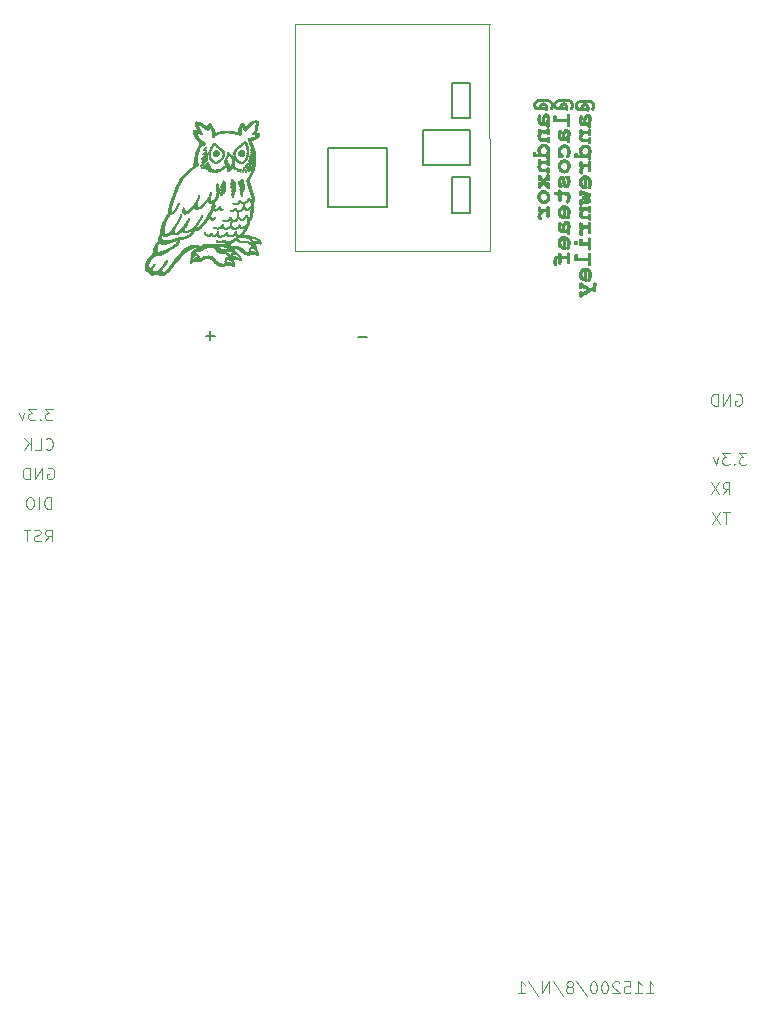
<source format=gbo>
G04 #@! TF.FileFunction,Legend,Bot*
%FSLAX46Y46*%
G04 Gerber Fmt 4.6, Leading zero omitted, Abs format (unit mm)*
G04 Created by KiCad (PCBNEW 4.0.2+e4-6225~38~ubuntu16.04.1-stable) date Wed 15 Jun 2016 08:19:12 PM PDT*
%MOMM*%
G01*
G04 APERTURE LIST*
%ADD10C,0.100000*%
%ADD11C,0.150000*%
%ADD12C,0.002500*%
%ADD13C,0.010000*%
G04 APERTURE END LIST*
D10*
X116442857Y-141952381D02*
X117014286Y-141952381D01*
X116728572Y-141952381D02*
X116728572Y-140952381D01*
X116823810Y-141095238D01*
X116919048Y-141190476D01*
X117014286Y-141238095D01*
X115490476Y-141952381D02*
X116061905Y-141952381D01*
X115776191Y-141952381D02*
X115776191Y-140952381D01*
X115871429Y-141095238D01*
X115966667Y-141190476D01*
X116061905Y-141238095D01*
X114585714Y-140952381D02*
X115061905Y-140952381D01*
X115109524Y-141428571D01*
X115061905Y-141380952D01*
X114966667Y-141333333D01*
X114728571Y-141333333D01*
X114633333Y-141380952D01*
X114585714Y-141428571D01*
X114538095Y-141523810D01*
X114538095Y-141761905D01*
X114585714Y-141857143D01*
X114633333Y-141904762D01*
X114728571Y-141952381D01*
X114966667Y-141952381D01*
X115061905Y-141904762D01*
X115109524Y-141857143D01*
X114157143Y-141047619D02*
X114109524Y-141000000D01*
X114014286Y-140952381D01*
X113776190Y-140952381D01*
X113680952Y-141000000D01*
X113633333Y-141047619D01*
X113585714Y-141142857D01*
X113585714Y-141238095D01*
X113633333Y-141380952D01*
X114204762Y-141952381D01*
X113585714Y-141952381D01*
X112966667Y-140952381D02*
X112871428Y-140952381D01*
X112776190Y-141000000D01*
X112728571Y-141047619D01*
X112680952Y-141142857D01*
X112633333Y-141333333D01*
X112633333Y-141571429D01*
X112680952Y-141761905D01*
X112728571Y-141857143D01*
X112776190Y-141904762D01*
X112871428Y-141952381D01*
X112966667Y-141952381D01*
X113061905Y-141904762D01*
X113109524Y-141857143D01*
X113157143Y-141761905D01*
X113204762Y-141571429D01*
X113204762Y-141333333D01*
X113157143Y-141142857D01*
X113109524Y-141047619D01*
X113061905Y-141000000D01*
X112966667Y-140952381D01*
X112014286Y-140952381D02*
X111919047Y-140952381D01*
X111823809Y-141000000D01*
X111776190Y-141047619D01*
X111728571Y-141142857D01*
X111680952Y-141333333D01*
X111680952Y-141571429D01*
X111728571Y-141761905D01*
X111776190Y-141857143D01*
X111823809Y-141904762D01*
X111919047Y-141952381D01*
X112014286Y-141952381D01*
X112109524Y-141904762D01*
X112157143Y-141857143D01*
X112204762Y-141761905D01*
X112252381Y-141571429D01*
X112252381Y-141333333D01*
X112204762Y-141142857D01*
X112157143Y-141047619D01*
X112109524Y-141000000D01*
X112014286Y-140952381D01*
X110538095Y-140904762D02*
X111395238Y-142190476D01*
X110061905Y-141380952D02*
X110157143Y-141333333D01*
X110204762Y-141285714D01*
X110252381Y-141190476D01*
X110252381Y-141142857D01*
X110204762Y-141047619D01*
X110157143Y-141000000D01*
X110061905Y-140952381D01*
X109871428Y-140952381D01*
X109776190Y-141000000D01*
X109728571Y-141047619D01*
X109680952Y-141142857D01*
X109680952Y-141190476D01*
X109728571Y-141285714D01*
X109776190Y-141333333D01*
X109871428Y-141380952D01*
X110061905Y-141380952D01*
X110157143Y-141428571D01*
X110204762Y-141476190D01*
X110252381Y-141571429D01*
X110252381Y-141761905D01*
X110204762Y-141857143D01*
X110157143Y-141904762D01*
X110061905Y-141952381D01*
X109871428Y-141952381D01*
X109776190Y-141904762D01*
X109728571Y-141857143D01*
X109680952Y-141761905D01*
X109680952Y-141571429D01*
X109728571Y-141476190D01*
X109776190Y-141428571D01*
X109871428Y-141380952D01*
X108538095Y-140904762D02*
X109395238Y-142190476D01*
X108204762Y-141952381D02*
X108204762Y-140952381D01*
X107633333Y-141952381D01*
X107633333Y-140952381D01*
X106442857Y-140904762D02*
X107300000Y-142190476D01*
X105585714Y-141952381D02*
X106157143Y-141952381D01*
X105871429Y-141952381D02*
X105871429Y-140952381D01*
X105966667Y-141095238D01*
X106061905Y-141190476D01*
X106157143Y-141238095D01*
X123511905Y-101202381D02*
X122940476Y-101202381D01*
X123226191Y-102202381D02*
X123226191Y-101202381D01*
X122702381Y-101202381D02*
X122035714Y-102202381D01*
X122035714Y-101202381D02*
X122702381Y-102202381D01*
X122916666Y-99702381D02*
X123250000Y-99226190D01*
X123488095Y-99702381D02*
X123488095Y-98702381D01*
X123107142Y-98702381D01*
X123011904Y-98750000D01*
X122964285Y-98797619D01*
X122916666Y-98892857D01*
X122916666Y-99035714D01*
X122964285Y-99130952D01*
X123011904Y-99178571D01*
X123107142Y-99226190D01*
X123488095Y-99226190D01*
X122583333Y-98702381D02*
X121916666Y-99702381D01*
X121916666Y-98702381D02*
X122583333Y-99702381D01*
X124928571Y-96202381D02*
X124309523Y-96202381D01*
X124642857Y-96583333D01*
X124499999Y-96583333D01*
X124404761Y-96630952D01*
X124357142Y-96678571D01*
X124309523Y-96773810D01*
X124309523Y-97011905D01*
X124357142Y-97107143D01*
X124404761Y-97154762D01*
X124499999Y-97202381D01*
X124785714Y-97202381D01*
X124880952Y-97154762D01*
X124928571Y-97107143D01*
X123880952Y-97107143D02*
X123833333Y-97154762D01*
X123880952Y-97202381D01*
X123928571Y-97154762D01*
X123880952Y-97107143D01*
X123880952Y-97202381D01*
X123500000Y-96202381D02*
X122880952Y-96202381D01*
X123214286Y-96583333D01*
X123071428Y-96583333D01*
X122976190Y-96630952D01*
X122928571Y-96678571D01*
X122880952Y-96773810D01*
X122880952Y-97011905D01*
X122928571Y-97107143D01*
X122976190Y-97154762D01*
X123071428Y-97202381D01*
X123357143Y-97202381D01*
X123452381Y-97154762D01*
X123500000Y-97107143D01*
X122547619Y-96535714D02*
X122309524Y-97202381D01*
X122071428Y-96535714D01*
X124011904Y-91250000D02*
X124107142Y-91202381D01*
X124249999Y-91202381D01*
X124392857Y-91250000D01*
X124488095Y-91345238D01*
X124535714Y-91440476D01*
X124583333Y-91630952D01*
X124583333Y-91773810D01*
X124535714Y-91964286D01*
X124488095Y-92059524D01*
X124392857Y-92154762D01*
X124249999Y-92202381D01*
X124154761Y-92202381D01*
X124011904Y-92154762D01*
X123964285Y-92107143D01*
X123964285Y-91773810D01*
X124154761Y-91773810D01*
X123535714Y-92202381D02*
X123535714Y-91202381D01*
X122964285Y-92202381D01*
X122964285Y-91202381D01*
X122488095Y-92202381D02*
X122488095Y-91202381D01*
X122250000Y-91202381D01*
X122107142Y-91250000D01*
X122011904Y-91345238D01*
X121964285Y-91440476D01*
X121916666Y-91630952D01*
X121916666Y-91773810D01*
X121964285Y-91964286D01*
X122011904Y-92059524D01*
X122107142Y-92154762D01*
X122250000Y-92202381D01*
X122488095Y-92202381D01*
X65547619Y-103702381D02*
X65880953Y-103226190D01*
X66119048Y-103702381D02*
X66119048Y-102702381D01*
X65738095Y-102702381D01*
X65642857Y-102750000D01*
X65595238Y-102797619D01*
X65547619Y-102892857D01*
X65547619Y-103035714D01*
X65595238Y-103130952D01*
X65642857Y-103178571D01*
X65738095Y-103226190D01*
X66119048Y-103226190D01*
X65166667Y-103654762D02*
X65023810Y-103702381D01*
X64785714Y-103702381D01*
X64690476Y-103654762D01*
X64642857Y-103607143D01*
X64595238Y-103511905D01*
X64595238Y-103416667D01*
X64642857Y-103321429D01*
X64690476Y-103273810D01*
X64785714Y-103226190D01*
X64976191Y-103178571D01*
X65071429Y-103130952D01*
X65119048Y-103083333D01*
X65166667Y-102988095D01*
X65166667Y-102892857D01*
X65119048Y-102797619D01*
X65071429Y-102750000D01*
X64976191Y-102702381D01*
X64738095Y-102702381D01*
X64595238Y-102750000D01*
X64309524Y-102702381D02*
X63738095Y-102702381D01*
X64023810Y-103702381D02*
X64023810Y-102702381D01*
X66023809Y-100952381D02*
X66023809Y-99952381D01*
X65785714Y-99952381D01*
X65642856Y-100000000D01*
X65547618Y-100095238D01*
X65499999Y-100190476D01*
X65452380Y-100380952D01*
X65452380Y-100523810D01*
X65499999Y-100714286D01*
X65547618Y-100809524D01*
X65642856Y-100904762D01*
X65785714Y-100952381D01*
X66023809Y-100952381D01*
X65023809Y-100952381D02*
X65023809Y-99952381D01*
X64357143Y-99952381D02*
X64166666Y-99952381D01*
X64071428Y-100000000D01*
X63976190Y-100095238D01*
X63928571Y-100285714D01*
X63928571Y-100619048D01*
X63976190Y-100809524D01*
X64071428Y-100904762D01*
X64166666Y-100952381D01*
X64357143Y-100952381D01*
X64452381Y-100904762D01*
X64547619Y-100809524D01*
X64595238Y-100619048D01*
X64595238Y-100285714D01*
X64547619Y-100095238D01*
X64452381Y-100000000D01*
X64357143Y-99952381D01*
X65761904Y-97500000D02*
X65857142Y-97452381D01*
X65999999Y-97452381D01*
X66142857Y-97500000D01*
X66238095Y-97595238D01*
X66285714Y-97690476D01*
X66333333Y-97880952D01*
X66333333Y-98023810D01*
X66285714Y-98214286D01*
X66238095Y-98309524D01*
X66142857Y-98404762D01*
X65999999Y-98452381D01*
X65904761Y-98452381D01*
X65761904Y-98404762D01*
X65714285Y-98357143D01*
X65714285Y-98023810D01*
X65904761Y-98023810D01*
X65285714Y-98452381D02*
X65285714Y-97452381D01*
X64714285Y-98452381D01*
X64714285Y-97452381D01*
X64238095Y-98452381D02*
X64238095Y-97452381D01*
X64000000Y-97452381D01*
X63857142Y-97500000D01*
X63761904Y-97595238D01*
X63714285Y-97690476D01*
X63666666Y-97880952D01*
X63666666Y-98023810D01*
X63714285Y-98214286D01*
X63761904Y-98309524D01*
X63857142Y-98404762D01*
X64000000Y-98452381D01*
X64238095Y-98452381D01*
X65595238Y-95857143D02*
X65642857Y-95904762D01*
X65785714Y-95952381D01*
X65880952Y-95952381D01*
X66023810Y-95904762D01*
X66119048Y-95809524D01*
X66166667Y-95714286D01*
X66214286Y-95523810D01*
X66214286Y-95380952D01*
X66166667Y-95190476D01*
X66119048Y-95095238D01*
X66023810Y-95000000D01*
X65880952Y-94952381D01*
X65785714Y-94952381D01*
X65642857Y-95000000D01*
X65595238Y-95047619D01*
X64690476Y-95952381D02*
X65166667Y-95952381D01*
X65166667Y-94952381D01*
X64357143Y-95952381D02*
X64357143Y-94952381D01*
X63785714Y-95952381D02*
X64214286Y-95380952D01*
X63785714Y-94952381D02*
X64357143Y-95523810D01*
X66178571Y-92452381D02*
X65559523Y-92452381D01*
X65892857Y-92833333D01*
X65749999Y-92833333D01*
X65654761Y-92880952D01*
X65607142Y-92928571D01*
X65559523Y-93023810D01*
X65559523Y-93261905D01*
X65607142Y-93357143D01*
X65654761Y-93404762D01*
X65749999Y-93452381D01*
X66035714Y-93452381D01*
X66130952Y-93404762D01*
X66178571Y-93357143D01*
X65130952Y-93357143D02*
X65083333Y-93404762D01*
X65130952Y-93452381D01*
X65178571Y-93404762D01*
X65130952Y-93357143D01*
X65130952Y-93452381D01*
X64750000Y-92452381D02*
X64130952Y-92452381D01*
X64464286Y-92833333D01*
X64321428Y-92833333D01*
X64226190Y-92880952D01*
X64178571Y-92928571D01*
X64130952Y-93023810D01*
X64130952Y-93261905D01*
X64178571Y-93357143D01*
X64226190Y-93404762D01*
X64321428Y-93452381D01*
X64607143Y-93452381D01*
X64702381Y-93404762D01*
X64750000Y-93357143D01*
X63797619Y-92785714D02*
X63559524Y-93452381D01*
X63321428Y-92785714D01*
D11*
X101500000Y-64850000D02*
X101500000Y-67850000D01*
X100000000Y-64850000D02*
X101500000Y-64850000D01*
X100000000Y-67850000D02*
X100000000Y-64850000D01*
X101500000Y-67850000D02*
X100000000Y-67850000D01*
X101500000Y-68850000D02*
X101500000Y-71850000D01*
X97500000Y-68850000D02*
X101500000Y-68850000D01*
X97500000Y-71850000D02*
X97500000Y-68850000D01*
X101500000Y-71850000D02*
X97500000Y-71850000D01*
X101500000Y-75850000D02*
X100000000Y-75850000D01*
X101500000Y-72850000D02*
X101500000Y-75850000D01*
X100000000Y-72850000D02*
X101500000Y-72850000D01*
X100000000Y-75850000D02*
X100000000Y-72850000D01*
X94500000Y-75350000D02*
X89500000Y-75350000D01*
X94500000Y-70350000D02*
X94500000Y-75350000D01*
X89500000Y-70350000D02*
X94500000Y-70350000D01*
X89500000Y-75350000D02*
X89500000Y-70350000D01*
D12*
X103182100Y-79087980D02*
X103169400Y-59880500D01*
X103052560Y-79087980D02*
X103182100Y-79087980D01*
X86684800Y-59875420D02*
X103187180Y-59877960D01*
X103060180Y-79087980D02*
X86710200Y-79082900D01*
X86692420Y-79077820D02*
X86684800Y-59875420D01*
D13*
G36*
X83321396Y-68052226D02*
X83320764Y-68054830D01*
X83312403Y-68062820D01*
X83294103Y-68065896D01*
X83270064Y-68070038D01*
X83237978Y-68080518D01*
X83218970Y-68088556D01*
X83179818Y-68105370D01*
X83135991Y-68122194D01*
X83117176Y-68128728D01*
X83084147Y-68140598D01*
X83056277Y-68152278D01*
X83044466Y-68158379D01*
X83018746Y-68171199D01*
X83002307Y-68177237D01*
X82977386Y-68189633D01*
X82961104Y-68202483D01*
X82942094Y-68216432D01*
X82928130Y-68220916D01*
X82915229Y-68226150D01*
X82913588Y-68230610D01*
X82906067Y-68239838D01*
X82902750Y-68240305D01*
X82887378Y-68247185D01*
X82859053Y-68267544D01*
X82818342Y-68300966D01*
X82804523Y-68312848D01*
X82787235Y-68324526D01*
X82777863Y-68327557D01*
X82769262Y-68335409D01*
X82768168Y-68342099D01*
X82760743Y-68354959D01*
X82754280Y-68356641D01*
X82740150Y-68364666D01*
X82734730Y-68374478D01*
X82722295Y-68392236D01*
X82704992Y-68405200D01*
X82687398Y-68418067D01*
X82680916Y-68428899D01*
X82673325Y-68440649D01*
X82654755Y-68455112D01*
X82651832Y-68456893D01*
X82632363Y-68470408D01*
X82622917Y-68480921D01*
X82622748Y-68481858D01*
X82616265Y-68492666D01*
X82599927Y-68510784D01*
X82591241Y-68519248D01*
X82562347Y-68546395D01*
X82532397Y-68574530D01*
X82528272Y-68578405D01*
X82496812Y-68607957D01*
X82472528Y-68581768D01*
X82456278Y-68559712D01*
X82448387Y-68540104D01*
X82448245Y-68538052D01*
X82441516Y-68519548D01*
X82425286Y-68499250D01*
X82424838Y-68498831D01*
X82407157Y-68474372D01*
X82395210Y-68443599D01*
X82394530Y-68440352D01*
X82386883Y-68415335D01*
X82376671Y-68399856D01*
X82374311Y-68398455D01*
X82363093Y-68385659D01*
X82360993Y-68374993D01*
X82354438Y-68354163D01*
X82343438Y-68339086D01*
X82323724Y-68316841D01*
X82310447Y-68299493D01*
X82299816Y-68287131D01*
X82286594Y-68281602D01*
X82264724Y-68281605D01*
X82239962Y-68284331D01*
X82200883Y-68291998D01*
X82171516Y-68306002D01*
X82149347Y-68323879D01*
X82127456Y-68342759D01*
X82111180Y-68354581D01*
X82106508Y-68356594D01*
X82100047Y-68364526D01*
X82099237Y-68371183D01*
X82091477Y-68384036D01*
X82084695Y-68385725D01*
X82071829Y-68392875D01*
X82070153Y-68399080D01*
X82063314Y-68416070D01*
X82055611Y-68424503D01*
X82043159Y-68443814D01*
X82041069Y-68455079D01*
X82034374Y-68473209D01*
X82026527Y-68479165D01*
X82014158Y-68492412D01*
X82011985Y-68502612D01*
X82006777Y-68520500D01*
X81993454Y-68546712D01*
X81982901Y-68563572D01*
X81966458Y-68590299D01*
X81955914Y-68611978D01*
X81953817Y-68620069D01*
X81948613Y-68638249D01*
X81940611Y-68652594D01*
X81931187Y-68673713D01*
X81922983Y-68704410D01*
X81920661Y-68717541D01*
X81915142Y-68745486D01*
X81908790Y-68764380D01*
X81905902Y-68768318D01*
X81899761Y-68780130D01*
X81893557Y-68804209D01*
X81891327Y-68817018D01*
X81885630Y-68843031D01*
X81878733Y-68858698D01*
X81875666Y-68860763D01*
X81869894Y-68869347D01*
X81866755Y-68890716D01*
X81866565Y-68898354D01*
X81862820Y-68927294D01*
X81853301Y-68946828D01*
X81852023Y-68948015D01*
X81841792Y-68966986D01*
X81837519Y-68998865D01*
X81837481Y-69002522D01*
X81836540Y-69028892D01*
X81831383Y-69041205D01*
X81818514Y-69044783D01*
X81809581Y-69044961D01*
X81780876Y-69041084D01*
X81749986Y-69031713D01*
X81748990Y-69031302D01*
X81725540Y-69021970D01*
X81710319Y-69016755D01*
X81709129Y-69016495D01*
X81694547Y-69012326D01*
X81686898Y-69009567D01*
X81670796Y-69007456D01*
X81666132Y-69009491D01*
X81654146Y-69010155D01*
X81642574Y-69005640D01*
X81626696Y-68999287D01*
X81600134Y-68992050D01*
X81560141Y-68983274D01*
X81503968Y-68972304D01*
X81498168Y-68971214D01*
X81478636Y-68968514D01*
X81445021Y-68964812D01*
X81402567Y-68960658D01*
X81369345Y-68957685D01*
X81325881Y-68953551D01*
X81289553Y-68949346D01*
X81264737Y-68945621D01*
X81256163Y-68943391D01*
X81241583Y-68938845D01*
X81216489Y-68934368D01*
X81210483Y-68933586D01*
X81176056Y-68929074D01*
X81137687Y-68923583D01*
X81129771Y-68922383D01*
X81103221Y-68918985D01*
X81074167Y-68916906D01*
X81039398Y-68916152D01*
X80995703Y-68916728D01*
X80939872Y-68918641D01*
X80868693Y-68921896D01*
X80848626Y-68922895D01*
X80791173Y-68925774D01*
X80733879Y-68928619D01*
X80682788Y-68931133D01*
X80643944Y-68933017D01*
X80638780Y-68933264D01*
X80601332Y-68936329D01*
X80569542Y-68941213D01*
X80550246Y-68946863D01*
X80550159Y-68946909D01*
X80526732Y-68955524D01*
X80498249Y-68961507D01*
X80451552Y-68969865D01*
X80394720Y-68983436D01*
X80333642Y-69000476D01*
X80274202Y-69019240D01*
X80222289Y-69037983D01*
X80184916Y-69054379D01*
X80158675Y-69066459D01*
X80138471Y-69073395D01*
X80134019Y-69074045D01*
X80122479Y-69078905D01*
X80121527Y-69081905D01*
X80113008Y-69088556D01*
X80090815Y-69098048D01*
X80063869Y-69107037D01*
X80033216Y-69117319D01*
X80011201Y-69126777D01*
X80003277Y-69132556D01*
X79992636Y-69140095D01*
X79970151Y-69148394D01*
X79942999Y-69155599D01*
X79918356Y-69159859D01*
X79903398Y-69159321D01*
X79902327Y-69158612D01*
X79901928Y-69146822D01*
X79906633Y-69139003D01*
X79912199Y-69123883D01*
X79906075Y-69114532D01*
X79899645Y-69105060D01*
X79906306Y-69103129D01*
X79915380Y-69095645D01*
X79917607Y-69079849D01*
X79912552Y-69065732D01*
X79908068Y-69062676D01*
X79901473Y-69051981D01*
X79895204Y-69028093D01*
X79892176Y-69008548D01*
X79887458Y-68980163D01*
X79881789Y-68961710D01*
X79878250Y-68957709D01*
X79871451Y-68949244D01*
X79864922Y-68928408D01*
X79863979Y-68923778D01*
X79857661Y-68901410D01*
X79850328Y-68890162D01*
X79849112Y-68889847D01*
X79842397Y-68881291D01*
X79836032Y-68859944D01*
X79834506Y-68851667D01*
X79827517Y-68826136D01*
X79817725Y-68810075D01*
X79815002Y-68808345D01*
X79803979Y-68795582D01*
X79801603Y-68783510D01*
X79797675Y-68767591D01*
X79792094Y-68763816D01*
X79782904Y-68755590D01*
X79776501Y-68739580D01*
X79768817Y-68721425D01*
X79761202Y-68715343D01*
X79756394Y-68709341D01*
X79757978Y-68705648D01*
X79758540Y-68696658D01*
X79756001Y-68695954D01*
X79745586Y-68687607D01*
X79732119Y-68665937D01*
X79718731Y-68635997D01*
X79718491Y-68635362D01*
X79709161Y-68621093D01*
X79703526Y-68618396D01*
X79695704Y-68610638D01*
X79694962Y-68605338D01*
X79689026Y-68589111D01*
X79675573Y-68569923D01*
X79661527Y-68548458D01*
X79656184Y-68530698D01*
X79648886Y-68513287D01*
X79641642Y-68508249D01*
X79629447Y-68495045D01*
X79627100Y-68484013D01*
X79620455Y-68465817D01*
X79612558Y-68459776D01*
X79599657Y-68446561D01*
X79598016Y-68438887D01*
X79591348Y-68422260D01*
X79575120Y-68402397D01*
X79573379Y-68400745D01*
X79558172Y-68383440D01*
X79559111Y-68374013D01*
X79561261Y-68372889D01*
X79565528Y-68368538D01*
X79556813Y-68367101D01*
X79542438Y-68359609D01*
X79539848Y-68351793D01*
X79534070Y-68338901D01*
X79529125Y-68337251D01*
X79516048Y-68330296D01*
X79499964Y-68313811D01*
X79478834Y-68296125D01*
X79450570Y-68292828D01*
X79450095Y-68292865D01*
X79414126Y-68297739D01*
X79385112Y-68305359D01*
X79367955Y-68314218D01*
X79365344Y-68318913D01*
X79357854Y-68327220D01*
X79354998Y-68327557D01*
X79341094Y-68334707D01*
X79321461Y-68352438D01*
X79301086Y-68375167D01*
X79284953Y-68397313D01*
X79278046Y-68413295D01*
X79278032Y-68413741D01*
X79273676Y-68433044D01*
X79263303Y-68457480D01*
X79254529Y-68482069D01*
X79253857Y-68502062D01*
X79253915Y-68502250D01*
X79258202Y-68524407D01*
X79260309Y-68552231D01*
X79260034Y-68577925D01*
X79257173Y-68593695D01*
X79256332Y-68594915D01*
X79244846Y-68594431D01*
X79222489Y-68586438D01*
X79194828Y-68573707D01*
X79167433Y-68559008D01*
X79145874Y-68545110D01*
X79135780Y-68534956D01*
X79123319Y-68522735D01*
X79117093Y-68521450D01*
X79104872Y-68515868D01*
X79103588Y-68511755D01*
X79095736Y-68503154D01*
X79089046Y-68502061D01*
X79076145Y-68496826D01*
X79074504Y-68492366D01*
X79067073Y-68483017D01*
X79064404Y-68482671D01*
X79050577Y-68476608D01*
X79033492Y-68463282D01*
X79014293Y-68449151D01*
X78999966Y-68443893D01*
X78988273Y-68438922D01*
X78987252Y-68435725D01*
X78979406Y-68426686D01*
X78959742Y-68413832D01*
X78950897Y-68409094D01*
X78920000Y-68390005D01*
X78891926Y-68367423D01*
X78888810Y-68364359D01*
X78864699Y-68344891D01*
X78840168Y-68332410D01*
X78837913Y-68331771D01*
X78819333Y-68324278D01*
X78812748Y-68316811D01*
X78805288Y-68308469D01*
X78802648Y-68308167D01*
X78788821Y-68302104D01*
X78771736Y-68288778D01*
X78752538Y-68274647D01*
X78738211Y-68269389D01*
X78726529Y-68263510D01*
X78725497Y-68259694D01*
X78717638Y-68251109D01*
X78710860Y-68250000D01*
X78693865Y-68243158D01*
X78679621Y-68230610D01*
X78662723Y-68215923D01*
X78650632Y-68211221D01*
X78639167Y-68206148D01*
X78638245Y-68203069D01*
X78629614Y-68197177D01*
X78607300Y-68189168D01*
X78576671Y-68180531D01*
X78543094Y-68172754D01*
X78511938Y-68167327D01*
X78507367Y-68166757D01*
X78487565Y-68163702D01*
X78456487Y-68158127D01*
X78430064Y-68153045D01*
X78391739Y-68147646D01*
X78354966Y-68145999D01*
X78336127Y-68147334D01*
X78310790Y-68148772D01*
X78295289Y-68144690D01*
X78294081Y-68143353D01*
X78281715Y-68139390D01*
X78261185Y-68148235D01*
X78236934Y-68167963D01*
X78236669Y-68168227D01*
X78229251Y-68179176D01*
X78225515Y-68196136D01*
X78225070Y-68223453D01*
X78227521Y-68265469D01*
X78227685Y-68267661D01*
X78231474Y-68306185D01*
X78236173Y-68336875D01*
X78240975Y-68354926D01*
X78242742Y-68357529D01*
X78249549Y-68369771D01*
X78249275Y-68372071D01*
X78248197Y-68392125D01*
X78250869Y-68421749D01*
X78256185Y-68454933D01*
X78263037Y-68485669D01*
X78270316Y-68507949D01*
X78275757Y-68515669D01*
X78286184Y-68528293D01*
X78289237Y-68544274D01*
X78293771Y-68569959D01*
X78303719Y-68595475D01*
X78314094Y-68619469D01*
X78318570Y-68637786D01*
X78324423Y-68656651D01*
X78333171Y-68671146D01*
X78344385Y-68691024D01*
X78347405Y-68703059D01*
X78353565Y-68719176D01*
X78367032Y-68737221D01*
X78379571Y-68756359D01*
X78381602Y-68771467D01*
X78383644Y-68788153D01*
X78391582Y-68799684D01*
X78402213Y-68821399D01*
X78403673Y-68844091D01*
X78400436Y-68860826D01*
X78391789Y-68871565D01*
X78373049Y-68879701D01*
X78343603Y-68887624D01*
X78310857Y-68894738D01*
X78284346Y-68896825D01*
X78255748Y-68893747D01*
X78217412Y-68885523D01*
X78157346Y-68875287D01*
X78109928Y-68876669D01*
X78071936Y-68890144D01*
X78045188Y-68910919D01*
X78034045Y-68930961D01*
X78027925Y-68959449D01*
X78027007Y-68989710D01*
X78031471Y-69015070D01*
X78041493Y-69028857D01*
X78042023Y-69029078D01*
X78052975Y-69041958D01*
X78056565Y-69059892D01*
X78061971Y-69084892D01*
X78071107Y-69099667D01*
X78081872Y-69119786D01*
X78085649Y-69142600D01*
X78088466Y-69162721D01*
X78095159Y-69170992D01*
X78104348Y-69179218D01*
X78110752Y-69195229D01*
X78118237Y-69213377D01*
X78125479Y-69219465D01*
X78133496Y-69227154D01*
X78134123Y-69231727D01*
X78138441Y-69247477D01*
X78149224Y-69271860D01*
X78153512Y-69280165D01*
X78165857Y-69307673D01*
X78172521Y-69331234D01*
X78172901Y-69335766D01*
X78176878Y-69351540D01*
X78182411Y-69355190D01*
X78191600Y-69363416D01*
X78198004Y-69379427D01*
X78205489Y-69397576D01*
X78212731Y-69403664D01*
X78220626Y-69411421D01*
X78221374Y-69416722D01*
X78227311Y-69432949D01*
X78240764Y-69452137D01*
X78254694Y-69472197D01*
X78260153Y-69487552D01*
X78265898Y-69499471D01*
X78269848Y-69500610D01*
X78278433Y-69508469D01*
X78279542Y-69515247D01*
X78286384Y-69532242D01*
X78298932Y-69546486D01*
X78313758Y-69565339D01*
X78318321Y-69580322D01*
X78324641Y-69600469D01*
X78335287Y-69615682D01*
X78369407Y-69652788D01*
X78391360Y-69678384D01*
X78402824Y-69694538D01*
X78405573Y-69702290D01*
X78413309Y-69713672D01*
X78420115Y-69717399D01*
X78432958Y-69727542D01*
X78434657Y-69732773D01*
X78441396Y-69744030D01*
X78459416Y-69764765D01*
X78485424Y-69791672D01*
X78516125Y-69821443D01*
X78548225Y-69850771D01*
X78574438Y-69873116D01*
X78601527Y-69904643D01*
X78609692Y-69939978D01*
X78599083Y-69979892D01*
X78596110Y-69985886D01*
X78589273Y-70007024D01*
X78582635Y-70041079D01*
X78577389Y-70081605D01*
X78576390Y-70092527D01*
X78572279Y-70130109D01*
X78567196Y-70159430D01*
X78562028Y-70175796D01*
X78560298Y-70177620D01*
X78553058Y-70188629D01*
X78550993Y-70203588D01*
X78544976Y-70227995D01*
X78536451Y-70240866D01*
X78524523Y-70257389D01*
X78521909Y-70266100D01*
X78514146Y-70278529D01*
X78507367Y-70282372D01*
X78494479Y-70294748D01*
X78492825Y-70301761D01*
X78484999Y-70317002D01*
X78478283Y-70321150D01*
X78465396Y-70333527D01*
X78463741Y-70340539D01*
X78455915Y-70355780D01*
X78449199Y-70359929D01*
X78436784Y-70373186D01*
X78434657Y-70383169D01*
X78428109Y-70404449D01*
X78420115Y-70415370D01*
X78408074Y-70433826D01*
X78405573Y-70444454D01*
X78399411Y-70463845D01*
X78393455Y-70472249D01*
X78374497Y-70498894D01*
X78358194Y-70531613D01*
X78348529Y-70561783D01*
X78347405Y-70571963D01*
X78341334Y-70596442D01*
X78332733Y-70609393D01*
X78320208Y-70629416D01*
X78312092Y-70653913D01*
X78305430Y-70676443D01*
X78297741Y-70688941D01*
X78297680Y-70688980D01*
X78290451Y-70701998D01*
X78289237Y-70711827D01*
X78282219Y-70732676D01*
X78274567Y-70741632D01*
X78263249Y-70756664D01*
X78261941Y-70764633D01*
X78262483Y-70782480D01*
X78260524Y-70810655D01*
X78256815Y-70843580D01*
X78252109Y-70875678D01*
X78247157Y-70901372D01*
X78242712Y-70915084D01*
X78241527Y-70916030D01*
X78236139Y-70924745D01*
X78230676Y-70947105D01*
X78227828Y-70966197D01*
X78222943Y-70995663D01*
X78216915Y-71016380D01*
X78213379Y-71021941D01*
X78208155Y-71033773D01*
X78202732Y-71059336D01*
X78198408Y-71092006D01*
X78193695Y-71130092D01*
X78187940Y-71164266D01*
X78183228Y-71184105D01*
X78179541Y-71203977D01*
X78175676Y-71238623D01*
X78172057Y-71283435D01*
X78169105Y-71333807D01*
X78168722Y-71342107D01*
X78166024Y-71390421D01*
X78162688Y-71431457D01*
X78159094Y-71461483D01*
X78155624Y-71476767D01*
X78154844Y-71477832D01*
X78149503Y-71489628D01*
X78143899Y-71514786D01*
X78140112Y-71540965D01*
X78135348Y-71572569D01*
X78129760Y-71595631D01*
X78125555Y-71603980D01*
X78119619Y-71615990D01*
X78113880Y-71640197D01*
X78111964Y-71652616D01*
X78106461Y-71679430D01*
X78099161Y-71696665D01*
X78095969Y-71699473D01*
X78089419Y-71710411D01*
X78085862Y-71733385D01*
X78085649Y-71741188D01*
X78082153Y-71770308D01*
X78072437Y-71784519D01*
X78071978Y-71784709D01*
X78062464Y-71797681D01*
X78054687Y-71826663D01*
X78051636Y-71847420D01*
X78046769Y-71877851D01*
X78040883Y-71898684D01*
X78036224Y-71904885D01*
X78027982Y-71911396D01*
X78031175Y-71927200D01*
X78043343Y-71945122D01*
X78053879Y-71958727D01*
X78050608Y-71965554D01*
X78043343Y-71968735D01*
X78029655Y-71980690D01*
X78027481Y-71988327D01*
X78019699Y-72000274D01*
X78012939Y-72001832D01*
X78000038Y-72007073D01*
X77998397Y-72011538D01*
X77990240Y-72020039D01*
X77968692Y-72033576D01*
X77938138Y-72049446D01*
X77932958Y-72051903D01*
X77901983Y-72066751D01*
X77878201Y-72079712D01*
X77857166Y-72094083D01*
X77834434Y-72113162D01*
X77805558Y-72140247D01*
X77778720Y-72166311D01*
X77752745Y-72190312D01*
X77731269Y-72207731D01*
X77718640Y-72215067D01*
X77718129Y-72215114D01*
X77708099Y-72222628D01*
X77707558Y-72226088D01*
X77700811Y-72238790D01*
X77684205Y-72258079D01*
X77663187Y-72278643D01*
X77643206Y-72295170D01*
X77629713Y-72302348D01*
X77629310Y-72302366D01*
X77620760Y-72310057D01*
X77620036Y-72314484D01*
X77613422Y-72328426D01*
X77597244Y-72348419D01*
X77590952Y-72354879D01*
X77572965Y-72374309D01*
X77562907Y-72388628D01*
X77562138Y-72391234D01*
X77554656Y-72399026D01*
X77551980Y-72399313D01*
X77538643Y-72405685D01*
X77520695Y-72421033D01*
X77520473Y-72421261D01*
X77495344Y-72442389D01*
X77472462Y-72456830D01*
X77453655Y-72469993D01*
X77445802Y-72482555D01*
X77445802Y-72482585D01*
X77437418Y-72492928D01*
X77417204Y-72500998D01*
X77416718Y-72501106D01*
X77396365Y-72508141D01*
X77387639Y-72516244D01*
X77387634Y-72516419D01*
X77380075Y-72524892D01*
X77376627Y-72525343D01*
X77363053Y-72531892D01*
X77344806Y-72547833D01*
X77343159Y-72549580D01*
X77326597Y-72565939D01*
X77315970Y-72573714D01*
X77315387Y-72573816D01*
X77304542Y-72580355D01*
X77288948Y-72595175D01*
X77275536Y-72611079D01*
X77271029Y-72619866D01*
X77264527Y-72630616D01*
X77248594Y-72648699D01*
X77241945Y-72655413D01*
X77223811Y-72676176D01*
X77213812Y-72693392D01*
X77213130Y-72696920D01*
X77205315Y-72711638D01*
X77198588Y-72715730D01*
X77185747Y-72725783D01*
X77184046Y-72730940D01*
X77177693Y-72742373D01*
X77161124Y-72762659D01*
X77140420Y-72784821D01*
X77117859Y-72808880D01*
X77102098Y-72827932D01*
X77096794Y-72837169D01*
X77089389Y-72845057D01*
X77087230Y-72845267D01*
X77075146Y-72852096D01*
X77056369Y-72869000D01*
X77035921Y-72890604D01*
X77018824Y-72911533D01*
X77010101Y-72926413D01*
X77009805Y-72928126D01*
X77002773Y-72940387D01*
X76985704Y-72957905D01*
X76980869Y-72962057D01*
X76962045Y-72981439D01*
X76952186Y-72998921D01*
X76951785Y-73001618D01*
X76944465Y-73020858D01*
X76936832Y-73029465D01*
X76924406Y-73048223D01*
X76922290Y-73059044D01*
X76915734Y-73080828D01*
X76909384Y-73089460D01*
X76897321Y-73108421D01*
X76889810Y-73128931D01*
X76882022Y-73148154D01*
X76873632Y-73155496D01*
X76866516Y-73163803D01*
X76864123Y-73180037D01*
X76858988Y-73200683D01*
X76849581Y-73210158D01*
X76836690Y-73222754D01*
X76835039Y-73229940D01*
X76832473Y-73241295D01*
X76823899Y-73260328D01*
X76807998Y-73289547D01*
X76783456Y-73331460D01*
X76769900Y-73354039D01*
X76757124Y-73378191D01*
X76747139Y-73400286D01*
X76736971Y-73419250D01*
X76728219Y-73426946D01*
X76720806Y-73435295D01*
X76713987Y-73455439D01*
X76713855Y-73456030D01*
X76706821Y-73476383D01*
X76698718Y-73485109D01*
X76698543Y-73485114D01*
X76691327Y-73493254D01*
X76689619Y-73504808D01*
X76683301Y-73523449D01*
X76675077Y-73530081D01*
X76662662Y-73543339D01*
X76660535Y-73553321D01*
X76653987Y-73574601D01*
X76645993Y-73585523D01*
X76633813Y-73606533D01*
X76631451Y-73619454D01*
X76624829Y-73642317D01*
X76616909Y-73653386D01*
X76604701Y-73674937D01*
X76602367Y-73688314D01*
X76596251Y-73707250D01*
X76587825Y-73714280D01*
X76574935Y-73726806D01*
X76573283Y-73733937D01*
X76578260Y-73743147D01*
X76582978Y-73742022D01*
X76591911Y-73742791D01*
X76592672Y-73746298D01*
X76585635Y-73756170D01*
X76582978Y-73756564D01*
X76575723Y-73764870D01*
X76573283Y-73781105D01*
X76568148Y-73801752D01*
X76558741Y-73811227D01*
X76547877Y-73824428D01*
X76544199Y-73845158D01*
X76539566Y-73868116D01*
X76529657Y-73879089D01*
X76518793Y-73892291D01*
X76515115Y-73913020D01*
X76510482Y-73935978D01*
X76500573Y-73946952D01*
X76489754Y-73959972D01*
X76486031Y-73979886D01*
X76481318Y-74005119D01*
X76472190Y-74021082D01*
X76461130Y-74039671D01*
X76452424Y-74066781D01*
X76451721Y-74070248D01*
X76445654Y-74093148D01*
X76439033Y-74105083D01*
X76437718Y-74105572D01*
X76431740Y-74114130D01*
X76425746Y-74135521D01*
X76424140Y-74144351D01*
X76418392Y-74168588D01*
X76411549Y-74182113D01*
X76409460Y-74183129D01*
X76403118Y-74191758D01*
X76396808Y-74213600D01*
X76394438Y-74226755D01*
X76388743Y-74252728D01*
X76381844Y-74268345D01*
X76378796Y-74270381D01*
X76372243Y-74278764D01*
X76369695Y-74297612D01*
X76364618Y-74325131D01*
X76355461Y-74343662D01*
X76344754Y-74367346D01*
X76340860Y-74391564D01*
X76336025Y-74422372D01*
X76327506Y-74445531D01*
X76315016Y-74474470D01*
X76307992Y-74496428D01*
X76300208Y-74515404D01*
X76291953Y-74522442D01*
X76285589Y-74530946D01*
X76282499Y-74551775D01*
X76282443Y-74555336D01*
X76278619Y-74580520D01*
X76268815Y-74593460D01*
X76257285Y-74605867D01*
X76248668Y-74628372D01*
X76248656Y-74628428D01*
X76241613Y-74649059D01*
X76233539Y-74658147D01*
X76233200Y-74658167D01*
X76227569Y-74666760D01*
X76224478Y-74688180D01*
X76224275Y-74696254D01*
X76220721Y-74724689D01*
X76211949Y-74746222D01*
X76209733Y-74748882D01*
X76198282Y-74769722D01*
X76195191Y-74787781D01*
X76191937Y-74808423D01*
X76186092Y-74817761D01*
X76180210Y-74830683D01*
X76180689Y-74842570D01*
X76180103Y-74858029D01*
X76175685Y-74861755D01*
X76168361Y-74870227D01*
X76161566Y-74891074D01*
X76160620Y-74895687D01*
X76154273Y-74918056D01*
X76146870Y-74929303D01*
X76145639Y-74929618D01*
X76139042Y-74937884D01*
X76137023Y-74952667D01*
X76131233Y-74975850D01*
X76122481Y-74987786D01*
X76111615Y-75005977D01*
X76107939Y-75027059D01*
X76102869Y-75052634D01*
X76093224Y-75068979D01*
X76082240Y-75084030D01*
X76080645Y-75091484D01*
X76080665Y-75107656D01*
X76076494Y-75131080D01*
X76070046Y-75154232D01*
X76063232Y-75169583D01*
X76060192Y-75171984D01*
X76055313Y-75180794D01*
X76050725Y-75203720D01*
X76047839Y-75230923D01*
X76044047Y-75263159D01*
X76038525Y-75287112D01*
X76033571Y-75296362D01*
X76028191Y-75308502D01*
X76022897Y-75334866D01*
X76018659Y-75370305D01*
X76017917Y-75379453D01*
X76014058Y-75416246D01*
X76008889Y-75445141D01*
X76003388Y-75461011D01*
X76002139Y-75462305D01*
X75997790Y-75474410D01*
X75994201Y-75503148D01*
X75991619Y-75545769D01*
X75990352Y-75594148D01*
X75990132Y-75649979D01*
X75991414Y-75690166D01*
X75994541Y-75718424D01*
X75999855Y-75738464D01*
X76004631Y-75748816D01*
X76017525Y-75781235D01*
X76019425Y-75808359D01*
X76010241Y-75825511D01*
X76006145Y-75827715D01*
X75993652Y-75840990D01*
X75991603Y-75850610D01*
X75984481Y-75868219D01*
X75977061Y-75873505D01*
X75964924Y-75886696D01*
X75962519Y-75898009D01*
X75954863Y-75914507D01*
X75933436Y-75923320D01*
X75913083Y-75930330D01*
X75904357Y-75938374D01*
X75904352Y-75938548D01*
X75897910Y-75950236D01*
X75881817Y-75968696D01*
X75875268Y-75975182D01*
X75853895Y-76001777D01*
X75846397Y-76030952D01*
X75846184Y-76038586D01*
X75842523Y-76065800D01*
X75832693Y-76079370D01*
X75832517Y-76079440D01*
X75819789Y-76092129D01*
X75812943Y-76108220D01*
X75805152Y-76126045D01*
X75797526Y-76131755D01*
X75790848Y-76140180D01*
X75788016Y-76160480D01*
X75788016Y-76160839D01*
X75782395Y-76188611D01*
X75771050Y-76208618D01*
X75745313Y-76238169D01*
X75732243Y-76256362D01*
X75729848Y-76263182D01*
X75725814Y-76276291D01*
X75716145Y-76298711D01*
X75704489Y-76322732D01*
X75694497Y-76340645D01*
X75691109Y-76345038D01*
X75683362Y-76355545D01*
X75669640Y-76377401D01*
X75658687Y-76395935D01*
X75642417Y-76421398D01*
X75628742Y-76438122D01*
X75622798Y-76441984D01*
X75613838Y-76449426D01*
X75613512Y-76452071D01*
X75608305Y-76465361D01*
X75595737Y-76486861D01*
X75580387Y-76509504D01*
X75566833Y-76526223D01*
X75563505Y-76529258D01*
X75557730Y-76541144D01*
X75551524Y-76564376D01*
X75550307Y-76570461D01*
X75544446Y-76593738D01*
X75538408Y-76606157D01*
X75537097Y-76606793D01*
X75529222Y-76614561D01*
X75516045Y-76634443D01*
X75506871Y-76650419D01*
X75492238Y-76675187D01*
X75480779Y-76690995D01*
X75476842Y-76694045D01*
X75471871Y-76702637D01*
X75466798Y-76724194D01*
X75465256Y-76734221D01*
X75459854Y-76760630D01*
X75452889Y-76777884D01*
X75450656Y-76780271D01*
X75442411Y-76793054D01*
X75434965Y-76816053D01*
X75434608Y-76817652D01*
X75427593Y-76839018D01*
X75419612Y-76849052D01*
X75418848Y-76849160D01*
X75412169Y-76857470D01*
X75409924Y-76873708D01*
X75406039Y-76898836D01*
X75396473Y-76929068D01*
X75394309Y-76934299D01*
X75382268Y-76969604D01*
X75374127Y-77006642D01*
X75373792Y-77009122D01*
X75369074Y-77034765D01*
X75363354Y-77050905D01*
X75361777Y-77052748D01*
X75356297Y-77064530D01*
X75350868Y-77088496D01*
X75349097Y-77100194D01*
X75343773Y-77127389D01*
X75336941Y-77145561D01*
X75334275Y-77148668D01*
X75327839Y-77160908D01*
X75321366Y-77185923D01*
X75318088Y-77205438D01*
X75312901Y-77233821D01*
X75306985Y-77252297D01*
X75303424Y-77256335D01*
X75295761Y-77264592D01*
X75289023Y-77282899D01*
X75280342Y-77304905D01*
X75271007Y-77316534D01*
X75264681Y-77326607D01*
X75271577Y-77342842D01*
X75277882Y-77361076D01*
X75274000Y-77367947D01*
X75268727Y-77380647D01*
X75265417Y-77407669D01*
X75263970Y-77444052D01*
X75264282Y-77484840D01*
X75266251Y-77525075D01*
X75269773Y-77559797D01*
X75274748Y-77584048D01*
X75278634Y-77591774D01*
X75287638Y-77612488D01*
X75277925Y-77637970D01*
X75257956Y-77660624D01*
X75241945Y-77681502D01*
X75235420Y-77701134D01*
X75228808Y-77723786D01*
X75220878Y-77734836D01*
X75208808Y-77753805D01*
X75206336Y-77764917D01*
X75198482Y-77781717D01*
X75191794Y-77786036D01*
X75180943Y-77799183D01*
X75177252Y-77819663D01*
X75174294Y-77839630D01*
X75167373Y-77847709D01*
X75161880Y-77855679D01*
X75163577Y-77871946D01*
X75164913Y-77890510D01*
X75159567Y-77896183D01*
X75149211Y-77904275D01*
X75142668Y-77917996D01*
X75132970Y-77938091D01*
X75125049Y-77946729D01*
X75119218Y-77960049D01*
X75115598Y-77987991D01*
X75114064Y-78025929D01*
X75114491Y-78069239D01*
X75116753Y-78113294D01*
X75120724Y-78153470D01*
X75126280Y-78185139D01*
X75131956Y-78201564D01*
X75146414Y-78242857D01*
X75143432Y-78280766D01*
X75126355Y-78309095D01*
X75109168Y-78325015D01*
X75097236Y-78332239D01*
X75096831Y-78332275D01*
X75085367Y-78338630D01*
X75067676Y-78353913D01*
X75065635Y-78355927D01*
X75043458Y-78374214D01*
X75022722Y-78385576D01*
X75022449Y-78385664D01*
X75006618Y-78394365D01*
X75002748Y-78400958D01*
X74994886Y-78408983D01*
X74988207Y-78410000D01*
X74975325Y-78416380D01*
X74973665Y-78421872D01*
X74966855Y-78434363D01*
X74950084Y-78453359D01*
X74928838Y-78473643D01*
X74908603Y-78490002D01*
X74894867Y-78497223D01*
X74894346Y-78497251D01*
X74887206Y-78505080D01*
X74886413Y-78511101D01*
X74880186Y-78529774D01*
X74874294Y-78537761D01*
X74863194Y-78553581D01*
X74848285Y-78579767D01*
X74839683Y-78596622D01*
X74825494Y-78622467D01*
X74813320Y-78639175D01*
X74808175Y-78642671D01*
X74801870Y-78651105D01*
X74799163Y-78671455D01*
X74799161Y-78672060D01*
X74794613Y-78695836D01*
X74784619Y-78707028D01*
X74771726Y-78719753D01*
X74770077Y-78727041D01*
X74764931Y-78746378D01*
X74751935Y-78774124D01*
X74734750Y-78803087D01*
X74723381Y-78818771D01*
X74716373Y-78837494D01*
X74710542Y-78873789D01*
X74706149Y-78925862D01*
X74705125Y-78944802D01*
X74702165Y-78989918D01*
X74698164Y-79028417D01*
X74693678Y-79055839D01*
X74689844Y-79067181D01*
X74685135Y-79081764D01*
X74680575Y-79110881D01*
X74676818Y-79149681D01*
X74675189Y-79176228D01*
X74672468Y-79222019D01*
X74668879Y-79252999D01*
X74663381Y-79273747D01*
X74654934Y-79288842D01*
X74647598Y-79297542D01*
X74632134Y-79316502D01*
X74624759Y-79330015D01*
X74624657Y-79330943D01*
X74617113Y-79341195D01*
X74598643Y-79354909D01*
X74595573Y-79356771D01*
X74575991Y-79371604D01*
X74566625Y-79385119D01*
X74566489Y-79386403D01*
X74560700Y-79397904D01*
X74557117Y-79398855D01*
X74545310Y-79405317D01*
X74526293Y-79421230D01*
X74505412Y-79441385D01*
X74488011Y-79460573D01*
X74479434Y-79473585D01*
X74479237Y-79474766D01*
X74472449Y-79485165D01*
X74455628Y-79501633D01*
X74450564Y-79505951D01*
X74431835Y-79524401D01*
X74421925Y-79539828D01*
X74421480Y-79542155D01*
X74413274Y-79556180D01*
X74406527Y-79560158D01*
X74393677Y-79570592D01*
X74391985Y-79576057D01*
X74385450Y-79587735D01*
X74368448Y-79607763D01*
X74348359Y-79628178D01*
X74325344Y-79652504D01*
X74309536Y-79673561D01*
X74304733Y-79684988D01*
X74296887Y-79701311D01*
X74290191Y-79705578D01*
X74277930Y-79718798D01*
X74275649Y-79729510D01*
X74271385Y-79744691D01*
X74265955Y-79747862D01*
X74250782Y-79755114D01*
X74232456Y-79772411D01*
X74217623Y-79793070D01*
X74214621Y-79799500D01*
X74204489Y-79813358D01*
X74198396Y-79815725D01*
X74190176Y-79823810D01*
X74188397Y-79834422D01*
X74181790Y-79857184D01*
X74175134Y-79866381D01*
X74161686Y-79886104D01*
X74154466Y-79902977D01*
X74144412Y-79926147D01*
X74136221Y-79938543D01*
X74115624Y-79963310D01*
X74104191Y-79982813D01*
X74097256Y-80005378D01*
X74096241Y-80009879D01*
X74087484Y-80036311D01*
X74076165Y-80055359D01*
X74075727Y-80055811D01*
X74065104Y-80075740D01*
X74062367Y-80092715D01*
X74058960Y-80110600D01*
X74052672Y-80116259D01*
X74044701Y-80124348D01*
X74042978Y-80134956D01*
X74036385Y-80157183D01*
X74028436Y-80168195D01*
X74015090Y-80188177D01*
X74019215Y-80202781D01*
X74026012Y-80206785D01*
X74033156Y-80211165D01*
X74026012Y-80212440D01*
X74016790Y-80221334D01*
X74013894Y-80236750D01*
X74007831Y-80261634D01*
X73998776Y-80275411D01*
X73993038Y-80284195D01*
X73988930Y-80299166D01*
X73986218Y-80323156D01*
X73984665Y-80358996D01*
X73984034Y-80409517D01*
X73984008Y-80452319D01*
X73984621Y-80506387D01*
X73986095Y-80553459D01*
X73988251Y-80590214D01*
X73990910Y-80613325D01*
X73993060Y-80619669D01*
X74000812Y-80632134D01*
X74008245Y-80655250D01*
X74008988Y-80658511D01*
X74022936Y-80689613D01*
X74050330Y-80724127D01*
X74058680Y-80732482D01*
X74081232Y-80755640D01*
X74096631Y-80774419D01*
X74101145Y-80783256D01*
X74109923Y-80789216D01*
X74132598Y-80794963D01*
X74163684Y-80799804D01*
X74197695Y-80803048D01*
X74229146Y-80804003D01*
X74251415Y-80802206D01*
X74268736Y-80801410D01*
X74275000Y-80811790D01*
X74275649Y-80825313D01*
X74278257Y-80845150D01*
X74284265Y-80853053D01*
X74291534Y-80861524D01*
X74298301Y-80882370D01*
X74299246Y-80886984D01*
X74305709Y-80909357D01*
X74313393Y-80920602D01*
X74314682Y-80920916D01*
X74323540Y-80929137D01*
X74329836Y-80945152D01*
X74337456Y-80963305D01*
X74344951Y-80969389D01*
X74356143Y-80975903D01*
X74375376Y-80992673D01*
X74390872Y-81008167D01*
X74412522Y-81029578D01*
X74429221Y-81043662D01*
X74435422Y-81046946D01*
X74446599Y-81053404D01*
X74463637Y-81069154D01*
X74465544Y-81071183D01*
X74483573Y-81087685D01*
X74497338Y-81095351D01*
X74498163Y-81095419D01*
X74507955Y-81101974D01*
X74508321Y-81104344D01*
X74517136Y-81113985D01*
X74540931Y-81119182D01*
X74575735Y-81119574D01*
X74617573Y-81114803D01*
X74619810Y-81114417D01*
X74656733Y-81108107D01*
X74690359Y-81102644D01*
X74707061Y-81100124D01*
X74781517Y-81088692D01*
X74847148Y-81076697D01*
X74901623Y-81064679D01*
X74942612Y-81053182D01*
X74967784Y-81042747D01*
X74973665Y-81038153D01*
X74984613Y-81030302D01*
X75006185Y-81017793D01*
X75014985Y-81013078D01*
X75051458Y-80993937D01*
X75099813Y-81045169D01*
X75123452Y-81071255D01*
X75140679Y-81092250D01*
X75148097Y-81103984D01*
X75148168Y-81104501D01*
X75156071Y-81113129D01*
X75175071Y-81124884D01*
X75198107Y-81136095D01*
X75218117Y-81143093D01*
X75223959Y-81143893D01*
X75235959Y-81151443D01*
X75237244Y-81154213D01*
X75249723Y-81162825D01*
X75277834Y-81167268D01*
X75318250Y-81167415D01*
X75367639Y-81163143D01*
X75390535Y-81159958D01*
X75428964Y-81152881D01*
X75462126Y-81144744D01*
X75483334Y-81137208D01*
X75484420Y-81136621D01*
X75509837Y-81126932D01*
X75526745Y-81124503D01*
X75568831Y-81117365D01*
X75616132Y-81098075D01*
X75662001Y-81069817D01*
X75689656Y-81046446D01*
X75715793Y-81022381D01*
X75738801Y-81003853D01*
X75752015Y-80995718D01*
X75768670Y-80983045D01*
X75785210Y-80961438D01*
X75785856Y-80960328D01*
X75802962Y-80938960D01*
X75821716Y-80926707D01*
X75822532Y-80926482D01*
X75841166Y-80916923D01*
X75865621Y-80898391D01*
X75877885Y-80887239D01*
X75900021Y-80867555D01*
X75917511Y-80855199D01*
X75923260Y-80853053D01*
X75933060Y-80845963D01*
X75933436Y-80843358D01*
X75940874Y-80834019D01*
X75943593Y-80833664D01*
X75956504Y-80826885D01*
X75974521Y-80810845D01*
X75991384Y-80791991D01*
X76000829Y-80776767D01*
X76001298Y-80774265D01*
X76009508Y-80766145D01*
X76025535Y-80760087D01*
X76043711Y-80751605D01*
X76049771Y-80742482D01*
X76056658Y-80729301D01*
X76073690Y-80711282D01*
X76078445Y-80707178D01*
X76097310Y-80687376D01*
X76107147Y-80668970D01*
X76107529Y-80666127D01*
X76115052Y-80648505D01*
X76122481Y-80643276D01*
X76135369Y-80630900D01*
X76137023Y-80623887D01*
X76144809Y-80608442D01*
X76150690Y-80604833D01*
X76163418Y-80592144D01*
X76170264Y-80576054D01*
X76178055Y-80558229D01*
X76185681Y-80552519D01*
X76194159Y-80544681D01*
X76195191Y-80538226D01*
X76203055Y-80524410D01*
X76222195Y-80510005D01*
X76224275Y-80508893D01*
X76244120Y-80494681D01*
X76253286Y-80480328D01*
X76253359Y-80479255D01*
X76261198Y-80463304D01*
X76267901Y-80459078D01*
X76280788Y-80446702D01*
X76282443Y-80439689D01*
X76290269Y-80424448D01*
X76296985Y-80420299D01*
X76309859Y-80408672D01*
X76311527Y-80402251D01*
X76319327Y-80388221D01*
X76326069Y-80384204D01*
X76338966Y-80371247D01*
X76340611Y-80363777D01*
X76348236Y-80350730D01*
X76355153Y-80348931D01*
X76366998Y-80340857D01*
X76369695Y-80329626D01*
X76376379Y-80310961D01*
X76393002Y-80288432D01*
X76398779Y-80282527D01*
X76417084Y-80262226D01*
X76427176Y-80245578D01*
X76427863Y-80242219D01*
X76434626Y-80228252D01*
X76451257Y-80208006D01*
X76472269Y-80186998D01*
X76492174Y-80170745D01*
X76504940Y-80164732D01*
X76514311Y-80157045D01*
X76515115Y-80152159D01*
X76522026Y-80138263D01*
X76539113Y-80119851D01*
X76543788Y-80115804D01*
X76562448Y-80098025D01*
X76572393Y-80084077D01*
X76572872Y-80082059D01*
X76580483Y-80068150D01*
X76597166Y-80051948D01*
X76614991Y-80040473D01*
X76621867Y-80038702D01*
X76630697Y-80031003D01*
X76631451Y-80026129D01*
X76638362Y-80012232D01*
X76655448Y-79993820D01*
X76660124Y-79989774D01*
X76678784Y-79971995D01*
X76688729Y-79958047D01*
X76689208Y-79956028D01*
X76696116Y-79942314D01*
X76706584Y-79930996D01*
X76726040Y-79911948D01*
X76746954Y-79888918D01*
X76764942Y-79867076D01*
X76775619Y-79851592D01*
X76776871Y-79848130D01*
X76782773Y-79836592D01*
X76791321Y-79826233D01*
X76825975Y-79788636D01*
X76852554Y-79758229D01*
X76869101Y-79737323D01*
X76873817Y-79728755D01*
X76881403Y-79719837D01*
X76898054Y-79709084D01*
X76915722Y-79696159D01*
X76922290Y-79685178D01*
X76929163Y-79672395D01*
X76946165Y-79654595D01*
X76950964Y-79650461D01*
X76969628Y-79632631D01*
X76979571Y-79618573D01*
X76980048Y-79616529D01*
X76987180Y-79604263D01*
X77004309Y-79586738D01*
X77009132Y-79582598D01*
X77027997Y-79563548D01*
X77038031Y-79546823D01*
X77038485Y-79544274D01*
X77045427Y-79528702D01*
X77061894Y-79507740D01*
X77067980Y-79501456D01*
X77085967Y-79482026D01*
X77096026Y-79467707D01*
X77096794Y-79465101D01*
X77104670Y-79457927D01*
X77111336Y-79457022D01*
X77124213Y-79450374D01*
X77125878Y-79444635D01*
X77132429Y-79430896D01*
X77147214Y-79413852D01*
X77162934Y-79401180D01*
X77169410Y-79398855D01*
X77178284Y-79392311D01*
X77196375Y-79375283D01*
X77219905Y-79351675D01*
X77245095Y-79325394D01*
X77268167Y-79300343D01*
X77285342Y-79280428D01*
X77290404Y-79273809D01*
X77304997Y-79258319D01*
X77315318Y-79253435D01*
X77328506Y-79247432D01*
X77349227Y-79232310D01*
X77358550Y-79224351D01*
X77381041Y-79206647D01*
X77399286Y-79196338D01*
X77403922Y-79195267D01*
X77415660Y-79189421D01*
X77416718Y-79185572D01*
X77424470Y-79176751D01*
X77429938Y-79175877D01*
X77445535Y-79169554D01*
X77465249Y-79154232D01*
X77466293Y-79153222D01*
X77484615Y-79137805D01*
X77514147Y-79115643D01*
X77549799Y-79090494D01*
X77566985Y-79078870D01*
X77600870Y-79056043D01*
X77628335Y-79037089D01*
X77645582Y-79024652D01*
X77649390Y-79021489D01*
X77668078Y-79004904D01*
X77696787Y-78984633D01*
X77728107Y-78965477D01*
X77754627Y-78952239D01*
X77758481Y-78950799D01*
X77781129Y-78941977D01*
X77794304Y-78934851D01*
X77794810Y-78934347D01*
X77807556Y-78925795D01*
X77832246Y-78913061D01*
X77862725Y-78898914D01*
X77892836Y-78886126D01*
X77916425Y-78877466D01*
X77925902Y-78875343D01*
X77938634Y-78868287D01*
X77940229Y-78862344D01*
X77949341Y-78852566D01*
X77974503Y-78842502D01*
X77995974Y-78836940D01*
X78027179Y-78828495D01*
X78050271Y-78819474D01*
X78058630Y-78813584D01*
X78072102Y-78807736D01*
X78101746Y-78804220D01*
X78141034Y-78803381D01*
X78173039Y-78803708D01*
X78220434Y-78804203D01*
X78279221Y-78804825D01*
X78345404Y-78805532D01*
X78414985Y-78806280D01*
X78444352Y-78806598D01*
X78525117Y-78807154D01*
X78589452Y-78806790D01*
X78640302Y-78805379D01*
X78680610Y-78802794D01*
X78713319Y-78798910D01*
X78740039Y-78793900D01*
X78776685Y-78786318D01*
X78807934Y-78780931D01*
X78827112Y-78778887D01*
X78827290Y-78778887D01*
X78839456Y-78780047D01*
X78837729Y-78785820D01*
X78823793Y-78798108D01*
X78802186Y-78811878D01*
X78784529Y-78817175D01*
X78764888Y-78822004D01*
X78758943Y-78825990D01*
X78737058Y-78838185D01*
X78699785Y-78849619D01*
X78651127Y-78859477D01*
X78595086Y-78866947D01*
X78536451Y-78871185D01*
X78461666Y-78875031D01*
X78395210Y-78879980D01*
X78339418Y-78885758D01*
X78296628Y-78892090D01*
X78269178Y-78898703D01*
X78260153Y-78903568D01*
X78249175Y-78911145D01*
X78227228Y-78923301D01*
X78216527Y-78928756D01*
X78184523Y-78947379D01*
X78150307Y-78971177D01*
X78139230Y-78979919D01*
X78112425Y-78999662D01*
X78087843Y-79013819D01*
X78078638Y-79017325D01*
X78061499Y-79025731D01*
X78056537Y-79033932D01*
X78049147Y-79046206D01*
X78031038Y-79061930D01*
X78027481Y-79064389D01*
X78008040Y-79081839D01*
X77998596Y-79099080D01*
X77998425Y-79101048D01*
X77991259Y-79118640D01*
X77983855Y-79123898D01*
X77973080Y-79136759D01*
X77969313Y-79156023D01*
X77962339Y-79182684D01*
X77949924Y-79200114D01*
X77933826Y-79227474D01*
X77930535Y-79254937D01*
X77928304Y-79278659D01*
X77922756Y-79291477D01*
X77920840Y-79292213D01*
X77916883Y-79301621D01*
X77913875Y-79328732D01*
X77911928Y-79371878D01*
X77911154Y-79429392D01*
X77911145Y-79436941D01*
X77910635Y-79498447D01*
X77908977Y-79542872D01*
X77905987Y-79572502D01*
X77901476Y-79589622D01*
X77898252Y-79594562D01*
X77888420Y-79612114D01*
X77880350Y-79639296D01*
X77879091Y-79646075D01*
X77872895Y-79671196D01*
X77865140Y-79686429D01*
X77862901Y-79688002D01*
X77854734Y-79699390D01*
X77853308Y-79719748D01*
X77857969Y-79740123D01*
X77867519Y-79751368D01*
X77878397Y-79764629D01*
X77882061Y-79785644D01*
X77877322Y-79811532D01*
X77867519Y-79828882D01*
X77855353Y-79849625D01*
X77852978Y-79862318D01*
X77846393Y-79883938D01*
X77839342Y-79892530D01*
X77830368Y-79908488D01*
X77823487Y-79935703D01*
X77821742Y-79949461D01*
X77817171Y-79990089D01*
X77811484Y-80015083D01*
X77803766Y-80028201D01*
X77802227Y-80029489D01*
X77795538Y-80041890D01*
X77789157Y-80064557D01*
X77788937Y-80065639D01*
X77786772Y-80087947D01*
X77794911Y-80099901D01*
X77808812Y-80106359D01*
X77830095Y-80113582D01*
X77842039Y-80116259D01*
X77853803Y-80109697D01*
X77873723Y-80093008D01*
X77897226Y-80070694D01*
X77919737Y-80047254D01*
X77936684Y-80027186D01*
X77943052Y-80016889D01*
X77952964Y-80002591D01*
X77959314Y-79999923D01*
X77968184Y-79992076D01*
X77969313Y-79985381D01*
X77977074Y-79972528D01*
X77983855Y-79970839D01*
X77996747Y-79965008D01*
X77998397Y-79960014D01*
X78005990Y-79953183D01*
X78016410Y-79953899D01*
X78040107Y-79953457D01*
X78050499Y-79949612D01*
X78074734Y-79946319D01*
X78099150Y-79952394D01*
X78123414Y-79958896D01*
X78142131Y-79955170D01*
X78161080Y-79943269D01*
X78182871Y-79929498D01*
X78198645Y-79922564D01*
X78200272Y-79922366D01*
X78214771Y-79917885D01*
X78236905Y-79906971D01*
X78239156Y-79905695D01*
X78257614Y-79896300D01*
X78272580Y-79894588D01*
X78291734Y-79901075D01*
X78311290Y-79910542D01*
X78338529Y-79923101D01*
X78359375Y-79930854D01*
X78365433Y-79932061D01*
X78375927Y-79937586D01*
X78376489Y-79940117D01*
X78384702Y-79950931D01*
X78404536Y-79962795D01*
X78428781Y-79972134D01*
X78447673Y-79975420D01*
X78473319Y-79972120D01*
X78485603Y-79968087D01*
X78506209Y-79966325D01*
X78536933Y-79972312D01*
X78546534Y-79975319D01*
X78580792Y-79985960D01*
X78603414Y-79988813D01*
X78620780Y-79983255D01*
X78639271Y-79968665D01*
X78642176Y-79965992D01*
X78662854Y-79949894D01*
X78679563Y-79941937D01*
X78681353Y-79941755D01*
X78696456Y-79935217D01*
X78715635Y-79919314D01*
X78717208Y-79917686D01*
X78738604Y-79900980D01*
X78759160Y-79893478D01*
X78760024Y-79893449D01*
X78781683Y-79886933D01*
X78800820Y-79873893D01*
X78818688Y-79859873D01*
X78830695Y-79854503D01*
X78841843Y-79846836D01*
X78844861Y-79841204D01*
X78855615Y-79830434D01*
X78877670Y-79815940D01*
X78904667Y-79801132D01*
X78930247Y-79789415D01*
X78948048Y-79784196D01*
X78950897Y-79784400D01*
X78957910Y-79779424D01*
X78958168Y-79776946D01*
X78966021Y-79768345D01*
X78972710Y-79767251D01*
X78985612Y-79762017D01*
X78987252Y-79757557D01*
X78995045Y-79748822D01*
X79000986Y-79747862D01*
X79015814Y-79741060D01*
X79018522Y-79736459D01*
X79030349Y-79728879D01*
X79057940Y-79722702D01*
X79097716Y-79718002D01*
X79146098Y-79714858D01*
X79199505Y-79713345D01*
X79254359Y-79713540D01*
X79307079Y-79715521D01*
X79354086Y-79719363D01*
X79391801Y-79725144D01*
X79404123Y-79728201D01*
X79440242Y-79735872D01*
X79476403Y-79739233D01*
X79484948Y-79739126D01*
X79531280Y-79742576D01*
X79581353Y-79755315D01*
X79626979Y-79774722D01*
X79655154Y-79793619D01*
X79673988Y-79811847D01*
X79684486Y-79825314D01*
X79685268Y-79827741D01*
X79691762Y-79837993D01*
X79708666Y-79856977D01*
X79728894Y-79877241D01*
X79751790Y-79900725D01*
X79767588Y-79919884D01*
X79772519Y-79929362D01*
X79780274Y-79941456D01*
X79787061Y-79945261D01*
X79799949Y-79957637D01*
X79801603Y-79964650D01*
X79809429Y-79979891D01*
X79816145Y-79984040D01*
X79828121Y-79997190D01*
X79830687Y-80009314D01*
X79834376Y-80025236D01*
X79839612Y-80029007D01*
X79847571Y-80037392D01*
X79854836Y-80057767D01*
X79855268Y-80059655D01*
X79866037Y-80084005D01*
X79885356Y-80109986D01*
X79908011Y-80131972D01*
X79928788Y-80144332D01*
X79934642Y-80145343D01*
X79946093Y-80151175D01*
X79947023Y-80154739D01*
X79955069Y-80163554D01*
X79976045Y-80177222D01*
X80002070Y-80191088D01*
X80039842Y-80212778D01*
X80077197Y-80239262D01*
X80095925Y-80255329D01*
X80122766Y-80279750D01*
X80148250Y-80300744D01*
X80159179Y-80308656D01*
X80188587Y-80323481D01*
X80222777Y-80334442D01*
X80254870Y-80339930D01*
X80277988Y-80338339D01*
X80280826Y-80337087D01*
X80293828Y-80334052D01*
X80296031Y-80338754D01*
X80305152Y-80344300D01*
X80330338Y-80347850D01*
X80363262Y-80348931D01*
X80401885Y-80350462D01*
X80436444Y-80354460D01*
X80457785Y-80359544D01*
X80480221Y-80364234D01*
X80515288Y-80367224D01*
X80557395Y-80368531D01*
X80600950Y-80368171D01*
X80640360Y-80366160D01*
X80670034Y-80362512D01*
X80682170Y-80358914D01*
X80700524Y-80350467D01*
X80728795Y-80338760D01*
X80744372Y-80332656D01*
X80770660Y-80320385D01*
X80787334Y-80308406D01*
X80790422Y-80302881D01*
X80797411Y-80291630D01*
X80801508Y-80290763D01*
X80815796Y-80283725D01*
X80824253Y-80274768D01*
X80838559Y-80266071D01*
X80863941Y-80259174D01*
X80894786Y-80254574D01*
X80925478Y-80252773D01*
X80950403Y-80254268D01*
X80963947Y-80259560D01*
X80964962Y-80262256D01*
X80968410Y-80268716D01*
X80979142Y-80261980D01*
X80996031Y-80254308D01*
X81022659Y-80248354D01*
X81053215Y-80244606D01*
X81081888Y-80243551D01*
X81102868Y-80245674D01*
X81110382Y-80250979D01*
X81115113Y-80257495D01*
X81129572Y-80252091D01*
X81153436Y-80246243D01*
X81175622Y-80247348D01*
X81215267Y-80256544D01*
X81253397Y-80267148D01*
X81285525Y-80277701D01*
X81307165Y-80286746D01*
X81313970Y-80292298D01*
X81321844Y-80299543D01*
X81328512Y-80300458D01*
X81341422Y-80305058D01*
X81343054Y-80308958D01*
X81351209Y-80317196D01*
X81372176Y-80329302D01*
X81390975Y-80338074D01*
X81418885Y-80351243D01*
X81438779Y-80362781D01*
X81444515Y-80367782D01*
X81455945Y-80377191D01*
X81478575Y-80390752D01*
X81492209Y-80397887D01*
X81529533Y-80410928D01*
X81556611Y-80407561D01*
X81573614Y-80387734D01*
X81578470Y-80371224D01*
X81580451Y-80348494D01*
X81580363Y-80316775D01*
X81578607Y-80281318D01*
X81575587Y-80247375D01*
X81573478Y-80232595D01*
X81478779Y-80232595D01*
X81471139Y-80241345D01*
X81449198Y-80238978D01*
X81414425Y-80225658D01*
X81413702Y-80225324D01*
X81381876Y-80207173D01*
X81350023Y-80183989D01*
X81344538Y-80179274D01*
X81320556Y-80157820D01*
X81300222Y-80139627D01*
X81295775Y-80135648D01*
X81278638Y-80123766D01*
X81250857Y-80107841D01*
X81217850Y-80090594D01*
X81185038Y-80074744D01*
X81157840Y-80063009D01*
X81141678Y-80058108D01*
X81141178Y-80058091D01*
X81123242Y-80053730D01*
X81112674Y-80048926D01*
X81091958Y-80041274D01*
X81063407Y-80034608D01*
X81059485Y-80033945D01*
X81036143Y-80027903D01*
X81023742Y-80020194D01*
X81023130Y-80018301D01*
X81017256Y-80012732D01*
X81014079Y-80014067D01*
X81000016Y-80014621D01*
X80975660Y-80009285D01*
X80965993Y-80006212D01*
X80930872Y-79997762D01*
X80895226Y-79994452D01*
X80890216Y-79994573D01*
X80855865Y-79994485D01*
X80834893Y-79987866D01*
X80824742Y-79971373D01*
X80822854Y-79941663D01*
X80825232Y-79909625D01*
X80829442Y-79874863D01*
X80834233Y-79848377D01*
X80838632Y-79835445D01*
X80838993Y-79835114D01*
X80847200Y-79822860D01*
X80852615Y-79809102D01*
X80867135Y-79789467D01*
X80894140Y-79771221D01*
X80926815Y-79757596D01*
X80958343Y-79751823D01*
X80971308Y-79752840D01*
X81023035Y-79764697D01*
X81057361Y-79774997D01*
X81076145Y-79784415D01*
X81081298Y-79792748D01*
X81086960Y-79804819D01*
X81090993Y-79806030D01*
X81098916Y-79814135D01*
X81100687Y-79825078D01*
X81107941Y-79846699D01*
X81125680Y-79856097D01*
X81147873Y-79851203D01*
X81157056Y-79844404D01*
X81177528Y-79829420D01*
X81192477Y-79825844D01*
X81197634Y-79833476D01*
X81205355Y-79843077D01*
X81223960Y-79854982D01*
X81224294Y-79855153D01*
X81251598Y-79872871D01*
X81272305Y-79890723D01*
X81290259Y-79906148D01*
X81303706Y-79912670D01*
X81303812Y-79912671D01*
X81313001Y-79920438D01*
X81313970Y-79926176D01*
X81321790Y-79941142D01*
X81328512Y-79945261D01*
X81341399Y-79957637D01*
X81343054Y-79964650D01*
X81350879Y-79979891D01*
X81357596Y-79984040D01*
X81369791Y-79997245D01*
X81372138Y-80008276D01*
X81378783Y-80026472D01*
X81386680Y-80032513D01*
X81398349Y-80045567D01*
X81401632Y-80060211D01*
X81409187Y-80081060D01*
X81427379Y-80103200D01*
X81430716Y-80106110D01*
X81448893Y-80124341D01*
X81457296Y-80144522D01*
X81459388Y-80175137D01*
X81459390Y-80176396D01*
X81461203Y-80203395D01*
X81465821Y-80220173D01*
X81469084Y-80222900D01*
X81478497Y-80230278D01*
X81478779Y-80232595D01*
X81573478Y-80232595D01*
X81571708Y-80220197D01*
X81567372Y-80205035D01*
X81565584Y-80203511D01*
X81560677Y-80194737D01*
X81555370Y-80171948D01*
X81551571Y-80146046D01*
X81545161Y-80109928D01*
X81536434Y-80088030D01*
X81531229Y-80083335D01*
X81519979Y-80070480D01*
X81517558Y-80058395D01*
X81513942Y-80042472D01*
X81508811Y-80038702D01*
X81499415Y-80030683D01*
X81489562Y-80012042D01*
X81462250Y-79959699D01*
X81442424Y-79934201D01*
X81431748Y-79917084D01*
X81429895Y-79909555D01*
X81422732Y-79896422D01*
X81405537Y-79878418D01*
X81400811Y-79874347D01*
X81382258Y-79856511D01*
X81372551Y-79842400D01*
X81372138Y-79840325D01*
X81364780Y-79827713D01*
X81352749Y-79817975D01*
X81334327Y-79801561D01*
X81334253Y-79788207D01*
X81351548Y-79779429D01*
X81379409Y-79776697D01*
X81411348Y-79774344D01*
X81453766Y-79768348D01*
X81498368Y-79759918D01*
X81505758Y-79758287D01*
X81555537Y-79748560D01*
X81596093Y-79744933D01*
X81636395Y-79746802D01*
X81651178Y-79748524D01*
X81693027Y-79753079D01*
X81734573Y-79756257D01*
X81760298Y-79757240D01*
X81796337Y-79761519D01*
X81830845Y-79771743D01*
X81837855Y-79774991D01*
X81876290Y-79795594D01*
X81905973Y-79812751D01*
X81923014Y-79824188D01*
X81924733Y-79825767D01*
X81935281Y-79832407D01*
X81958307Y-79844848D01*
X81988854Y-79860413D01*
X81989241Y-79860606D01*
X82021341Y-79876008D01*
X82041802Y-79883326D01*
X82056147Y-79883496D01*
X82069903Y-79877454D01*
X82074069Y-79874978D01*
X82091843Y-79859281D01*
X82099527Y-79836212D01*
X82100745Y-79820750D01*
X82100858Y-79772672D01*
X82096950Y-79741370D01*
X82090213Y-79728595D01*
X82083853Y-79716784D01*
X81979768Y-79716784D01*
X81973219Y-79724784D01*
X81968775Y-79725241D01*
X81955597Y-79720973D01*
X81953817Y-79717162D01*
X81945942Y-79709988D01*
X81939275Y-79709084D01*
X81926362Y-79704720D01*
X81924733Y-79701027D01*
X81917026Y-79691166D01*
X81902920Y-79682420D01*
X81859286Y-79661860D01*
X81819179Y-79643945D01*
X81786579Y-79630366D01*
X81765462Y-79622817D01*
X81760524Y-79621832D01*
X81750630Y-79614810D01*
X81750229Y-79612137D01*
X81742377Y-79603536D01*
X81735687Y-79602442D01*
X81722786Y-79597207D01*
X81721145Y-79592748D01*
X81712924Y-79585197D01*
X81699196Y-79583053D01*
X81677556Y-79579773D01*
X81646742Y-79571408D01*
X81628611Y-79565276D01*
X81588325Y-79553966D01*
X81543626Y-79546238D01*
X81526954Y-79544776D01*
X81488005Y-79542809D01*
X81449806Y-79540932D01*
X81435187Y-79540234D01*
X81405817Y-79534905D01*
X81386863Y-79520448D01*
X81377012Y-79494232D01*
X81374949Y-79453623D01*
X81376749Y-79423091D01*
X81380773Y-79389074D01*
X81386053Y-79363685D01*
X81391487Y-79352136D01*
X81391793Y-79351997D01*
X81400605Y-79340881D01*
X81401222Y-79336218D01*
X81409805Y-79327250D01*
X81430306Y-79326145D01*
X81450669Y-79325728D01*
X81459385Y-79321285D01*
X81459390Y-79321148D01*
X81467483Y-79311104D01*
X81485613Y-79306050D01*
X81503016Y-79308097D01*
X81515754Y-79321427D01*
X81517558Y-79329939D01*
X81525713Y-79346072D01*
X81545004Y-79361628D01*
X81567668Y-79371694D01*
X81584208Y-79372121D01*
X81600837Y-79361948D01*
X81616556Y-79348329D01*
X81636751Y-79335864D01*
X81662011Y-79336213D01*
X81695465Y-79349883D01*
X81721758Y-79365310D01*
X81745376Y-79379536D01*
X81761628Y-79388067D01*
X81764984Y-79389160D01*
X81775240Y-79395075D01*
X81791241Y-79408549D01*
X81810440Y-79422680D01*
X81824767Y-79427938D01*
X81835958Y-79435760D01*
X81837481Y-79442785D01*
X81845325Y-79458961D01*
X81852023Y-79463211D01*
X81864897Y-79474839D01*
X81866565Y-79481259D01*
X81874366Y-79495290D01*
X81881107Y-79499307D01*
X81893995Y-79511683D01*
X81895649Y-79518696D01*
X81903475Y-79533937D01*
X81910191Y-79538086D01*
X81921258Y-79550997D01*
X81924733Y-79568207D01*
X81927386Y-79586580D01*
X81932562Y-79592748D01*
X81941239Y-79601140D01*
X81952756Y-79622584D01*
X81964656Y-79651479D01*
X81974479Y-79682226D01*
X81977603Y-79695349D01*
X81979768Y-79716784D01*
X82083853Y-79716784D01*
X82083796Y-79716680D01*
X82077175Y-79693167D01*
X82075598Y-79685342D01*
X82067512Y-79655179D01*
X82056724Y-79630430D01*
X82054810Y-79627441D01*
X82043800Y-79603291D01*
X82041069Y-79586930D01*
X82034678Y-79564348D01*
X82026527Y-79553969D01*
X82014933Y-79535169D01*
X82011985Y-79518851D01*
X82008744Y-79501204D01*
X82002944Y-79495801D01*
X81993294Y-79487752D01*
X81987216Y-79474733D01*
X81982735Y-79462312D01*
X81976327Y-79450616D01*
X81965295Y-79436251D01*
X81946943Y-79415822D01*
X81918574Y-79385933D01*
X81907563Y-79374465D01*
X81882023Y-79349003D01*
X81861119Y-79330190D01*
X81848771Y-79321514D01*
X81847779Y-79321297D01*
X81836223Y-79314737D01*
X81835866Y-79314026D01*
X81826268Y-79306490D01*
X81803384Y-79292582D01*
X81771288Y-79274568D01*
X81734052Y-79254716D01*
X81695748Y-79235291D01*
X81684866Y-79229987D01*
X81668204Y-79218050D01*
X81663053Y-79208572D01*
X81656248Y-79193763D01*
X81648436Y-79185572D01*
X81635991Y-79166431D01*
X81635806Y-79165445D01*
X81398774Y-79165445D01*
X81398284Y-79182802D01*
X81386680Y-79191761D01*
X81373800Y-79203698D01*
X81372138Y-79210364D01*
X81364870Y-79226942D01*
X81360019Y-79231140D01*
X81347409Y-79245729D01*
X81332193Y-79272070D01*
X81317850Y-79303506D01*
X81309135Y-79328568D01*
X81300979Y-79345516D01*
X81293927Y-79350381D01*
X81290393Y-79359514D01*
X81287542Y-79384678D01*
X81285623Y-79422518D01*
X81284887Y-79469679D01*
X81284886Y-79471869D01*
X81284395Y-79525274D01*
X81282734Y-79561998D01*
X81279621Y-79584725D01*
X81274772Y-79596143D01*
X81271564Y-79598468D01*
X81258633Y-79609809D01*
X81243397Y-79631451D01*
X81240056Y-79637360D01*
X81221871Y-79671141D01*
X81214898Y-79643760D01*
X81023130Y-79643760D01*
X81015350Y-79655807D01*
X81008588Y-79657379D01*
X80997016Y-79648753D01*
X80994046Y-79629218D01*
X80995203Y-79610625D01*
X81000640Y-79608612D01*
X81008588Y-79615599D01*
X81020603Y-79633583D01*
X81023130Y-79643760D01*
X81214898Y-79643760D01*
X81213740Y-79639215D01*
X81206579Y-79606312D01*
X81200687Y-79571652D01*
X81200639Y-79571306D01*
X81193886Y-79544530D01*
X81183789Y-79525698D01*
X81182109Y-79524069D01*
X81170371Y-79505208D01*
X81168550Y-79494614D01*
X81164335Y-79479515D01*
X81159040Y-79476412D01*
X81150738Y-79468980D01*
X81013195Y-79468980D01*
X81005972Y-79474828D01*
X80996412Y-79490022D01*
X80995390Y-79501340D01*
X80996969Y-79537665D01*
X80991547Y-79560113D01*
X80976345Y-79573730D01*
X80950420Y-79583053D01*
X80924687Y-79591893D01*
X80909019Y-79600426D01*
X80906794Y-79603702D01*
X80898924Y-79611191D01*
X80892252Y-79612137D01*
X80879317Y-79616081D01*
X80877682Y-79619408D01*
X80870380Y-79629078D01*
X80852456Y-79643447D01*
X80848626Y-79646068D01*
X80829185Y-79663518D01*
X80819741Y-79680760D01*
X80819570Y-79682727D01*
X80812404Y-79700319D01*
X80805000Y-79705578D01*
X80793575Y-79718586D01*
X80790458Y-79733665D01*
X80783730Y-79758687D01*
X80774408Y-79772222D01*
X80763626Y-79792729D01*
X80756440Y-79829890D01*
X80753729Y-79860391D01*
X80750441Y-79895882D01*
X80746018Y-79923195D01*
X80741342Y-79937110D01*
X80740696Y-79937705D01*
X80734472Y-79949737D01*
X80732476Y-79969769D01*
X80734546Y-79989260D01*
X80740521Y-79999671D01*
X80741871Y-79999923D01*
X80749222Y-80008494D01*
X80755992Y-80029922D01*
X80757673Y-80038833D01*
X80764866Y-80066262D01*
X80777333Y-80079986D01*
X80786871Y-80083510D01*
X80806305Y-80092262D01*
X80806828Y-80102394D01*
X80788547Y-80111497D01*
X80785611Y-80112278D01*
X80767488Y-80118959D01*
X80761374Y-80124673D01*
X80752309Y-80136958D01*
X80727611Y-80148264D01*
X80691031Y-80158178D01*
X80646318Y-80166289D01*
X80597220Y-80172186D01*
X80547488Y-80175457D01*
X80500869Y-80175691D01*
X80461114Y-80172478D01*
X80431971Y-80165404D01*
X80424485Y-80161635D01*
X80413894Y-80159798D01*
X80412367Y-80163604D01*
X80404623Y-80170369D01*
X80395401Y-80170302D01*
X80374907Y-80166632D01*
X80346241Y-80161467D01*
X80340725Y-80160470D01*
X80314299Y-80153082D01*
X80282904Y-80140668D01*
X80251728Y-80125803D01*
X80225957Y-80111063D01*
X80210779Y-80099022D01*
X80208779Y-80094965D01*
X80201255Y-80087489D01*
X80198319Y-80087175D01*
X80186469Y-80080766D01*
X80165983Y-80064063D01*
X80144233Y-80043549D01*
X80119363Y-80020766D01*
X80098142Y-80004979D01*
X80086526Y-79999923D01*
X80071040Y-79992093D01*
X80066865Y-79985381D01*
X80055989Y-79972404D01*
X80050204Y-79970638D01*
X80037765Y-79963660D01*
X80019110Y-79946249D01*
X80010039Y-79936121D01*
X79988336Y-79911361D01*
X79968927Y-79890580D01*
X79963989Y-79885694D01*
X79950677Y-79868323D01*
X79947023Y-79857196D01*
X79941748Y-79845734D01*
X79938540Y-79844809D01*
X79930984Y-79836419D01*
X79924324Y-79816109D01*
X79924080Y-79814922D01*
X79912723Y-79788606D01*
X79892606Y-79762852D01*
X79888937Y-79759442D01*
X79870432Y-79741312D01*
X79860377Y-79727778D01*
X79859771Y-79725568D01*
X79853550Y-79713922D01*
X79838104Y-79695342D01*
X79833111Y-79690105D01*
X79811338Y-79666180D01*
X79793428Y-79643701D01*
X79791909Y-79641520D01*
X79757783Y-79599057D01*
X79725064Y-79573612D01*
X79710331Y-79567852D01*
X79691821Y-79561171D01*
X79685261Y-79555342D01*
X79677003Y-79549914D01*
X79663448Y-79547633D01*
X79637121Y-79544809D01*
X79599610Y-79539474D01*
X79555058Y-79532368D01*
X79507607Y-79524231D01*
X79461398Y-79515803D01*
X79420574Y-79507825D01*
X79389278Y-79501035D01*
X79371651Y-79496174D01*
X79369547Y-79495125D01*
X79346425Y-79486896D01*
X79306235Y-79486219D01*
X79248620Y-79493096D01*
X79234466Y-79495466D01*
X79192437Y-79502243D01*
X79150951Y-79508053D01*
X79122978Y-79511234D01*
X79069275Y-79518184D01*
X79022777Y-79528184D01*
X78987280Y-79540169D01*
X78966583Y-79553071D01*
X78964490Y-79555767D01*
X78950424Y-79570077D01*
X78941294Y-79573358D01*
X78929974Y-79579935D01*
X78929084Y-79583861D01*
X78922121Y-79591052D01*
X78917023Y-79590343D01*
X78903017Y-79593112D01*
X78878777Y-79604365D01*
X78854473Y-79618619D01*
X78827292Y-79635547D01*
X78807141Y-79647240D01*
X78799172Y-79650916D01*
X78789609Y-79656860D01*
X78772177Y-79671522D01*
X78768206Y-79675152D01*
X78748074Y-79691196D01*
X78732516Y-79699188D01*
X78730861Y-79699389D01*
X78713902Y-79703224D01*
X78692454Y-79712206D01*
X78674356Y-79722547D01*
X78667404Y-79730044D01*
X78657739Y-79736020D01*
X78629282Y-79742031D01*
X78582630Y-79747978D01*
X78529180Y-79752903D01*
X78495829Y-79754419D01*
X78472466Y-79753157D01*
X78463741Y-79749403D01*
X78455884Y-79739699D01*
X78436640Y-79727516D01*
X78433356Y-79725874D01*
X78402972Y-79711158D01*
X78425252Y-79699234D01*
X78453042Y-79692116D01*
X78493377Y-79692101D01*
X78499262Y-79692649D01*
X78527856Y-79694207D01*
X78546643Y-79692560D01*
X78550993Y-79689686D01*
X78557172Y-79677104D01*
X78567958Y-79664401D01*
X78578987Y-79643623D01*
X78584579Y-79613382D01*
X78584762Y-79580505D01*
X78584744Y-79580405D01*
X78463208Y-79580405D01*
X78457332Y-79590045D01*
X78435814Y-79596600D01*
X78416068Y-79599687D01*
X78391524Y-79604382D01*
X78377646Y-79609759D01*
X78376489Y-79611466D01*
X78368250Y-79618353D01*
X78347722Y-79627558D01*
X78340134Y-79630277D01*
X78307663Y-79642483D01*
X78274968Y-79656643D01*
X78247867Y-79670044D01*
X78232179Y-79679974D01*
X78231069Y-79681117D01*
X78219000Y-79688249D01*
X78201985Y-79694651D01*
X78178239Y-79704721D01*
X78149209Y-79720384D01*
X78141586Y-79725042D01*
X78117954Y-79739039D01*
X78101226Y-79747292D01*
X78097960Y-79748195D01*
X78086974Y-79753647D01*
X78064896Y-79767724D01*
X78036229Y-79787534D01*
X78032329Y-79790326D01*
X78003873Y-79810142D01*
X77982143Y-79824089D01*
X77971261Y-79829545D01*
X77970815Y-79829465D01*
X77970334Y-79819239D01*
X77973766Y-79798146D01*
X77974008Y-79797029D01*
X77981052Y-79776382D01*
X77989124Y-79767274D01*
X77989473Y-79767251D01*
X77995805Y-79758842D01*
X77998397Y-79738940D01*
X78002468Y-79719870D01*
X78013076Y-79689799D01*
X78027812Y-79654130D01*
X78044269Y-79618269D01*
X78060037Y-79587620D01*
X78072711Y-79567586D01*
X78076496Y-79563664D01*
X78084261Y-79551457D01*
X78089843Y-79537003D01*
X78098469Y-79520091D01*
X78105692Y-79515190D01*
X78114362Y-79507697D01*
X78114733Y-79504735D01*
X78121968Y-79490118D01*
X78140558Y-79468865D01*
X78165830Y-79445254D01*
X78193110Y-79423560D01*
X78217725Y-79408058D01*
X78223107Y-79405572D01*
X78247070Y-79397976D01*
X78269297Y-79398504D01*
X78297260Y-79406430D01*
X78323801Y-79417979D01*
X78341600Y-79430532D01*
X78344792Y-79435112D01*
X78354776Y-79450582D01*
X78372851Y-79471493D01*
X78393893Y-79492677D01*
X78412779Y-79508962D01*
X78424155Y-79515190D01*
X78433750Y-79523068D01*
X78438092Y-79532156D01*
X78448772Y-79554608D01*
X78455846Y-79565622D01*
X78463208Y-79580405D01*
X78584744Y-79580405D01*
X78579564Y-79551819D01*
X78569011Y-79534151D01*
X78567427Y-79533119D01*
X78553617Y-79519405D01*
X78550993Y-79510899D01*
X78543182Y-79496367D01*
X78536451Y-79492295D01*
X78523549Y-79478981D01*
X78521909Y-79471229D01*
X78515047Y-79457062D01*
X78496965Y-79434312D01*
X78471416Y-79406708D01*
X78442154Y-79377984D01*
X78412933Y-79351871D01*
X78387508Y-79332101D01*
X78376161Y-79325364D01*
X78129275Y-79325364D01*
X78128711Y-79333152D01*
X78118428Y-79347024D01*
X78103927Y-79361050D01*
X78090711Y-79369302D01*
X78088068Y-79369771D01*
X78078853Y-79363018D01*
X78070061Y-79352805D01*
X78058464Y-79325969D01*
X78057904Y-79295872D01*
X78066739Y-79268329D01*
X78083326Y-79249152D01*
X78100884Y-79243740D01*
X78113325Y-79249810D01*
X78110753Y-79267712D01*
X78102615Y-79282946D01*
X78096479Y-79298836D01*
X78103500Y-79311125D01*
X78126320Y-79324014D01*
X78129275Y-79325364D01*
X78376161Y-79325364D01*
X78373744Y-79323929D01*
X78354977Y-79312471D01*
X78347405Y-79302116D01*
X78339556Y-79293332D01*
X78332863Y-79292213D01*
X78319956Y-79287387D01*
X78318321Y-79283289D01*
X78309964Y-79275208D01*
X78289803Y-79268103D01*
X78289237Y-79267977D01*
X78268898Y-79261390D01*
X78260159Y-79254355D01*
X78260153Y-79254199D01*
X78251638Y-79247796D01*
X78229427Y-79238401D01*
X78201593Y-79229079D01*
X78165736Y-79216048D01*
X78148829Y-79203423D01*
X78150533Y-79189628D01*
X78170509Y-79173087D01*
X78187443Y-79163186D01*
X78211871Y-79149002D01*
X78228293Y-79137977D01*
X78231310Y-79135210D01*
X78244077Y-79129110D01*
X78271687Y-79121614D01*
X78309722Y-79113552D01*
X78353765Y-79105754D01*
X78399398Y-79099050D01*
X78442202Y-79094270D01*
X78454439Y-79093292D01*
X78510131Y-79088066D01*
X78566959Y-79080449D01*
X78621660Y-79071143D01*
X78670972Y-79060845D01*
X78711632Y-79050257D01*
X78740376Y-79040077D01*
X78753942Y-79031007D01*
X78754581Y-79028923D01*
X78763011Y-79023192D01*
X78783322Y-79020763D01*
X78783665Y-79020763D01*
X78804090Y-79018258D01*
X78812746Y-79012223D01*
X78812748Y-79012119D01*
X78821002Y-79003737D01*
X78838675Y-78996968D01*
X78868359Y-78982496D01*
X78905705Y-78952854D01*
X78948780Y-78909723D01*
X78980233Y-78873700D01*
X78981042Y-78873025D01*
X78953964Y-78873025D01*
X78944434Y-78874578D01*
X78931860Y-78872795D01*
X78931710Y-78869486D01*
X78944685Y-78867172D01*
X78950291Y-78868720D01*
X78953964Y-78873025D01*
X78981042Y-78873025D01*
X79003882Y-78853989D01*
X79030665Y-78842723D01*
X79030878Y-78842685D01*
X79058941Y-78837246D01*
X79079352Y-78832672D01*
X79223740Y-78802411D01*
X79375950Y-78782677D01*
X79539848Y-78772893D01*
X79586269Y-78770947D01*
X79630866Y-78768089D01*
X79666278Y-78764826D01*
X79675925Y-78763565D01*
X79710362Y-78762357D01*
X79749515Y-78766985D01*
X79788699Y-78776063D01*
X79823229Y-78788203D01*
X79848422Y-78802019D01*
X79859593Y-78816123D01*
X79859771Y-78817995D01*
X79864381Y-78838896D01*
X79880207Y-78861859D01*
X79900974Y-78883027D01*
X79914268Y-78899894D01*
X79917939Y-78910392D01*
X79925717Y-78923415D01*
X79932481Y-78927322D01*
X79945369Y-78939699D01*
X79947023Y-78946711D01*
X79954849Y-78961952D01*
X79961565Y-78966101D01*
X79972915Y-78979089D01*
X79976107Y-78994606D01*
X79983096Y-79016356D01*
X80000550Y-79040234D01*
X80004464Y-79044111D01*
X80029700Y-79067856D01*
X80058707Y-79095271D01*
X80067803Y-79103895D01*
X80089823Y-79123139D01*
X80106897Y-79135123D01*
X80112156Y-79137099D01*
X80121181Y-79144551D01*
X80121527Y-79147288D01*
X80129649Y-79157052D01*
X80149921Y-79168985D01*
X80157882Y-79172529D01*
X80191103Y-79186652D01*
X80227454Y-79202617D01*
X80234907Y-79205966D01*
X80261295Y-79217031D01*
X80280610Y-79223583D01*
X80284997Y-79224351D01*
X80296991Y-79231251D01*
X80297647Y-79232602D01*
X80307751Y-79239209D01*
X80331857Y-79249631D01*
X80365435Y-79261975D01*
X80378436Y-79266350D01*
X80407197Y-79275248D01*
X80434543Y-79282048D01*
X80463578Y-79286992D01*
X80497408Y-79290321D01*
X80539138Y-79292277D01*
X80591874Y-79293102D01*
X80658722Y-79293038D01*
X80715362Y-79292596D01*
X80758047Y-79294832D01*
X80796885Y-79301521D01*
X80827521Y-79311425D01*
X80845604Y-79323306D01*
X80848626Y-79330497D01*
X80856483Y-79339505D01*
X80863340Y-79340687D01*
X80878351Y-79347228D01*
X80899765Y-79363833D01*
X80911005Y-79374618D01*
X80931193Y-79394336D01*
X80945725Y-79406575D01*
X80949501Y-79408549D01*
X80963266Y-79415463D01*
X80979932Y-79431089D01*
X80992035Y-79447756D01*
X80994046Y-79454330D01*
X81001522Y-79465858D01*
X81006165Y-79466866D01*
X81013195Y-79468980D01*
X81150738Y-79468980D01*
X81149851Y-79468186D01*
X81143447Y-79452175D01*
X81136796Y-79434029D01*
X81131144Y-79427879D01*
X81119818Y-79421386D01*
X81099965Y-79404880D01*
X81076003Y-79382657D01*
X81052348Y-79359015D01*
X81033418Y-79338250D01*
X81023632Y-79324661D01*
X81023130Y-79322809D01*
X81015303Y-79312877D01*
X81008588Y-79311603D01*
X80995687Y-79306368D01*
X80994046Y-79301908D01*
X80986194Y-79293307D01*
X80979504Y-79292213D01*
X80966603Y-79286978D01*
X80964962Y-79282519D01*
X80957531Y-79273170D01*
X80954862Y-79272824D01*
X80941035Y-79266761D01*
X80923950Y-79253435D01*
X80904751Y-79239304D01*
X80890424Y-79234045D01*
X80878743Y-79228167D01*
X80877710Y-79224351D01*
X80869917Y-79215616D01*
X80863976Y-79214656D01*
X80849364Y-79208474D01*
X80846780Y-79204270D01*
X80835977Y-79198771D01*
X80810745Y-79194453D01*
X80776043Y-79192161D01*
X80775686Y-79192152D01*
X80745869Y-79191806D01*
X80714750Y-79192491D01*
X80678397Y-79194449D01*
X80632876Y-79197918D01*
X80574254Y-79203142D01*
X80533550Y-79206989D01*
X80521053Y-79204496D01*
X80494066Y-79197021D01*
X80456498Y-79185702D01*
X80412256Y-79171681D01*
X80409943Y-79170931D01*
X80356400Y-79152443D01*
X80319170Y-79137124D01*
X80299255Y-79125418D01*
X80296031Y-79120408D01*
X80301672Y-79112004D01*
X80307193Y-79113769D01*
X80322041Y-79117250D01*
X80352106Y-79120382D01*
X80393216Y-79123045D01*
X80441201Y-79125121D01*
X80491890Y-79126490D01*
X80541110Y-79127031D01*
X80584692Y-79126626D01*
X80618464Y-79125154D01*
X80635344Y-79123182D01*
X80652601Y-79121403D01*
X80686128Y-79119323D01*
X80732810Y-79117047D01*
X80789531Y-79114679D01*
X80853176Y-79112324D01*
X80920631Y-79110086D01*
X80988779Y-79108071D01*
X81054505Y-79106384D01*
X81114695Y-79105128D01*
X81166233Y-79104408D01*
X81197634Y-79104285D01*
X81271856Y-79107891D01*
X81329129Y-79118437D01*
X81370709Y-79136202D01*
X81383081Y-79145265D01*
X81398774Y-79165445D01*
X81635806Y-79165445D01*
X81633894Y-79155301D01*
X81629936Y-79140199D01*
X81624969Y-79137099D01*
X81616888Y-79128741D01*
X81609783Y-79108580D01*
X81609657Y-79108015D01*
X81602676Y-79087664D01*
X81594702Y-79078936D01*
X81594529Y-79078931D01*
X81585922Y-79070714D01*
X81579707Y-79054694D01*
X81572653Y-79036559D01*
X81566230Y-79030458D01*
X81556691Y-79023163D01*
X81541641Y-79004878D01*
X81535773Y-78996592D01*
X81518787Y-78975520D01*
X81504095Y-78963631D01*
X81500592Y-78962661D01*
X81489329Y-78956396D01*
X81488474Y-78952778D01*
X81479785Y-78942275D01*
X81456564Y-78928763D01*
X81423081Y-78913973D01*
X81383607Y-78899633D01*
X81342411Y-78887474D01*
X81309409Y-78880190D01*
X81110382Y-78880190D01*
X81105535Y-78885038D01*
X81101353Y-78880856D01*
X81069323Y-78880856D01*
X81056555Y-78884772D01*
X81027612Y-78889137D01*
X80985695Y-78893714D01*
X80934007Y-78898265D01*
X80875747Y-78902551D01*
X80814119Y-78906335D01*
X80752324Y-78909380D01*
X80693563Y-78911447D01*
X80646257Y-78912273D01*
X80592824Y-78912875D01*
X80546509Y-78913882D01*
X80510642Y-78915182D01*
X80488549Y-78916666D01*
X80483081Y-78917733D01*
X80472108Y-78917413D01*
X80451105Y-78910781D01*
X80447931Y-78909506D01*
X80418130Y-78900180D01*
X80382395Y-78892794D01*
X80373588Y-78891567D01*
X80338368Y-78887305D01*
X80295955Y-78882174D01*
X80271794Y-78879251D01*
X80231627Y-78870805D01*
X80194422Y-78856817D01*
X80165833Y-78839878D01*
X80152227Y-78824446D01*
X80141120Y-78817285D01*
X80139416Y-78817175D01*
X80124831Y-78811104D01*
X80117277Y-78805057D01*
X80094279Y-78784043D01*
X80071544Y-78765088D01*
X80054216Y-78752334D01*
X80048051Y-78749313D01*
X80037544Y-78743298D01*
X80028661Y-78735389D01*
X80021126Y-78721341D01*
X80029614Y-78713376D01*
X80051248Y-78713245D01*
X80061487Y-78715398D01*
X80086434Y-78720063D01*
X80120751Y-78724458D01*
X80139804Y-78726244D01*
X80170238Y-78729321D01*
X80192306Y-78732759D01*
X80199064Y-78734758D01*
X80211161Y-78735110D01*
X80237591Y-78732380D01*
X80273640Y-78727112D01*
X80292275Y-78723966D01*
X80362292Y-78711901D01*
X80414963Y-78703411D01*
X80451947Y-78698248D01*
X80474908Y-78696167D01*
X80480229Y-78696130D01*
X80496719Y-78691970D01*
X80500399Y-78688708D01*
X80512310Y-78684328D01*
X80537887Y-78680683D01*
X80568882Y-78678689D01*
X80606392Y-78678689D01*
X80633015Y-78683092D01*
X80657111Y-78693944D01*
X80673800Y-78704381D01*
X80702617Y-78720821D01*
X80728702Y-78731460D01*
X80738612Y-78733465D01*
X80756138Y-78736559D01*
X80761368Y-78740507D01*
X80769869Y-78746062D01*
X80792020Y-78754842D01*
X80819275Y-78763774D01*
X80853556Y-78776077D01*
X80882495Y-78789817D01*
X80896427Y-78799240D01*
X80918598Y-78812968D01*
X80936431Y-78817175D01*
X80957361Y-78820862D01*
X80982949Y-78829912D01*
X81006463Y-78841311D01*
X81021173Y-78852044D01*
X81023130Y-78856007D01*
X81031359Y-78863618D01*
X81048511Y-78869917D01*
X81065457Y-78875952D01*
X81069323Y-78880856D01*
X81101353Y-78880856D01*
X81100687Y-78880190D01*
X81105535Y-78875343D01*
X81110382Y-78880190D01*
X81309409Y-78880190D01*
X81309123Y-78880127D01*
X81254676Y-78870496D01*
X81168550Y-78870496D01*
X81163703Y-78875343D01*
X81158855Y-78870496D01*
X81163703Y-78865648D01*
X81168550Y-78870496D01*
X81254676Y-78870496D01*
X81241260Y-78868123D01*
X81328512Y-78866410D01*
X81410145Y-78864994D01*
X81474659Y-78864355D01*
X81524315Y-78864556D01*
X81561369Y-78865656D01*
X81588080Y-78867715D01*
X81606706Y-78870794D01*
X81617559Y-78874134D01*
X81644485Y-78881015D01*
X81678896Y-78885063D01*
X81690269Y-78885466D01*
X81749799Y-78891227D01*
X81807196Y-78908582D01*
X81867900Y-78939402D01*
X81893528Y-78955399D01*
X81926433Y-78976166D01*
X81953544Y-78992052D01*
X81970550Y-79000579D01*
X81973509Y-79001374D01*
X81982630Y-79008760D01*
X81982901Y-79011068D01*
X81990340Y-79020408D01*
X81993059Y-79020763D01*
X82006022Y-79027288D01*
X82023964Y-79043181D01*
X82025678Y-79045000D01*
X82043969Y-79061527D01*
X82058295Y-79069173D01*
X82059146Y-79069236D01*
X82069591Y-79075878D01*
X82070153Y-79078931D01*
X82077673Y-79088160D01*
X82080982Y-79088625D01*
X82093255Y-79095113D01*
X82113401Y-79111819D01*
X82129445Y-79127404D01*
X82150845Y-79148650D01*
X82166529Y-79162736D01*
X82171825Y-79166183D01*
X82182789Y-79172180D01*
X82202827Y-79187535D01*
X82226921Y-79208292D01*
X82236419Y-79217080D01*
X82251942Y-79229935D01*
X82259891Y-79234045D01*
X82270852Y-79239771D01*
X82278680Y-79246164D01*
X82294044Y-79259584D01*
X82317118Y-79279097D01*
X82327052Y-79287366D01*
X82352842Y-79309024D01*
X82375344Y-79328414D01*
X82380973Y-79333416D01*
X82398292Y-79346254D01*
X82408658Y-79350381D01*
X82419611Y-79357979D01*
X82421265Y-79361541D01*
X82432193Y-79368338D01*
X82456567Y-79374300D01*
X82480241Y-79377284D01*
X82510030Y-79380901D01*
X82530091Y-79385531D01*
X82535497Y-79389084D01*
X82544726Y-79396510D01*
X82570618Y-79402501D01*
X82610482Y-79406774D01*
X82661626Y-79409045D01*
X82721359Y-79409032D01*
X82724542Y-79408966D01*
X82774868Y-79407288D01*
X82811388Y-79404175D01*
X82839677Y-79398655D01*
X82865313Y-79389754D01*
X82884504Y-79381070D01*
X82913495Y-79366601D01*
X82934751Y-79354947D01*
X82942672Y-79349494D01*
X82961359Y-79338183D01*
X82993546Y-79329673D01*
X83033427Y-79324973D01*
X83075198Y-79325094D01*
X83080498Y-79325519D01*
X83120916Y-79329123D01*
X83160396Y-79332555D01*
X83181583Y-79334343D01*
X83216481Y-79341289D01*
X83253323Y-79354443D01*
X83261863Y-79358559D01*
X83291491Y-79371403D01*
X83318159Y-79378776D01*
X83325453Y-79379465D01*
X83349665Y-79383234D01*
X83378207Y-79392323D01*
X83401564Y-79403404D01*
X83408043Y-79408352D01*
X83425534Y-79420536D01*
X83454187Y-79435276D01*
X83486686Y-79449259D01*
X83515715Y-79459170D01*
X83524897Y-79461283D01*
X83552199Y-79464039D01*
X83570197Y-79459038D01*
X83580652Y-79443470D01*
X83585323Y-79414524D01*
X83585973Y-79369389D01*
X83585885Y-79363943D01*
X83583672Y-79317068D01*
X83579341Y-79287583D01*
X83465941Y-79287583D01*
X83464498Y-79303269D01*
X83458817Y-79307405D01*
X83452856Y-79305880D01*
X83439291Y-79296408D01*
X83437100Y-79291176D01*
X83429232Y-79283491D01*
X83422558Y-79282519D01*
X83409648Y-79277842D01*
X83408016Y-79273875D01*
X83399881Y-79264981D01*
X83386203Y-79259403D01*
X83366435Y-79249738D01*
X83340301Y-79231583D01*
X83325717Y-79219573D01*
X83301683Y-79200340D01*
X83282135Y-79188014D01*
X83274820Y-79185572D01*
X83263483Y-79179493D01*
X83262596Y-79175877D01*
X83254671Y-79167454D01*
X83246950Y-79166183D01*
X83228631Y-79161942D01*
X83202765Y-79151421D01*
X83196053Y-79148117D01*
X83143142Y-79125372D01*
X83082209Y-79108101D01*
X83007869Y-79094806D01*
X83000840Y-79093822D01*
X82940043Y-79083030D01*
X82897700Y-79069734D01*
X82872997Y-79053580D01*
X82865115Y-79034553D01*
X82868530Y-79016697D01*
X82874810Y-79011068D01*
X82881254Y-79002555D01*
X82884433Y-78981658D01*
X82884504Y-78977619D01*
X82887740Y-78952855D01*
X82895629Y-78937164D01*
X82896623Y-78936416D01*
X82911125Y-78921852D01*
X82919083Y-78909922D01*
X82935979Y-78889437D01*
X82947317Y-78880838D01*
X82968891Y-78865658D01*
X82983123Y-78853431D01*
X83006145Y-78843100D01*
X83039175Y-78841699D01*
X83075271Y-78848742D01*
X83104717Y-78861946D01*
X83126820Y-78872298D01*
X83141203Y-78875343D01*
X83166374Y-78882224D01*
X83197812Y-78900653D01*
X83217881Y-78916545D01*
X83237002Y-78929434D01*
X83249882Y-78933511D01*
X83261576Y-78938415D01*
X83262596Y-78941567D01*
X83270304Y-78951197D01*
X83288881Y-78963186D01*
X83289256Y-78963380D01*
X83316873Y-78981980D01*
X83338645Y-79004313D01*
X83349227Y-79024700D01*
X83349525Y-79027436D01*
X83355822Y-79041153D01*
X83371275Y-79062022D01*
X83378932Y-79070798D01*
X83396824Y-79093838D01*
X83407073Y-79113716D01*
X83408016Y-79118833D01*
X83415595Y-79135943D01*
X83422558Y-79140605D01*
X83433763Y-79153554D01*
X83437100Y-79169918D01*
X83441116Y-79189454D01*
X83448260Y-79197371D01*
X83455049Y-79208297D01*
X83461012Y-79232680D01*
X83464016Y-79256508D01*
X83465941Y-79287583D01*
X83579341Y-79287583D01*
X83579114Y-79286040D01*
X83572711Y-79272754D01*
X83564844Y-79259530D01*
X83558063Y-79234094D01*
X83555718Y-79218501D01*
X83550013Y-79188034D01*
X83541627Y-79164694D01*
X83537385Y-79158442D01*
X83528268Y-79140081D01*
X83524354Y-79113865D01*
X83524352Y-79113207D01*
X83520030Y-79087255D01*
X83509810Y-79075425D01*
X83496922Y-79063049D01*
X83495268Y-79056036D01*
X83487442Y-79040795D01*
X83480726Y-79036646D01*
X83468750Y-79023496D01*
X83466184Y-79011373D01*
X83462056Y-78995457D01*
X83456185Y-78991679D01*
X83444647Y-78983866D01*
X83439960Y-78975454D01*
X83428269Y-78955057D01*
X83418451Y-78942787D01*
X83387486Y-78909191D01*
X83367636Y-78886035D01*
X83356776Y-78869595D01*
X83352782Y-78856144D01*
X83353528Y-78841959D01*
X83355271Y-78832055D01*
X83361623Y-78809554D01*
X83369015Y-78798139D01*
X83370316Y-78797786D01*
X83374434Y-78788884D01*
X83376426Y-78773489D01*
X83233816Y-78773489D01*
X83225506Y-78779757D01*
X83202626Y-78775647D01*
X83183935Y-78769174D01*
X83151010Y-78756185D01*
X83133443Y-78747055D01*
X83128325Y-78739150D01*
X83132743Y-78729834D01*
X83135986Y-78725774D01*
X83140855Y-78707327D01*
X83131881Y-78687410D01*
X83113387Y-78671320D01*
X83089699Y-78664359D01*
X83085922Y-78664432D01*
X83064698Y-78670030D01*
X83054482Y-78679260D01*
X83044760Y-78687635D01*
X83039687Y-78686340D01*
X83031229Y-78688373D01*
X83029924Y-78694766D01*
X83021876Y-78709280D01*
X83011616Y-78715038D01*
X83000052Y-78720056D01*
X82985522Y-78729650D01*
X82965064Y-78746171D01*
X82935713Y-78771970D01*
X82906579Y-78798369D01*
X82885434Y-78815859D01*
X82869458Y-78825916D01*
X82866030Y-78826870D01*
X82855970Y-78834875D01*
X82850573Y-78846259D01*
X82841869Y-78861927D01*
X82835378Y-78865648D01*
X82827192Y-78873435D01*
X82826336Y-78879153D01*
X82818585Y-78894455D01*
X82813260Y-78897676D01*
X82804746Y-78910909D01*
X82797848Y-78943433D01*
X82793481Y-78983541D01*
X82789379Y-79020876D01*
X82784288Y-79049925D01*
X82779109Y-79065965D01*
X82777473Y-79067620D01*
X82768646Y-79078526D01*
X82775257Y-79097446D01*
X82780287Y-79104272D01*
X82806283Y-79134114D01*
X82824603Y-79149825D01*
X82838029Y-79153602D01*
X82841628Y-79152695D01*
X82853671Y-79152360D01*
X82855420Y-79155741D01*
X82863683Y-79163850D01*
X82881944Y-79170738D01*
X82899099Y-79176349D01*
X82899127Y-79182016D01*
X82892145Y-79186529D01*
X82868032Y-79195761D01*
X82830524Y-79205318D01*
X82785548Y-79213915D01*
X82739030Y-79220267D01*
X82734467Y-79220734D01*
X82706136Y-79224082D01*
X82687148Y-79227352D01*
X82682916Y-79228814D01*
X82672343Y-79228775D01*
X82651041Y-79224240D01*
X82648755Y-79223621D01*
X82617087Y-79216428D01*
X82582512Y-79210613D01*
X82580792Y-79210388D01*
X82534419Y-79198555D01*
X82482900Y-79176188D01*
X82433999Y-79147220D01*
X82397348Y-79117475D01*
X82376845Y-79095305D01*
X82363661Y-79077750D01*
X82360993Y-79071414D01*
X82353250Y-79059789D01*
X82346451Y-79056036D01*
X82333600Y-79045553D01*
X82331909Y-79040047D01*
X82329998Y-79031255D01*
X82322685Y-79019420D01*
X82307600Y-79001635D01*
X82282371Y-78974990D01*
X82261623Y-78953787D01*
X82238313Y-78928591D01*
X82221750Y-78907783D01*
X82215573Y-78896028D01*
X82210091Y-78885583D01*
X82207623Y-78885038D01*
X82196415Y-78879193D01*
X82175938Y-78864137D01*
X82158709Y-78849973D01*
X82121106Y-78821669D01*
X82078645Y-78795753D01*
X82036637Y-78774947D01*
X82000397Y-78761973D01*
X81981127Y-78759007D01*
X81961489Y-78755857D01*
X81953817Y-78748740D01*
X81948503Y-78742333D01*
X81945895Y-78743370D01*
X81932619Y-78743463D01*
X81908640Y-78737897D01*
X81897960Y-78734480D01*
X81864095Y-78724185D01*
X81831417Y-78716314D01*
X81825901Y-78715298D01*
X81792902Y-78708469D01*
X81764771Y-78701080D01*
X81736172Y-78695501D01*
X81701152Y-78692577D01*
X81692061Y-78692442D01*
X81663413Y-78691941D01*
X81622044Y-78690444D01*
X81574583Y-78688214D01*
X81546642Y-78686674D01*
X81503598Y-78684174D01*
X81467584Y-78682113D01*
X81443118Y-78680748D01*
X81435153Y-78680338D01*
X81419625Y-78681357D01*
X81394604Y-78684355D01*
X81391527Y-78684787D01*
X81354312Y-78688503D01*
X81305012Y-78691280D01*
X81250918Y-78692845D01*
X81199324Y-78692922D01*
X81184282Y-78692580D01*
X81136999Y-78691145D01*
X81141850Y-78640657D01*
X81146508Y-78611520D01*
X81153187Y-78591574D01*
X81157626Y-78586529D01*
X81166001Y-78575201D01*
X81168550Y-78559155D01*
X81173850Y-78538833D01*
X81183092Y-78529841D01*
X81195942Y-78519407D01*
X81197634Y-78513942D01*
X81204925Y-78501660D01*
X81225777Y-78478754D01*
X81258661Y-78446775D01*
X81302047Y-78407272D01*
X81309123Y-78401008D01*
X81330789Y-78385572D01*
X81359340Y-78369453D01*
X81364867Y-78366761D01*
X81387501Y-78354135D01*
X81400215Y-78343248D01*
X81401222Y-78340688D01*
X81409352Y-78332008D01*
X81430049Y-78319914D01*
X81444544Y-78313183D01*
X81470799Y-78298511D01*
X80906794Y-78298511D01*
X80901947Y-78303358D01*
X80897100Y-78298511D01*
X80901947Y-78293664D01*
X80906794Y-78298511D01*
X81470799Y-78298511D01*
X81476605Y-78295267D01*
X81492430Y-78275031D01*
X81494068Y-78269902D01*
X81501557Y-78251531D01*
X81508914Y-78245190D01*
X81516587Y-78237323D01*
X81517558Y-78230648D01*
X81525318Y-78217796D01*
X81532100Y-78216106D01*
X81549357Y-78209689D01*
X81565784Y-78196964D01*
X81589625Y-78179883D01*
X81609410Y-78171676D01*
X81627674Y-78164189D01*
X81633894Y-78156887D01*
X81642322Y-78150817D01*
X81662629Y-78148244D01*
X81662978Y-78148244D01*
X81683398Y-78151052D01*
X81692059Y-78157818D01*
X81692061Y-78157938D01*
X81699453Y-78167335D01*
X81701862Y-78167633D01*
X81718100Y-78171997D01*
X81744194Y-78182877D01*
X81773293Y-78196952D01*
X81798544Y-78210903D01*
X81813092Y-78221412D01*
X81813245Y-78221585D01*
X81829339Y-78234840D01*
X81857408Y-78253347D01*
X81891967Y-78273924D01*
X81927531Y-78293388D01*
X81958615Y-78308557D01*
X81973207Y-78314400D01*
X81997018Y-78324117D01*
X82011698Y-78333114D01*
X82012745Y-78334334D01*
X82024088Y-78339332D01*
X82050348Y-78346243D01*
X82087276Y-78354051D01*
X82119386Y-78359877D01*
X82168578Y-78367075D01*
X82218458Y-78371694D01*
X82274171Y-78373992D01*
X82340864Y-78374227D01*
X82390077Y-78373448D01*
X82449986Y-78372317D01*
X82507270Y-78371464D01*
X82557386Y-78370940D01*
X82595789Y-78370796D01*
X82613054Y-78370945D01*
X82651490Y-78373475D01*
X82687996Y-78378859D01*
X82717724Y-78386035D01*
X82735824Y-78393938D01*
X82739084Y-78398553D01*
X82747152Y-78406559D01*
X82766714Y-78416169D01*
X82768168Y-78416727D01*
X82791622Y-78431851D01*
X82797252Y-78447936D01*
X82800899Y-78464145D01*
X82806294Y-78468167D01*
X82816139Y-78476169D01*
X82821489Y-78487557D01*
X82832262Y-78503277D01*
X82841532Y-78506946D01*
X82853972Y-78514412D01*
X82855420Y-78520357D01*
X82863362Y-78534541D01*
X82872386Y-78539837D01*
X82918763Y-78555990D01*
X82957735Y-78568336D01*
X82999914Y-78580231D01*
X83000840Y-78580481D01*
X83062143Y-78605074D01*
X83122570Y-78643901D01*
X83170497Y-78687357D01*
X83206395Y-78727796D01*
X83227474Y-78756338D01*
X83233816Y-78773489D01*
X83376426Y-78773489D01*
X83377481Y-78765336D01*
X83378894Y-78731880D01*
X83378932Y-78725076D01*
X83377784Y-78690057D01*
X83374737Y-78664366D01*
X83370390Y-78652638D01*
X83369571Y-78652366D01*
X83363085Y-78643672D01*
X83356745Y-78621435D01*
X83353780Y-78603893D01*
X83346862Y-78571250D01*
X83337339Y-78556278D01*
X83334057Y-78555419D01*
X83323074Y-78547392D01*
X83320764Y-78537108D01*
X83313818Y-78521334D01*
X83295795Y-78499029D01*
X83275716Y-78479647D01*
X83230668Y-78440496D01*
X83268445Y-78434339D01*
X83299241Y-78427554D01*
X83337674Y-78416757D01*
X83361944Y-78408884D01*
X83429859Y-78393546D01*
X83482964Y-78391698D01*
X83528768Y-78394973D01*
X83567889Y-78401108D01*
X83596485Y-78409218D01*
X83610711Y-78418419D01*
X83611603Y-78421321D01*
X83619479Y-78428485D01*
X83626145Y-78429389D01*
X83639063Y-78433411D01*
X83640687Y-78436808D01*
X83649009Y-78443833D01*
X83669875Y-78453720D01*
X83697142Y-78464171D01*
X83724663Y-78472891D01*
X83746294Y-78477583D01*
X83750554Y-78477862D01*
X83767610Y-78471650D01*
X83788694Y-78456536D01*
X83790455Y-78454937D01*
X83807329Y-78434077D01*
X83814353Y-78408069D01*
X83815191Y-78388112D01*
X83812194Y-78355490D01*
X83802884Y-78339742D01*
X83800649Y-78338631D01*
X83787753Y-78325675D01*
X83786107Y-78318205D01*
X83780808Y-78305112D01*
X83776108Y-78303358D01*
X83775484Y-78302932D01*
X83640687Y-78302932D01*
X83632741Y-78304439D01*
X83611979Y-78298701D01*
X83584943Y-78287837D01*
X83551852Y-78273185D01*
X83523250Y-78260816D01*
X83508571Y-78254719D01*
X83504493Y-78253698D01*
X82971756Y-78253698D01*
X82966239Y-78288414D01*
X82949963Y-78307353D01*
X82923342Y-78310092D01*
X82917737Y-78308897D01*
X82888595Y-78306255D01*
X82865966Y-78312471D01*
X82855574Y-78325796D01*
X82855420Y-78327944D01*
X82852942Y-78335596D01*
X82843456Y-78336652D01*
X82823883Y-78330399D01*
X82791145Y-78316122D01*
X82777863Y-78309966D01*
X82758461Y-78301955D01*
X82737580Y-78296257D01*
X82711417Y-78292448D01*
X82676171Y-78290100D01*
X82628038Y-78288788D01*
X82583970Y-78288252D01*
X82526947Y-78288177D01*
X82472184Y-78288874D01*
X82424732Y-78290228D01*
X82389641Y-78292120D01*
X82380382Y-78292980D01*
X82344918Y-78294444D01*
X82298647Y-78292781D01*
X82246694Y-78288581D01*
X82194186Y-78282434D01*
X82146247Y-78274930D01*
X82108003Y-78266660D01*
X82086260Y-78259125D01*
X82064574Y-78250911D01*
X82050169Y-78250418D01*
X82049905Y-78250568D01*
X82041594Y-78249218D01*
X82041069Y-78246218D01*
X82032714Y-78237418D01*
X82012179Y-78228512D01*
X82007904Y-78227250D01*
X81980250Y-78216201D01*
X81947234Y-78198406D01*
X81931024Y-78188016D01*
X81904876Y-78171245D01*
X81884448Y-78160327D01*
X81876937Y-78157938D01*
X81866982Y-78150960D01*
X81866565Y-78148244D01*
X81858713Y-78139643D01*
X81852023Y-78138549D01*
X81839122Y-78133314D01*
X81837481Y-78128855D01*
X81829629Y-78120254D01*
X81822939Y-78119160D01*
X81805737Y-78112742D01*
X81789008Y-78099771D01*
X81771646Y-78085537D01*
X81759924Y-78080381D01*
X81750661Y-78073764D01*
X81751521Y-78058255D01*
X81760852Y-78040365D01*
X81772981Y-78028925D01*
X81794099Y-78013019D01*
X81820239Y-77990692D01*
X81829955Y-77981761D01*
X81858083Y-77959683D01*
X81887025Y-77949428D01*
X81910632Y-77946911D01*
X81940762Y-77943342D01*
X81963553Y-77937293D01*
X81969373Y-77934120D01*
X81986972Y-77929301D01*
X82002679Y-77935170D01*
X82021210Y-77939798D01*
X82053859Y-77943214D01*
X82095388Y-77945329D01*
X82140560Y-77946055D01*
X82184137Y-77945303D01*
X82220879Y-77942985D01*
X82244657Y-77939259D01*
X82272421Y-77932992D01*
X82300241Y-77927989D01*
X82323418Y-77927069D01*
X82359111Y-77928595D01*
X82402126Y-77932012D01*
X82447264Y-77936765D01*
X82489331Y-77942296D01*
X82523130Y-77948051D01*
X82543465Y-77953474D01*
X82544901Y-77954153D01*
X82562924Y-77959679D01*
X82591897Y-77964771D01*
X82608207Y-77966668D01*
X82646154Y-77971982D01*
X82682977Y-77979963D01*
X82713854Y-77989223D01*
X82733966Y-77998374D01*
X82739084Y-78004359D01*
X82746943Y-78011635D01*
X82753403Y-78012519D01*
X82768790Y-78019955D01*
X82782808Y-78035543D01*
X82804207Y-78054359D01*
X82821780Y-78058568D01*
X82853430Y-78066565D01*
X82873783Y-78090253D01*
X82878841Y-78104820D01*
X82889386Y-78126852D01*
X82908168Y-78152079D01*
X82913724Y-78158077D01*
X82931779Y-78179670D01*
X82941890Y-78197823D01*
X82942672Y-78201899D01*
X82950440Y-78214460D01*
X82957214Y-78216106D01*
X82967471Y-78222715D01*
X82971564Y-78244453D01*
X82971756Y-78253698D01*
X83504493Y-78253698D01*
X83490476Y-78250189D01*
X83458286Y-78244527D01*
X83417192Y-78238583D01*
X83388005Y-78234953D01*
X83322134Y-78229154D01*
X83261085Y-78228395D01*
X83196807Y-78232884D01*
X83129294Y-78241620D01*
X83103058Y-78244274D01*
X83090905Y-78241135D01*
X83088092Y-78231925D01*
X83083228Y-78218225D01*
X83078397Y-78216106D01*
X83069570Y-78208357D01*
X83068703Y-78202921D01*
X83062598Y-78188393D01*
X83047111Y-78166530D01*
X83037195Y-78154891D01*
X83005305Y-78117452D01*
X82978629Y-78082023D01*
X82959468Y-78052041D01*
X82950124Y-78030941D01*
X82949903Y-78024637D01*
X82961656Y-78017879D01*
X82988670Y-78014374D01*
X83027145Y-78013847D01*
X83073277Y-78016023D01*
X83123262Y-78020626D01*
X83173298Y-78027383D01*
X83219583Y-78036016D01*
X83258312Y-78046252D01*
X83260997Y-78047141D01*
X83294667Y-78057059D01*
X83326605Y-78064245D01*
X83333707Y-78065360D01*
X83379678Y-78076871D01*
X83424008Y-78097120D01*
X83453660Y-78118404D01*
X83472046Y-78132812D01*
X83485222Y-78138549D01*
X83498032Y-78145293D01*
X83519279Y-78162795D01*
X83544933Y-78186964D01*
X83570964Y-78213706D01*
X83593342Y-78238930D01*
X83608040Y-78258542D01*
X83611603Y-78266910D01*
X83619449Y-78283211D01*
X83626145Y-78287475D01*
X83638990Y-78297664D01*
X83640687Y-78302932D01*
X83775484Y-78302932D01*
X83764641Y-78295530D01*
X83759706Y-78286671D01*
X83748753Y-78269112D01*
X83730006Y-78247316D01*
X83726079Y-78243372D01*
X83708602Y-78223935D01*
X83699315Y-78209020D01*
X83698855Y-78206738D01*
X83691460Y-78197064D01*
X83688856Y-78196717D01*
X83677046Y-78188971D01*
X83673288Y-78182202D01*
X83664249Y-78168960D01*
X83645834Y-78147662D01*
X83622042Y-78122369D01*
X83596873Y-78097142D01*
X83574329Y-78076042D01*
X83558409Y-78063132D01*
X83553890Y-78060992D01*
X83542523Y-78055226D01*
X83523569Y-78040995D01*
X83519263Y-78037367D01*
X83493707Y-78019536D01*
X83468608Y-78008010D01*
X83466858Y-78007536D01*
X83439303Y-77998912D01*
X83412863Y-77988597D01*
X83380353Y-77976785D01*
X83336174Y-77963835D01*
X83287794Y-77951714D01*
X83242684Y-77942390D01*
X83228665Y-77940093D01*
X83193076Y-77933845D01*
X83158535Y-77926351D01*
X83155955Y-77925705D01*
X83131660Y-77921347D01*
X83094151Y-77916637D01*
X83049581Y-77912176D01*
X83004101Y-77908561D01*
X82963865Y-77906391D01*
X82954790Y-77906133D01*
X82944046Y-77898070D01*
X82942672Y-77891335D01*
X82937784Y-77878429D01*
X82933631Y-77876793D01*
X82923785Y-77868792D01*
X82918436Y-77857404D01*
X82907919Y-77841689D01*
X82898991Y-77838015D01*
X82883977Y-77831887D01*
X82862570Y-77816569D01*
X82855304Y-77810251D01*
X82812742Y-77782168D01*
X82761798Y-77764548D01*
X82725710Y-77760458D01*
X82699394Y-77757051D01*
X82683209Y-77751375D01*
X82659105Y-77742917D01*
X82620888Y-77734763D01*
X82572424Y-77727240D01*
X82517582Y-77720673D01*
X82460230Y-77715390D01*
X82404237Y-77711716D01*
X82353470Y-77709978D01*
X82311798Y-77710502D01*
X82283090Y-77713614D01*
X82273733Y-77716836D01*
X82262843Y-77714484D01*
X82257386Y-77705909D01*
X82256955Y-77689885D01*
X82262302Y-77685097D01*
X82273097Y-77673745D01*
X82273741Y-77669711D01*
X82279829Y-77655825D01*
X82295055Y-77635113D01*
X82301432Y-77627819D01*
X82320349Y-77605061D01*
X82333272Y-77585814D01*
X82335059Y-77582033D01*
X82344689Y-77568636D01*
X82349943Y-77566564D01*
X82358596Y-77558318D01*
X82365268Y-77541157D01*
X82377273Y-77513264D01*
X82394798Y-77494099D01*
X82408774Y-77489007D01*
X82417932Y-77481145D01*
X82419161Y-77474161D01*
X82427004Y-77457985D01*
X82433703Y-77453734D01*
X82446299Y-77440436D01*
X82448245Y-77431285D01*
X82454138Y-77412009D01*
X82467454Y-77391120D01*
X82483702Y-77371396D01*
X82494603Y-77358129D01*
X82504863Y-77340949D01*
X82509021Y-77331469D01*
X82518593Y-77317199D01*
X82524447Y-77314503D01*
X82533211Y-77306284D01*
X82539478Y-77290267D01*
X82547262Y-77272110D01*
X82555071Y-77266030D01*
X82562848Y-77257925D01*
X82564581Y-77247018D01*
X82571212Y-77225693D01*
X82582253Y-77210663D01*
X82597508Y-77190751D01*
X82613555Y-77162750D01*
X82626485Y-77134355D01*
X82632390Y-77113258D01*
X82632443Y-77111874D01*
X82638439Y-77101691D01*
X82640926Y-77101221D01*
X82648494Y-77092834D01*
X82655139Y-77072546D01*
X82655354Y-77071494D01*
X82661801Y-77052632D01*
X82669456Y-77046881D01*
X82670045Y-77047173D01*
X82677276Y-77042488D01*
X82684020Y-77024039D01*
X82685140Y-77018732D01*
X82691382Y-76996399D01*
X82698534Y-76985192D01*
X82699694Y-76984885D01*
X82707897Y-76976674D01*
X82713981Y-76960648D01*
X82721766Y-76942491D01*
X82729574Y-76936412D01*
X82736314Y-76928003D01*
X82739084Y-76908020D01*
X82743366Y-76882806D01*
X82752209Y-76866504D01*
X82761471Y-76849406D01*
X82769645Y-76821437D01*
X82772193Y-76807643D01*
X82777680Y-76780961D01*
X82783933Y-76764481D01*
X82786913Y-76761908D01*
X82793194Y-76753348D01*
X82799358Y-76731951D01*
X82800975Y-76723129D01*
X82806616Y-76698895D01*
X82813192Y-76685369D01*
X82815174Y-76684351D01*
X82820391Y-76675528D01*
X82826793Y-76652234D01*
X82833110Y-76619232D01*
X82833922Y-76614064D01*
X82842592Y-76559256D01*
X82849679Y-76520274D01*
X82856096Y-76493717D01*
X82862758Y-76476183D01*
X82870581Y-76464271D01*
X82875641Y-76458950D01*
X82890820Y-76446088D01*
X82898318Y-76441984D01*
X82910943Y-76434757D01*
X82929304Y-76416836D01*
X82948687Y-76393859D01*
X82964379Y-76371465D01*
X82971669Y-76355295D01*
X82971756Y-76354105D01*
X82978172Y-76335601D01*
X82986298Y-76329154D01*
X82997702Y-76316152D01*
X83000840Y-76300947D01*
X83004206Y-76281088D01*
X83009625Y-76272890D01*
X83014687Y-76260335D01*
X83013432Y-76248429D01*
X83015780Y-76226728D01*
X83024037Y-76213815D01*
X83036738Y-76193216D01*
X83039619Y-76179536D01*
X83043232Y-76164154D01*
X83047957Y-76160839D01*
X83053370Y-76152074D01*
X83058738Y-76129404D01*
X83061955Y-76106003D01*
X83066531Y-76075109D01*
X83072419Y-76052763D01*
X83076697Y-76045412D01*
X83081321Y-76033823D01*
X83086271Y-76007434D01*
X83090793Y-75970803D01*
X83092856Y-75947557D01*
X83096657Y-75906618D01*
X83101016Y-75872806D01*
X83105251Y-75850930D01*
X83107256Y-75845763D01*
X83110649Y-75832663D01*
X83114276Y-75804508D01*
X83117674Y-75765619D01*
X83120086Y-75726343D01*
X83123273Y-75680756D01*
X83127664Y-75641929D01*
X83132655Y-75614312D01*
X83136851Y-75603052D01*
X83139849Y-75590135D01*
X83142364Y-75561074D01*
X83144397Y-75518692D01*
X83145949Y-75465815D01*
X83147021Y-75405265D01*
X83147614Y-75339868D01*
X83147729Y-75272445D01*
X83147367Y-75205822D01*
X83146528Y-75142823D01*
X83145215Y-75086271D01*
X83143428Y-75038989D01*
X83141167Y-75003803D01*
X83138434Y-74983536D01*
X83136630Y-74979729D01*
X83127116Y-74968182D01*
X83128999Y-74947759D01*
X83140795Y-74924070D01*
X83155871Y-74906984D01*
X83176017Y-74890586D01*
X83190348Y-74881679D01*
X83192489Y-74881145D01*
X83203662Y-74875133D01*
X83222983Y-74859964D01*
X83232461Y-74851594D01*
X83264815Y-74822042D01*
X83263886Y-74729898D01*
X83262446Y-74681492D01*
X83258970Y-74649166D01*
X83252984Y-74629675D01*
X83248234Y-74623031D01*
X83236319Y-74601696D01*
X83233512Y-74585573D01*
X83230015Y-74566676D01*
X83224153Y-74559605D01*
X83218179Y-74549004D01*
X83212147Y-74524746D01*
X83208143Y-74498206D01*
X83203253Y-74466380D01*
X83197331Y-74442980D01*
X83192721Y-74434282D01*
X83187005Y-74422175D01*
X83181432Y-74396949D01*
X83178291Y-74373690D01*
X83174010Y-74344045D01*
X83168797Y-74324133D01*
X83164991Y-74318855D01*
X83159700Y-74310123D01*
X83154113Y-74287618D01*
X83150768Y-74266173D01*
X83144410Y-74233606D01*
X83135685Y-74212839D01*
X83130681Y-74208309D01*
X83120412Y-74195723D01*
X83117176Y-74178586D01*
X83113957Y-74160221D01*
X83107666Y-74154045D01*
X83098403Y-74145836D01*
X83092249Y-74130510D01*
X83082670Y-74110401D01*
X83072675Y-74101730D01*
X83063032Y-74088233D01*
X83059118Y-74056942D01*
X83059008Y-74048516D01*
X83057179Y-74020241D01*
X83052515Y-74001353D01*
X83049085Y-73997239D01*
X83041447Y-73986428D01*
X83034571Y-73963529D01*
X83033044Y-73955229D01*
X83027312Y-73929482D01*
X83020579Y-73913066D01*
X83018778Y-73911136D01*
X83013570Y-73899340D01*
X83008180Y-73874041D01*
X83004354Y-73845697D01*
X82999891Y-73814495D01*
X82994489Y-73792782D01*
X82989879Y-73785648D01*
X82983386Y-73777086D01*
X82977104Y-73755686D01*
X82975479Y-73746870D01*
X82969834Y-73722636D01*
X82963248Y-73709109D01*
X82961262Y-73708091D01*
X82954751Y-73699563D01*
X82948624Y-73678405D01*
X82947420Y-73671736D01*
X82939317Y-73637140D01*
X82927860Y-73604162D01*
X82927591Y-73603545D01*
X82917880Y-73574902D01*
X82913598Y-73549285D01*
X82913588Y-73548373D01*
X82909634Y-73527742D01*
X82903049Y-73518523D01*
X82896424Y-73504996D01*
X82897291Y-73493724D01*
X82897369Y-73476164D01*
X82893289Y-73470010D01*
X82886641Y-73457234D01*
X82884196Y-73438492D01*
X82878633Y-73411149D01*
X82869654Y-73393586D01*
X82859513Y-73370553D01*
X82855420Y-73342689D01*
X82853080Y-73321005D01*
X82847366Y-73310737D01*
X82846578Y-73310610D01*
X82839607Y-73302053D01*
X82832909Y-73280663D01*
X82831184Y-73271832D01*
X82825213Y-73247605D01*
X82818235Y-73234076D01*
X82816123Y-73233053D01*
X82810133Y-73224360D01*
X82804100Y-73202115D01*
X82801156Y-73184362D01*
X82795909Y-73155448D01*
X82789650Y-73135415D01*
X82786280Y-73130469D01*
X82779715Y-73117114D01*
X82778162Y-73094847D01*
X82781433Y-73073440D01*
X82787558Y-73063396D01*
X82795207Y-73049962D01*
X82797252Y-73034927D01*
X82803191Y-73011907D01*
X82811794Y-73000381D01*
X82824209Y-72981896D01*
X82826336Y-72971297D01*
X82833329Y-72950968D01*
X82840878Y-72942213D01*
X82853305Y-72923456D01*
X82855420Y-72912635D01*
X82861973Y-72890995D01*
X82868683Y-72881862D01*
X82882526Y-72861707D01*
X82888726Y-72847238D01*
X82897430Y-72830557D01*
X82904547Y-72825877D01*
X82911857Y-72817739D01*
X82913588Y-72806184D01*
X82919905Y-72787542D01*
X82928130Y-72780910D01*
X82941008Y-72769090D01*
X82942672Y-72762517D01*
X82949007Y-72745270D01*
X82955935Y-72736442D01*
X82969778Y-72716288D01*
X82975978Y-72701818D01*
X82984682Y-72685137D01*
X82991799Y-72680458D01*
X82999235Y-72672363D01*
X83000840Y-72661761D01*
X83007446Y-72639040D01*
X83014200Y-72629704D01*
X83025725Y-72610973D01*
X83034360Y-72585385D01*
X83041421Y-72564248D01*
X83049447Y-72554502D01*
X83050084Y-72554427D01*
X83057299Y-72546287D01*
X83059008Y-72534733D01*
X83065325Y-72516092D01*
X83073550Y-72509460D01*
X83085965Y-72496202D01*
X83088092Y-72486220D01*
X83094640Y-72464940D01*
X83102634Y-72454018D01*
X83114814Y-72433008D01*
X83117176Y-72420087D01*
X83123798Y-72397224D01*
X83131718Y-72386155D01*
X83143898Y-72365146D01*
X83146260Y-72352224D01*
X83152496Y-72329441D01*
X83159241Y-72319854D01*
X83171672Y-72300355D01*
X83177953Y-72282806D01*
X83187379Y-72249161D01*
X83199005Y-72215785D01*
X83210781Y-72187748D01*
X83220654Y-72170120D01*
X83224966Y-72166641D01*
X83229871Y-72157927D01*
X83232962Y-72135679D01*
X83233512Y-72118860D01*
X83236848Y-72082538D01*
X83246027Y-72058889D01*
X83248054Y-72056537D01*
X83258187Y-72034603D01*
X83262440Y-71994709D01*
X83262596Y-71982830D01*
X83264097Y-71946501D01*
X83269117Y-71925925D01*
X83277138Y-71918086D01*
X83286288Y-71905447D01*
X83291433Y-71880605D01*
X83292585Y-71850324D01*
X83289757Y-71821368D01*
X83282962Y-71800503D01*
X83276900Y-71794647D01*
X83266950Y-71784061D01*
X83268698Y-71762102D01*
X83276206Y-71740638D01*
X83283647Y-71729705D01*
X83288150Y-71718116D01*
X83292874Y-71692036D01*
X83297009Y-71656338D01*
X83298168Y-71642453D01*
X83301872Y-71604566D01*
X83306399Y-71574619D01*
X83310953Y-71557469D01*
X83312412Y-71555385D01*
X83316138Y-71544086D01*
X83319984Y-71517604D01*
X83323449Y-71480138D01*
X83325646Y-71444367D01*
X83329384Y-71390289D01*
X83334448Y-71352931D01*
X83340663Y-71333443D01*
X83342740Y-71331243D01*
X83349799Y-71321694D01*
X83343398Y-71305583D01*
X83342577Y-71304244D01*
X83333380Y-71280021D01*
X83330915Y-71253011D01*
X83335181Y-71230888D01*
X83342577Y-71222220D01*
X83349706Y-71215853D01*
X83342577Y-71210909D01*
X83334945Y-71199374D01*
X83331076Y-71178783D01*
X83331233Y-71156962D01*
X83335682Y-71141736D01*
X83340153Y-71139007D01*
X83344927Y-71130320D01*
X83348100Y-71108169D01*
X83349613Y-71078414D01*
X83349410Y-71046920D01*
X83347434Y-71019549D01*
X83343628Y-71002163D01*
X83341515Y-70999276D01*
X83336686Y-70987776D01*
X83331572Y-70962114D01*
X83327168Y-70927476D01*
X83326605Y-70921545D01*
X83321458Y-70881881D01*
X83314168Y-70846436D01*
X83306271Y-70822610D01*
X83305913Y-70821906D01*
X83297441Y-70793812D01*
X83292611Y-70751332D01*
X83291740Y-70720521D01*
X83290421Y-70681761D01*
X83286873Y-70654606D01*
X83281603Y-70642853D01*
X83281360Y-70642755D01*
X83273822Y-70631864D01*
X83267239Y-70608650D01*
X83265541Y-70598322D01*
X83260644Y-70573264D01*
X83254837Y-70558766D01*
X83252725Y-70557328D01*
X83247078Y-70548704D01*
X83241184Y-70526874D01*
X83238866Y-70513702D01*
X83233207Y-70487730D01*
X83226401Y-70472113D01*
X83223408Y-70470076D01*
X83214599Y-70461873D01*
X83208585Y-70446541D01*
X83199006Y-70426432D01*
X83189011Y-70417761D01*
X83179133Y-70404704D01*
X83175344Y-70379468D01*
X83171308Y-70353326D01*
X83161521Y-70334988D01*
X83160802Y-70334351D01*
X83150425Y-70314593D01*
X83146299Y-70279430D01*
X83146260Y-70274996D01*
X83144632Y-70247734D01*
X83140478Y-70230647D01*
X83137417Y-70227709D01*
X83130612Y-70219119D01*
X83123915Y-70197504D01*
X83121779Y-70186507D01*
X83115911Y-70158732D01*
X83109438Y-70139013D01*
X83107505Y-70135610D01*
X83100506Y-70120074D01*
X83093463Y-70095192D01*
X83092877Y-70092533D01*
X83084267Y-70065868D01*
X83073094Y-70046555D01*
X83072368Y-70045791D01*
X83062360Y-70026501D01*
X83059008Y-70005077D01*
X83054293Y-69982917D01*
X83044466Y-69972143D01*
X83033220Y-69959182D01*
X83029924Y-69943059D01*
X83024575Y-69922830D01*
X83015382Y-69913975D01*
X83004362Y-69899539D01*
X83000840Y-69870119D01*
X82998809Y-69845094D01*
X82993755Y-69830061D01*
X82991956Y-69828613D01*
X82984601Y-69817856D01*
X82977620Y-69795315D01*
X82976355Y-69789135D01*
X82973263Y-69767763D01*
X82976668Y-69754691D01*
X82990409Y-69744546D01*
X83016747Y-69732638D01*
X83045194Y-69720853D01*
X83066675Y-69712754D01*
X83073550Y-69710716D01*
X83087303Y-69704441D01*
X83088092Y-69703657D01*
X83099072Y-69697981D01*
X83123243Y-69688243D01*
X83155409Y-69676533D01*
X83155955Y-69676344D01*
X83190034Y-69664385D01*
X83218048Y-69654374D01*
X83233512Y-69648638D01*
X83249113Y-69642495D01*
X83252901Y-69641038D01*
X83289353Y-69626847D01*
X83310562Y-69617093D01*
X83319713Y-69610187D01*
X83320764Y-69607193D01*
X83328293Y-69598038D01*
X83347623Y-69582975D01*
X83364372Y-69571787D01*
X83388782Y-69555114D01*
X83404616Y-69541896D01*
X83407998Y-69536965D01*
X83415815Y-69530353D01*
X83421344Y-69529694D01*
X83433641Y-69523230D01*
X83455708Y-69505867D01*
X83483842Y-69480654D01*
X83500854Y-69464255D01*
X83530029Y-69436390D01*
X83554367Y-69414966D01*
X83570497Y-69402858D01*
X83574777Y-69401240D01*
X83581583Y-69395739D01*
X83582519Y-69389122D01*
X83590280Y-69376269D01*
X83597061Y-69374580D01*
X83609841Y-69366795D01*
X83611603Y-69359733D01*
X83619447Y-69343557D01*
X83626145Y-69339307D01*
X83639033Y-69326931D01*
X83640687Y-69319918D01*
X83648473Y-69304473D01*
X83654354Y-69300864D01*
X83660519Y-69294717D01*
X83407288Y-69294717D01*
X83398925Y-69318315D01*
X83377276Y-69342564D01*
X83359919Y-69355055D01*
X83336801Y-69371446D01*
X83322742Y-69385578D01*
X83320764Y-69390280D01*
X83312565Y-69400872D01*
X83298951Y-69406503D01*
X83279576Y-69412210D01*
X83248237Y-69422650D01*
X83211125Y-69435748D01*
X83204428Y-69438184D01*
X83137246Y-69459062D01*
X83055813Y-69477555D01*
X82957694Y-69494209D01*
X82947519Y-69495700D01*
X82913962Y-69501085D01*
X82893211Y-69506174D01*
X82878786Y-69512664D01*
X82875728Y-69514503D01*
X82856557Y-69521759D01*
X82832102Y-69526580D01*
X82798991Y-69531022D01*
X82777121Y-69536099D01*
X82758430Y-69544243D01*
X82741508Y-69553910D01*
X82724685Y-69564972D01*
X82715255Y-69576672D01*
X82711080Y-69594667D01*
X82710027Y-69624614D01*
X82710000Y-69637388D01*
X82711246Y-69675208D01*
X82715468Y-69697301D01*
X82723398Y-69707202D01*
X82724542Y-69707704D01*
X82735427Y-69720997D01*
X82739084Y-69742173D01*
X82746708Y-69772578D01*
X82762137Y-69795936D01*
X82784806Y-69832597D01*
X82796035Y-69882310D01*
X82797561Y-69911421D01*
X82802327Y-69939561D01*
X82812103Y-69960536D01*
X82823567Y-69984426D01*
X82826336Y-70000701D01*
X82832193Y-70020041D01*
X82840878Y-70027628D01*
X82852124Y-70040588D01*
X82855420Y-70056711D01*
X82860769Y-70076940D01*
X82869962Y-70085795D01*
X82880961Y-70099821D01*
X82884504Y-70125611D01*
X82886810Y-70148161D01*
X82892486Y-70159522D01*
X82893760Y-70159847D01*
X82901255Y-70168361D01*
X82908287Y-70189487D01*
X82909677Y-70196202D01*
X82917637Y-70225755D01*
X82928246Y-70249733D01*
X82929506Y-70251680D01*
X82940162Y-70276821D01*
X82942980Y-70295306D01*
X82948920Y-70322402D01*
X82957522Y-70338627D01*
X82968398Y-70362719D01*
X82971756Y-70384677D01*
X82974605Y-70404284D01*
X82981011Y-70411908D01*
X82988301Y-70420445D01*
X82994800Y-70441621D01*
X82996004Y-70448263D01*
X83004513Y-70482767D01*
X83017080Y-70515552D01*
X83017390Y-70516183D01*
X83026076Y-70538472D01*
X83027397Y-70552894D01*
X83026635Y-70554154D01*
X83020805Y-70553010D01*
X83020229Y-70548677D01*
X83014542Y-70541378D01*
X83010535Y-70542786D01*
X83002687Y-70540059D01*
X83000840Y-70530506D01*
X82992868Y-70509116D01*
X82973195Y-70486922D01*
X82948186Y-70470160D01*
X82934495Y-70465521D01*
X82922048Y-70464918D01*
X82915848Y-70472369D01*
X82913758Y-70492353D01*
X82913588Y-70509411D01*
X82915408Y-70536975D01*
X82920067Y-70554271D01*
X82923587Y-70557328D01*
X82935125Y-70565140D01*
X82939812Y-70573553D01*
X82951503Y-70593950D01*
X82961321Y-70606220D01*
X82994702Y-70642693D01*
X83016100Y-70667556D01*
X83027237Y-70682915D01*
X83029924Y-70690028D01*
X83036556Y-70702027D01*
X83049313Y-70715040D01*
X83063568Y-70730719D01*
X83068831Y-70742947D01*
X83064665Y-70747300D01*
X83051800Y-70740290D01*
X83032299Y-70722155D01*
X83018103Y-70706363D01*
X82998840Y-70688944D01*
X82983159Y-70680996D01*
X82962424Y-70681494D01*
X82941874Y-70689900D01*
X82929480Y-70702330D01*
X82928595Y-70707595D01*
X82934537Y-70735647D01*
X82943957Y-70758681D01*
X82954059Y-70770243D01*
X82955896Y-70770610D01*
X82968183Y-70777558D01*
X82986592Y-70795160D01*
X82996047Y-70806042D01*
X83020917Y-70835705D01*
X83046482Y-70865191D01*
X83052093Y-70871481D01*
X83070857Y-70896048D01*
X83083288Y-70919081D01*
X83084652Y-70923301D01*
X83094047Y-70940315D01*
X83103685Y-70945114D01*
X83114851Y-70953132D01*
X83117176Y-70963316D01*
X83124217Y-70984736D01*
X83131718Y-70993587D01*
X83141725Y-71011065D01*
X83146239Y-71037070D01*
X83146260Y-71038876D01*
X83146260Y-71072095D01*
X83105058Y-71027556D01*
X83055919Y-70975145D01*
X83017252Y-70935665D01*
X82987030Y-70907222D01*
X82963230Y-70887919D01*
X82943828Y-70875862D01*
X82942088Y-70874999D01*
X82911781Y-70864483D01*
X82892746Y-70868680D01*
X82883088Y-70888069D01*
X82882712Y-70890021D01*
X82881743Y-70921535D01*
X82894616Y-70944091D01*
X82915167Y-70959047D01*
X82939195Y-70976107D01*
X82968051Y-71000726D01*
X82998051Y-71029183D01*
X83025510Y-71057758D01*
X83046744Y-71082734D01*
X83058067Y-71100391D01*
X83059008Y-71104243D01*
X83063994Y-71117670D01*
X83068703Y-71119618D01*
X83083220Y-71126557D01*
X83100839Y-71142449D01*
X83114221Y-71159907D01*
X83117176Y-71168432D01*
X83122088Y-71183330D01*
X83132229Y-71201442D01*
X83142423Y-71229436D01*
X83144722Y-71271806D01*
X83144348Y-71280930D01*
X83141413Y-71337443D01*
X83114752Y-71308610D01*
X83097924Y-71288758D01*
X83088694Y-71274657D01*
X83088092Y-71272461D01*
X83081601Y-71262780D01*
X83064312Y-71243372D01*
X83039503Y-71217846D01*
X83029924Y-71208402D01*
X83003214Y-71181091D01*
X82982968Y-71157999D01*
X82972500Y-71142994D01*
X82971756Y-71140486D01*
X82964842Y-71129921D01*
X82961516Y-71129313D01*
X82949940Y-71122942D01*
X82929273Y-71106209D01*
X82903907Y-71082683D01*
X82902961Y-71081754D01*
X82874620Y-71056600D01*
X82851242Y-71041008D01*
X82838068Y-71037386D01*
X82816477Y-71040657D01*
X82809371Y-71041319D01*
X82799851Y-71049887D01*
X82797505Y-71069439D01*
X82801754Y-71093184D01*
X82812017Y-71114334D01*
X82815993Y-71118970D01*
X82838771Y-71138775D01*
X82859619Y-71154016D01*
X82877313Y-71169618D01*
X82884504Y-71183748D01*
X82890421Y-71195912D01*
X82894744Y-71197175D01*
X82906429Y-71203651D01*
X82926561Y-71220164D01*
X82950616Y-71242341D01*
X82974068Y-71265808D01*
X82992393Y-71286193D01*
X83001064Y-71299124D01*
X83001251Y-71300097D01*
X83008344Y-71311294D01*
X83025392Y-71328223D01*
X83030335Y-71332446D01*
X83048842Y-71349839D01*
X83058573Y-71362972D01*
X83059008Y-71364824D01*
X83065082Y-71376990D01*
X83080015Y-71395767D01*
X83083172Y-71399210D01*
X83105507Y-71427155D01*
X83123392Y-71456945D01*
X83134442Y-71483601D01*
X83136273Y-71502144D01*
X83134249Y-71505843D01*
X83122198Y-71506463D01*
X83106037Y-71496444D01*
X83092503Y-71481216D01*
X83088092Y-71468625D01*
X83080850Y-71459211D01*
X83078582Y-71458931D01*
X83069393Y-71450705D01*
X83062989Y-71434694D01*
X83054655Y-71416442D01*
X83045839Y-71410257D01*
X83033321Y-71403327D01*
X83014547Y-71386059D01*
X83005687Y-71376322D01*
X82985865Y-71353977D01*
X82957563Y-71322877D01*
X82925636Y-71288338D01*
X82911785Y-71273523D01*
X82880798Y-71241319D01*
X82859099Y-71221459D01*
X82843331Y-71211590D01*
X82830135Y-71209359D01*
X82822110Y-71210695D01*
X82801230Y-71222962D01*
X82796104Y-71238562D01*
X82797263Y-71274327D01*
X82805256Y-71293138D01*
X82806541Y-71294122D01*
X82833324Y-71313889D01*
X82858322Y-71335782D01*
X82876918Y-71355392D01*
X82884495Y-71368309D01*
X82884504Y-71368575D01*
X82892301Y-71379904D01*
X82899046Y-71381374D01*
X82911942Y-71387885D01*
X82913616Y-71393492D01*
X82921030Y-71406491D01*
X82939191Y-71422587D01*
X82942672Y-71425000D01*
X82961958Y-71440691D01*
X82971507Y-71453967D01*
X82971728Y-71455470D01*
X82979527Y-71468253D01*
X82986298Y-71472131D01*
X82999185Y-71484508D01*
X83000840Y-71491521D01*
X83008666Y-71506761D01*
X83015382Y-71510910D01*
X83028264Y-71522963D01*
X83029924Y-71529721D01*
X83036388Y-71544390D01*
X83052513Y-71564805D01*
X83058739Y-71571227D01*
X83076920Y-71591800D01*
X83087075Y-71608580D01*
X83087823Y-71611963D01*
X83093024Y-71629028D01*
X83102415Y-71646281D01*
X83111195Y-71666567D01*
X83110014Y-71690869D01*
X83106566Y-71704981D01*
X83099424Y-71728051D01*
X83092873Y-71735216D01*
X83082731Y-71729364D01*
X83077701Y-71724904D01*
X83063431Y-71707242D01*
X83059008Y-71694643D01*
X83051191Y-71679822D01*
X83044466Y-71675719D01*
X83031592Y-71664091D01*
X83029924Y-71657671D01*
X83022124Y-71643641D01*
X83015382Y-71639623D01*
X83002495Y-71627247D01*
X83000840Y-71620234D01*
X82993015Y-71604993D01*
X82986298Y-71600845D01*
X82973402Y-71587889D01*
X82971756Y-71580418D01*
X82965335Y-71567345D01*
X82959583Y-71565572D01*
X82946617Y-71558619D01*
X82927754Y-71541015D01*
X82918381Y-71530336D01*
X82895274Y-71503753D01*
X82867161Y-71473534D01*
X82837380Y-71442993D01*
X82809265Y-71415446D01*
X82786152Y-71394205D01*
X82771377Y-71382587D01*
X82768467Y-71381374D01*
X82755867Y-71386953D01*
X82739956Y-71398339D01*
X82726665Y-71411999D01*
X82724879Y-71426711D01*
X82731313Y-71446813D01*
X82740934Y-71467824D01*
X82748791Y-71478112D01*
X82749589Y-71478320D01*
X82758694Y-71484562D01*
X82776922Y-71500503D01*
X82799930Y-71521967D01*
X82823373Y-71544776D01*
X82842907Y-71564753D01*
X82854188Y-71577722D01*
X82855420Y-71580081D01*
X82861521Y-71588507D01*
X82877488Y-71606927D01*
X82899018Y-71630441D01*
X82931551Y-71665505D01*
X82952855Y-71689347D01*
X82965162Y-71704703D01*
X82970700Y-71714309D01*
X82971756Y-71719649D01*
X82979471Y-71730247D01*
X82986298Y-71733887D01*
X82999195Y-71746843D01*
X83000840Y-71754314D01*
X83005885Y-71767410D01*
X83010350Y-71769160D01*
X83019613Y-71777369D01*
X83025767Y-71792695D01*
X83035346Y-71812804D01*
X83045341Y-71821475D01*
X83055258Y-71835135D01*
X83059001Y-71864209D01*
X83059008Y-71865802D01*
X83061824Y-71893365D01*
X83069732Y-71904986D01*
X83071126Y-71905190D01*
X83085129Y-71912594D01*
X83099938Y-71928465D01*
X83110590Y-71946075D01*
X83108749Y-71957058D01*
X83102362Y-71963279D01*
X83092440Y-71982041D01*
X83088115Y-72014425D01*
X83088032Y-72019984D01*
X83084782Y-72054244D01*
X83076734Y-72085259D01*
X83073490Y-72092615D01*
X83062910Y-72123188D01*
X83059008Y-72152635D01*
X83056161Y-72176531D01*
X83049247Y-72190863D01*
X83048634Y-72191297D01*
X83037015Y-72205014D01*
X83030908Y-72217583D01*
X83025686Y-72227223D01*
X83018481Y-72226250D01*
X83006141Y-72212660D01*
X82991165Y-72192355D01*
X82972291Y-72167879D01*
X82957175Y-72151499D01*
X82950723Y-72147251D01*
X82943430Y-72139450D01*
X82942672Y-72133747D01*
X82934852Y-72118780D01*
X82928130Y-72114662D01*
X82915249Y-72102621D01*
X82913588Y-72095873D01*
X82905849Y-72082044D01*
X82889552Y-72069802D01*
X82868090Y-72053134D01*
X82846526Y-72028859D01*
X82843503Y-72024604D01*
X82827718Y-72004178D01*
X82815387Y-71992947D01*
X82813124Y-71992203D01*
X82803297Y-71985551D01*
X82783863Y-71967950D01*
X82758209Y-71942841D01*
X82729721Y-71913668D01*
X82701787Y-71883872D01*
X82677794Y-71856894D01*
X82666374Y-71843083D01*
X82649379Y-71825816D01*
X82635173Y-71818100D01*
X82634867Y-71818081D01*
X82624114Y-71809827D01*
X82622748Y-71803091D01*
X82614988Y-71790238D01*
X82608207Y-71788549D01*
X82595297Y-71783865D01*
X82593665Y-71779892D01*
X82585979Y-71768115D01*
X82566920Y-71765345D01*
X82542482Y-71771968D01*
X82534622Y-71776066D01*
X82515500Y-71789455D01*
X82506511Y-71799871D01*
X82506413Y-71800587D01*
X82513001Y-71809659D01*
X82531243Y-71829813D01*
X82558855Y-71858652D01*
X82593555Y-71893780D01*
X82622749Y-71922706D01*
X82661317Y-71961240D01*
X82694482Y-71995625D01*
X82719948Y-72023379D01*
X82735419Y-72042019D01*
X82739084Y-72048483D01*
X82746906Y-72058688D01*
X82753626Y-72060000D01*
X82766528Y-72065234D01*
X82768168Y-72069694D01*
X82775465Y-72079108D01*
X82777752Y-72079389D01*
X82793162Y-72085852D01*
X82811410Y-72100561D01*
X82824561Y-72116497D01*
X82826747Y-72122746D01*
X82833875Y-72134887D01*
X82850994Y-72152342D01*
X82855831Y-72156491D01*
X82874297Y-72173493D01*
X82884049Y-72185759D01*
X82884504Y-72187401D01*
X82890502Y-72198289D01*
X82905613Y-72217365D01*
X82913588Y-72226371D01*
X82931539Y-72249943D01*
X82941768Y-72270968D01*
X82942672Y-72276471D01*
X82949842Y-72295043D01*
X82966909Y-72313793D01*
X82983465Y-72331330D01*
X82991140Y-72348238D01*
X82988121Y-72359080D01*
X82982502Y-72360534D01*
X82973967Y-72368750D01*
X82967775Y-72384771D01*
X82959990Y-72402928D01*
X82952182Y-72409007D01*
X82945844Y-72417518D01*
X82942736Y-72438390D01*
X82942672Y-72442246D01*
X82938592Y-72469356D01*
X82928713Y-72489417D01*
X82928130Y-72490027D01*
X82916345Y-72504280D01*
X82913588Y-72510501D01*
X82908212Y-72522383D01*
X82895361Y-72542282D01*
X82879950Y-72563302D01*
X82866898Y-72578547D01*
X82862691Y-72581895D01*
X82857427Y-72592840D01*
X82855420Y-72612710D01*
X82851092Y-72637605D01*
X82842513Y-72653201D01*
X82830451Y-72672161D01*
X82822939Y-72692672D01*
X82815152Y-72711895D01*
X82806762Y-72719236D01*
X82799645Y-72727543D01*
X82797252Y-72743777D01*
X82792118Y-72764424D01*
X82782710Y-72773898D01*
X82769736Y-72787278D01*
X82767899Y-72795407D01*
X82761195Y-72811890D01*
X82744823Y-72833372D01*
X82738815Y-72839611D01*
X82720681Y-72860375D01*
X82710682Y-72877591D01*
X82710000Y-72881118D01*
X82702186Y-72895837D01*
X82695458Y-72899929D01*
X82682586Y-72911473D01*
X82680916Y-72917827D01*
X82674121Y-72933878D01*
X82666374Y-72942213D01*
X82654548Y-72961209D01*
X82651832Y-72976145D01*
X82645726Y-72998993D01*
X82637290Y-73010076D01*
X82625754Y-73028828D01*
X82622749Y-73045498D01*
X82617367Y-73065667D01*
X82608207Y-73074433D01*
X82600482Y-73082119D01*
X82595925Y-73100214D01*
X82593912Y-73132229D01*
X82593665Y-73156533D01*
X82594726Y-73192282D01*
X82597543Y-73219106D01*
X82601567Y-73232387D01*
X82602765Y-73233053D01*
X82609374Y-73241706D01*
X82615953Y-73263715D01*
X82618724Y-73278789D01*
X82625487Y-73308889D01*
X82634617Y-73331890D01*
X82638708Y-73337649D01*
X82646817Y-73354994D01*
X82651430Y-73382763D01*
X82651832Y-73393707D01*
X82653764Y-73419484D01*
X82658643Y-73434801D01*
X82661413Y-73436641D01*
X82668759Y-73445212D01*
X82675533Y-73466648D01*
X82677228Y-73475634D01*
X82682932Y-73501319D01*
X82689509Y-73517559D01*
X82691324Y-73519486D01*
X82697322Y-73531211D01*
X82703493Y-73555328D01*
X82705908Y-73569170D01*
X82712973Y-73602596D01*
X82722534Y-73632090D01*
X82725797Y-73639231D01*
X82735562Y-73663127D01*
X82739025Y-73680323D01*
X82743390Y-73699885D01*
X82753567Y-73723949D01*
X82764178Y-73752783D01*
X82768109Y-73778377D01*
X82770928Y-73797730D01*
X82777011Y-73805038D01*
X82783981Y-73813595D01*
X82790680Y-73834985D01*
X82792405Y-73843816D01*
X82798247Y-73868039D01*
X82804906Y-73881570D01*
X82806889Y-73882595D01*
X82812499Y-73891303D01*
X82818426Y-73913680D01*
X82821753Y-73933492D01*
X82827344Y-73963276D01*
X82834167Y-73984465D01*
X82838260Y-73990461D01*
X82844825Y-74002942D01*
X82850759Y-74027863D01*
X82852998Y-74043781D01*
X82858535Y-74072938D01*
X82866779Y-74093703D01*
X82871332Y-74098783D01*
X82880247Y-74113826D01*
X82884374Y-74142644D01*
X82884504Y-74149680D01*
X82886413Y-74175530D01*
X82891237Y-74190936D01*
X82894014Y-74192824D01*
X82902973Y-74201100D01*
X82910191Y-74219388D01*
X82919703Y-74243933D01*
X82929765Y-74258859D01*
X82940587Y-74278857D01*
X82942980Y-74292887D01*
X82949055Y-74317605D01*
X82957522Y-74332826D01*
X82968985Y-74356680D01*
X82971756Y-74372920D01*
X82976228Y-74396834D01*
X82986238Y-74421964D01*
X82994952Y-74448538D01*
X83000148Y-74483416D01*
X83000780Y-74498690D01*
X83002667Y-74528904D01*
X83007409Y-74551296D01*
X83010792Y-74557601D01*
X83017424Y-74572285D01*
X83023734Y-74599264D01*
X83026816Y-74620131D01*
X83032026Y-74650713D01*
X83038911Y-74672999D01*
X83043524Y-74679980D01*
X83047194Y-74689365D01*
X83036183Y-74698617D01*
X83015029Y-74705068D01*
X82998416Y-74706492D01*
X82979063Y-74709443D01*
X82971756Y-74715693D01*
X82963944Y-74720271D01*
X82946110Y-74719885D01*
X82926655Y-74715610D01*
X82913983Y-74708522D01*
X82913795Y-74708275D01*
X82902010Y-74699754D01*
X82882081Y-74689686D01*
X82863145Y-74678418D01*
X82855420Y-74668070D01*
X82847571Y-74659286D01*
X82840878Y-74658167D01*
X82828025Y-74650407D01*
X82826336Y-74643625D01*
X82818576Y-74630773D01*
X82811794Y-74629084D01*
X82798893Y-74623849D01*
X82797252Y-74619389D01*
X82789525Y-74611151D01*
X82770877Y-74609920D01*
X82748112Y-74614841D01*
X82728033Y-74625055D01*
X82723947Y-74628618D01*
X82698889Y-74655470D01*
X82685637Y-74674831D01*
X82681068Y-74691581D01*
X82680916Y-74695844D01*
X82674307Y-74718447D01*
X82666374Y-74729492D01*
X82654413Y-74746578D01*
X82651832Y-74755866D01*
X82645251Y-74768672D01*
X82628104Y-74790364D01*
X82604290Y-74816914D01*
X82577706Y-74844291D01*
X82552249Y-74868468D01*
X82531817Y-74885416D01*
X82520955Y-74891157D01*
X82506813Y-74895237D01*
X82482830Y-74905079D01*
X82472664Y-74909745D01*
X82447640Y-74919888D01*
X82430058Y-74923950D01*
X82426614Y-74923386D01*
X82419717Y-74926210D01*
X82419161Y-74930176D01*
X82411472Y-74937410D01*
X82398805Y-74936251D01*
X82378524Y-74935024D01*
X82347023Y-74937338D01*
X82319701Y-74941275D01*
X82268300Y-74946739D01*
X82222824Y-74942638D01*
X82212861Y-74940522D01*
X82167532Y-74927729D01*
X82131185Y-74912946D01*
X82107279Y-74897865D01*
X82099237Y-74884887D01*
X82091453Y-74872999D01*
X82084695Y-74871450D01*
X82071842Y-74863690D01*
X82070153Y-74856908D01*
X82064757Y-74844009D01*
X82060154Y-74842366D01*
X82048710Y-74834532D01*
X82043692Y-74825524D01*
X82032505Y-74808145D01*
X82013186Y-74786843D01*
X82008901Y-74782808D01*
X81987931Y-74766313D01*
X81970771Y-74762218D01*
X81952653Y-74766667D01*
X81936783Y-74773614D01*
X81928445Y-74783928D01*
X81925232Y-74803195D01*
X81924733Y-74831463D01*
X81918618Y-74883787D01*
X81900671Y-74922567D01*
X81879269Y-74942218D01*
X81867837Y-74954171D01*
X81866565Y-74958775D01*
X81859072Y-74974640D01*
X81839687Y-74996575D01*
X81813051Y-75020523D01*
X81783804Y-75042425D01*
X81756589Y-75058222D01*
X81749449Y-75061187D01*
X81701025Y-75072718D01*
X81646222Y-75076487D01*
X81593261Y-75072471D01*
X81584697Y-75070190D01*
X81440000Y-75070190D01*
X81435153Y-75075038D01*
X81430306Y-75070190D01*
X81435153Y-75065343D01*
X81440000Y-75070190D01*
X81584697Y-75070190D01*
X81552729Y-75061676D01*
X81516567Y-75051335D01*
X81474997Y-75046330D01*
X81436718Y-75047289D01*
X81416557Y-75051838D01*
X81402497Y-75064348D01*
X81404001Y-75081678D01*
X81419704Y-75099194D01*
X81432729Y-75106703D01*
X81468152Y-75120855D01*
X81514012Y-75136319D01*
X81561787Y-75150349D01*
X81590268Y-75157496D01*
X81615245Y-75160826D01*
X81651219Y-75162879D01*
X81685157Y-75163230D01*
X81724380Y-75161196D01*
X81755945Y-75154708D01*
X81788756Y-75141329D01*
X81815318Y-75127594D01*
X81849051Y-75106686D01*
X81884108Y-75080571D01*
X81916746Y-75052614D01*
X81943225Y-75026180D01*
X81959802Y-75004634D01*
X81963512Y-74994323D01*
X81967878Y-74989431D01*
X81969918Y-74990960D01*
X81978374Y-74988564D01*
X81986883Y-74976376D01*
X82003020Y-74955309D01*
X82020899Y-74953439D01*
X82034404Y-74963116D01*
X82050878Y-74975261D01*
X82059766Y-74978091D01*
X82069747Y-74983720D01*
X82070153Y-74985871D01*
X82078479Y-74993175D01*
X82099967Y-75003882D01*
X82121050Y-75012318D01*
X82159271Y-75021705D01*
X82210989Y-75028082D01*
X82270525Y-75031325D01*
X82332201Y-75031306D01*
X82390340Y-75027901D01*
X82439264Y-75020982D01*
X82445938Y-75019522D01*
X82492588Y-75005852D01*
X82539182Y-74987385D01*
X82582059Y-74966153D01*
X82617561Y-74944189D01*
X82642025Y-74923523D01*
X82651793Y-74906188D01*
X82651832Y-74905226D01*
X82659478Y-74891752D01*
X82678160Y-74876443D01*
X82680916Y-74874755D01*
X82700482Y-74860120D01*
X82709860Y-74847054D01*
X82710000Y-74845816D01*
X82716090Y-74829113D01*
X82722119Y-74821098D01*
X82734333Y-74804191D01*
X82749015Y-74779003D01*
X82751859Y-74773548D01*
X82765947Y-74752990D01*
X82781173Y-74740287D01*
X82793074Y-74738047D01*
X82797252Y-74747035D01*
X82805128Y-74754209D01*
X82811794Y-74755114D01*
X82824702Y-74759940D01*
X82826336Y-74764038D01*
X82834694Y-74772119D01*
X82854855Y-74779225D01*
X82855420Y-74779351D01*
X82873977Y-74785367D01*
X82882411Y-74796712D01*
X82884731Y-74819771D01*
X82884813Y-74826171D01*
X82888369Y-74856619D01*
X82896798Y-74881392D01*
X82899355Y-74885421D01*
X82909402Y-74908319D01*
X82913588Y-74936974D01*
X82913588Y-74937011D01*
X82917728Y-74963993D01*
X82927728Y-74983909D01*
X82928130Y-74984323D01*
X82937833Y-75003876D01*
X82942536Y-75033765D01*
X82942672Y-75039860D01*
X82945151Y-75068074D01*
X82951340Y-75088515D01*
X82953787Y-75091969D01*
X82961916Y-75110358D01*
X82964734Y-75140153D01*
X82963012Y-75176427D01*
X82957524Y-75214252D01*
X82949040Y-75248698D01*
X82938333Y-75274837D01*
X82926175Y-75287740D01*
X82923034Y-75288320D01*
X82914299Y-75296005D01*
X82913588Y-75300708D01*
X82906438Y-75315859D01*
X82890151Y-75333081D01*
X82872477Y-75344911D01*
X82866055Y-75346488D01*
X82857604Y-75354703D01*
X82851439Y-75370725D01*
X82843654Y-75388882D01*
X82835846Y-75394961D01*
X82827263Y-75402751D01*
X82826336Y-75408613D01*
X82818716Y-75421114D01*
X82799174Y-75438411D01*
X82782728Y-75449815D01*
X82758206Y-75467417D01*
X82742378Y-75482826D01*
X82739102Y-75489484D01*
X82731274Y-75500218D01*
X82724542Y-75501603D01*
X82711628Y-75505895D01*
X82710000Y-75509527D01*
X82701547Y-75516491D01*
X82679699Y-75526256D01*
X82657524Y-75533993D01*
X82626634Y-75543024D01*
X82606340Y-75545643D01*
X82588920Y-75541791D01*
X82570510Y-75533340D01*
X82548431Y-75520201D01*
X82536163Y-75508753D01*
X82535325Y-75506450D01*
X82528041Y-75494482D01*
X82510839Y-75477116D01*
X82506002Y-75472973D01*
X82487412Y-75454785D01*
X82477725Y-75439897D01*
X82477329Y-75437656D01*
X82469547Y-75424465D01*
X82462787Y-75420539D01*
X82450811Y-75407389D01*
X82448245Y-75395266D01*
X82444317Y-75379346D01*
X82438735Y-75375572D01*
X82429832Y-75367286D01*
X82422700Y-75348912D01*
X82414994Y-75327380D01*
X82407238Y-75316378D01*
X82400451Y-75303828D01*
X82394366Y-75279624D01*
X82392939Y-75270528D01*
X82387319Y-75245636D01*
X82379864Y-75236170D01*
X82377485Y-75236790D01*
X82371493Y-75235790D01*
X82373464Y-75227206D01*
X82374179Y-75210915D01*
X82370264Y-75205654D01*
X82363998Y-75192955D01*
X82361030Y-75169572D01*
X82360993Y-75166565D01*
X82358519Y-75144366D01*
X82352449Y-75133441D01*
X82351298Y-75133206D01*
X82342697Y-75125353D01*
X82341603Y-75118664D01*
X82333510Y-75109048D01*
X82314580Y-75104211D01*
X82292833Y-75104434D01*
X82276293Y-75109997D01*
X82272172Y-75116240D01*
X82271467Y-75130396D01*
X82270759Y-75159464D01*
X82270137Y-75198967D01*
X82269749Y-75236924D01*
X82268138Y-75295319D01*
X82264357Y-75334755D01*
X82258369Y-75355543D01*
X82256775Y-75357623D01*
X82246859Y-75376773D01*
X82244657Y-75391360D01*
X82238316Y-75415518D01*
X82230115Y-75427508D01*
X82218187Y-75444030D01*
X82215573Y-75452741D01*
X82207810Y-75465171D01*
X82201031Y-75469013D01*
X82188169Y-75480019D01*
X82186489Y-75485943D01*
X82179772Y-75500550D01*
X82168639Y-75512577D01*
X82147917Y-75533246D01*
X82137131Y-75546239D01*
X82118281Y-75564356D01*
X82096977Y-75578287D01*
X82071460Y-75593836D01*
X82053351Y-75607896D01*
X82031257Y-75621724D01*
X81997423Y-75635944D01*
X81959282Y-75648041D01*
X81924265Y-75655501D01*
X81909057Y-75656717D01*
X81883051Y-75653692D01*
X81850067Y-75645810D01*
X81815203Y-75634862D01*
X81783555Y-75622639D01*
X81760220Y-75610930D01*
X81750292Y-75601526D01*
X81750229Y-75600916D01*
X81745756Y-75591906D01*
X81742076Y-75592749D01*
X81730238Y-75590328D01*
X81716312Y-75574506D01*
X81703338Y-75550583D01*
X81694354Y-75523855D01*
X81692061Y-75505531D01*
X81685970Y-75475347D01*
X81670484Y-75449550D01*
X81649790Y-75432915D01*
X81628071Y-75430218D01*
X81626501Y-75430717D01*
X81598939Y-75446238D01*
X81580345Y-75467492D01*
X81575726Y-75483168D01*
X81567995Y-75499476D01*
X81549133Y-75516152D01*
X81546642Y-75517687D01*
X81527097Y-75531835D01*
X81517650Y-75543783D01*
X81517491Y-75544895D01*
X81510089Y-75555998D01*
X81491524Y-75572184D01*
X81481836Y-75579160D01*
X81457559Y-75596262D01*
X81439438Y-75610028D01*
X81435853Y-75613109D01*
X81416713Y-75624252D01*
X81384694Y-75636556D01*
X81346057Y-75648080D01*
X81307063Y-75656887D01*
X81283275Y-75660360D01*
X81250315Y-75665773D01*
X81223076Y-75673998D01*
X81205632Y-75683292D01*
X81202056Y-75691914D01*
X81204302Y-75694114D01*
X81215489Y-75707963D01*
X81219706Y-75716933D01*
X81225555Y-75725056D01*
X81238348Y-75730004D01*
X81261937Y-75732458D01*
X81300177Y-75733099D01*
X81311098Y-75733063D01*
X81354946Y-75732100D01*
X81387232Y-75728582D01*
X81415769Y-75720720D01*
X81448370Y-75706726D01*
X81468204Y-75697083D01*
X81505372Y-75677501D01*
X81538507Y-75657931D01*
X81561420Y-75642072D01*
X81564143Y-75639751D01*
X81588133Y-75624023D01*
X81611250Y-75618107D01*
X81628229Y-75622371D01*
X81633911Y-75634904D01*
X81642042Y-75650223D01*
X81662595Y-75668646D01*
X81689847Y-75686437D01*
X81718077Y-75699863D01*
X81741562Y-75705190D01*
X81741615Y-75705190D01*
X81769637Y-75708137D01*
X81799904Y-75715500D01*
X81825029Y-75725064D01*
X81837218Y-75733848D01*
X81849531Y-75739069D01*
X81874923Y-75742565D01*
X81907131Y-75743976D01*
X81939892Y-75742948D01*
X81958665Y-75740777D01*
X82001537Y-75732211D01*
X82029703Y-75723368D01*
X82040958Y-75714962D01*
X82041069Y-75714115D01*
X82048955Y-75706242D01*
X82055933Y-75705190D01*
X82080144Y-75699062D01*
X82112691Y-75682630D01*
X82149826Y-75658821D01*
X82187802Y-75630563D01*
X82222872Y-75600783D01*
X82251290Y-75572409D01*
X82269307Y-75548368D01*
X82273741Y-75535025D01*
X82281554Y-75518887D01*
X82287690Y-75515030D01*
X82299656Y-75502457D01*
X82307850Y-75481403D01*
X82314877Y-75461398D01*
X82322984Y-75453129D01*
X82330276Y-75445016D01*
X82331909Y-75434044D01*
X82336606Y-75420156D01*
X82346451Y-75420539D01*
X82359359Y-75433906D01*
X82361148Y-75442048D01*
X82364179Y-75453744D01*
X82374414Y-75470789D01*
X82393855Y-75496010D01*
X82424506Y-75532236D01*
X82427363Y-75535534D01*
X82445756Y-75553742D01*
X82467875Y-75571877D01*
X82487403Y-75585089D01*
X82496792Y-75588855D01*
X82506153Y-75595408D01*
X82506413Y-75597373D01*
X82515238Y-75610030D01*
X82538539Y-75619841D01*
X82571547Y-75626358D01*
X82609498Y-75629137D01*
X82647626Y-75627730D01*
X82681164Y-75621692D01*
X82697810Y-75615299D01*
X82743452Y-75590919D01*
X82775381Y-75571714D01*
X82797625Y-75555044D01*
X82812635Y-75540099D01*
X82836137Y-75518087D01*
X82859328Y-75502106D01*
X82877460Y-75488334D01*
X82884504Y-75475423D01*
X82892319Y-75460725D01*
X82899046Y-75456635D01*
X82911920Y-75445007D01*
X82913588Y-75438587D01*
X82920428Y-75425626D01*
X82934628Y-75418943D01*
X82946706Y-75422798D01*
X82947181Y-75423497D01*
X82951210Y-75439009D01*
X82952217Y-75454582D01*
X82952232Y-75480563D01*
X82952397Y-75511157D01*
X82952398Y-75511297D01*
X82951098Y-75542461D01*
X82947609Y-75569465D01*
X82944364Y-75591009D01*
X82940600Y-75624827D01*
X82937099Y-75663847D01*
X82936901Y-75666372D01*
X82933269Y-75701937D01*
X82928846Y-75729293D01*
X82924500Y-75743278D01*
X82923871Y-75743929D01*
X82920859Y-75754858D01*
X82917589Y-75781589D01*
X82914388Y-75820546D01*
X82911582Y-75868149D01*
X82910655Y-75888529D01*
X82908020Y-75938646D01*
X82904733Y-75981611D01*
X82901150Y-76013817D01*
X82897624Y-76031659D01*
X82896337Y-76033949D01*
X82891453Y-76045986D01*
X82887433Y-76071398D01*
X82885503Y-76097824D01*
X82882168Y-76132744D01*
X82876014Y-76162093D01*
X82870559Y-76175523D01*
X82859283Y-76199382D01*
X82851221Y-76225750D01*
X82841388Y-76253812D01*
X82824203Y-76270195D01*
X82795119Y-76277984D01*
X82771619Y-76279755D01*
X82734417Y-76276283D01*
X82703940Y-76264343D01*
X82684911Y-76246400D01*
X82680916Y-76232432D01*
X82673139Y-76219408D01*
X82666374Y-76215501D01*
X82655102Y-76202534D01*
X82651832Y-76186567D01*
X82646118Y-76163298D01*
X82637290Y-76151145D01*
X82627219Y-76132866D01*
X82622793Y-76103514D01*
X82622748Y-76100129D01*
X82616569Y-76064306D01*
X82597593Y-76042886D01*
X82565169Y-76035157D01*
X82563208Y-76035117D01*
X82541933Y-76040044D01*
X82531615Y-76058653D01*
X82531516Y-76059045D01*
X82523997Y-76077195D01*
X82516693Y-76083282D01*
X82508742Y-76091638D01*
X82501692Y-76111795D01*
X82501565Y-76112366D01*
X82494531Y-76132719D01*
X82486428Y-76141444D01*
X82486253Y-76141450D01*
X82478378Y-76149334D01*
X82477329Y-76156296D01*
X82469485Y-76172472D01*
X82462787Y-76176723D01*
X82449899Y-76189099D01*
X82448245Y-76196112D01*
X82440419Y-76211353D01*
X82433703Y-76215501D01*
X82420822Y-76227517D01*
X82419161Y-76234245D01*
X82411404Y-76248288D01*
X82397348Y-76258648D01*
X82376202Y-76274010D01*
X82354395Y-76296092D01*
X82353019Y-76297768D01*
X82334658Y-76316198D01*
X82318671Y-76325408D01*
X82316664Y-76325648D01*
X82304220Y-76331113D01*
X82302825Y-76335343D01*
X82295447Y-76344756D01*
X82293130Y-76345038D01*
X82279659Y-76351289D01*
X82264745Y-76363728D01*
X82244539Y-76375974D01*
X82214861Y-76384913D01*
X82180755Y-76390221D01*
X82147263Y-76391572D01*
X82119427Y-76388641D01*
X82102289Y-76381103D01*
X82099237Y-76374402D01*
X82091051Y-76366375D01*
X82075866Y-76360663D01*
X82054969Y-76350185D01*
X82026357Y-76326740D01*
X81988659Y-76289133D01*
X81967814Y-76266667D01*
X81956340Y-76249230D01*
X81953817Y-76240007D01*
X81947609Y-76229335D01*
X81944562Y-76228702D01*
X81937047Y-76220190D01*
X81929965Y-76199069D01*
X81928557Y-76192347D01*
X81920829Y-76162715D01*
X81910905Y-76138564D01*
X81909754Y-76136603D01*
X81903865Y-76116178D01*
X81899652Y-76076696D01*
X81897136Y-76018417D01*
X81896474Y-75977248D01*
X81895879Y-75927411D01*
X81895072Y-75885056D01*
X81894144Y-75853678D01*
X81893184Y-75836773D01*
X81892806Y-75834841D01*
X81882584Y-75831537D01*
X81863408Y-75827512D01*
X81839409Y-75828158D01*
X81831103Y-75836561D01*
X81822541Y-75846360D01*
X81818257Y-75845865D01*
X81811393Y-75850545D01*
X81805271Y-75870278D01*
X81800762Y-75900729D01*
X81798738Y-75937561D01*
X81798703Y-75943113D01*
X81796026Y-75971275D01*
X81789046Y-75987895D01*
X81786584Y-75989637D01*
X81779614Y-75996011D01*
X81787079Y-76003441D01*
X81793394Y-76016849D01*
X81798136Y-76043748D01*
X81801198Y-76079082D01*
X81802470Y-76117793D01*
X81801845Y-76154828D01*
X81799214Y-76185129D01*
X81794470Y-76203642D01*
X81791432Y-76206849D01*
X81781985Y-76218566D01*
X81779313Y-76233665D01*
X81773297Y-76258071D01*
X81764771Y-76270943D01*
X81752563Y-76292494D01*
X81750229Y-76305871D01*
X81744113Y-76324807D01*
X81735687Y-76331837D01*
X81722868Y-76340984D01*
X81721145Y-76345403D01*
X81714255Y-76364601D01*
X81696824Y-76389757D01*
X81673713Y-76415047D01*
X81649780Y-76434648D01*
X81643588Y-76438327D01*
X81620762Y-76451124D01*
X81606343Y-76460465D01*
X81604810Y-76461831D01*
X81586959Y-76472868D01*
X81557409Y-76483067D01*
X81523800Y-76490192D01*
X81501184Y-76492166D01*
X81464327Y-76490615D01*
X81432042Y-76485657D01*
X81409342Y-76478389D01*
X81401222Y-76470298D01*
X81393701Y-76461772D01*
X81390553Y-76461374D01*
X81377655Y-76454725D01*
X81356795Y-76437787D01*
X81332539Y-76415066D01*
X81309451Y-76391073D01*
X81292097Y-76370316D01*
X81285041Y-76357304D01*
X81285036Y-76357156D01*
X81279129Y-76345884D01*
X81275785Y-76345038D01*
X81269073Y-76336406D01*
X81262539Y-76314558D01*
X81260143Y-76301412D01*
X81254679Y-76275446D01*
X81248362Y-76259827D01*
X81245660Y-76257786D01*
X81236604Y-76249837D01*
X81231898Y-76239443D01*
X81218949Y-76220387D01*
X81199821Y-76215657D01*
X81178413Y-76223018D01*
X81158627Y-76240233D01*
X81144362Y-76265067D01*
X81139466Y-76292440D01*
X81135201Y-76319166D01*
X81124944Y-76338785D01*
X81124924Y-76338805D01*
X81112725Y-76360191D01*
X81110382Y-76373429D01*
X81106582Y-76389557D01*
X81101022Y-76393511D01*
X81088768Y-76399759D01*
X81069543Y-76415365D01*
X81062856Y-76421669D01*
X81037589Y-76440971D01*
X81002928Y-76460947D01*
X80977693Y-76472532D01*
X80945730Y-76483936D01*
X80915362Y-76490546D01*
X80879705Y-76493322D01*
X80831876Y-76493226D01*
X80829885Y-76493182D01*
X80781722Y-76490180D01*
X80735498Y-76483932D01*
X80695096Y-76475349D01*
X80664398Y-76465343D01*
X80647287Y-76454826D01*
X80645039Y-76449764D01*
X80636652Y-76443773D01*
X80615655Y-76442471D01*
X80588288Y-76446017D01*
X80579600Y-76448095D01*
X80563372Y-76459997D01*
X80557473Y-76478973D01*
X80562975Y-76496832D01*
X80572329Y-76503658D01*
X80585220Y-76516249D01*
X80586871Y-76523431D01*
X80587831Y-76530726D01*
X80592751Y-76536602D01*
X80604688Y-76542148D01*
X80626700Y-76548455D01*
X80661844Y-76556612D01*
X80708054Y-76566612D01*
X80798555Y-76581939D01*
X80876073Y-76586084D01*
X80943376Y-76579171D01*
X80952043Y-76577349D01*
X80986287Y-76566975D01*
X81026660Y-76550752D01*
X81068095Y-76531209D01*
X81105527Y-76510877D01*
X81133890Y-76492287D01*
X81146872Y-76480051D01*
X81169194Y-76451903D01*
X81187069Y-76439387D01*
X81203897Y-76440404D01*
X81208002Y-76442345D01*
X81223085Y-76455968D01*
X81226718Y-76465909D01*
X81234802Y-76479361D01*
X81246602Y-76485767D01*
X81266500Y-76496594D01*
X81289957Y-76515155D01*
X81294087Y-76519059D01*
X81321520Y-76540509D01*
X81351480Y-76556713D01*
X81354184Y-76557742D01*
X81380459Y-76564327D01*
X81416640Y-76569708D01*
X81457958Y-76573638D01*
X81499646Y-76575874D01*
X81536938Y-76576168D01*
X81565065Y-76574276D01*
X81579260Y-76569953D01*
X81579749Y-76569348D01*
X81593547Y-76561307D01*
X81614384Y-76558320D01*
X81640042Y-76553428D01*
X81656745Y-76543778D01*
X81673119Y-76531859D01*
X81681674Y-76529236D01*
X81691641Y-76522266D01*
X81692061Y-76519542D01*
X81699439Y-76510129D01*
X81701756Y-76509847D01*
X81715364Y-76503294D01*
X81732779Y-76488338D01*
X81746620Y-76472032D01*
X81750229Y-76463528D01*
X81756542Y-76451712D01*
X81767195Y-76439974D01*
X81793955Y-76411417D01*
X81809157Y-76385591D01*
X81812712Y-76375801D01*
X81821414Y-76359266D01*
X81828440Y-76354732D01*
X81836625Y-76346946D01*
X81837481Y-76341228D01*
X81844587Y-76325470D01*
X81861204Y-76320708D01*
X81880278Y-76327855D01*
X81887424Y-76334750D01*
X81903213Y-76349778D01*
X81914169Y-76354732D01*
X81924274Y-76361605D01*
X81924733Y-76364427D01*
X81932274Y-76373626D01*
X81935740Y-76374122D01*
X81949314Y-76380670D01*
X81967561Y-76396612D01*
X81969208Y-76398358D01*
X81987237Y-76414860D01*
X82001002Y-76422527D01*
X82001828Y-76422595D01*
X82011613Y-76429695D01*
X82011985Y-76432290D01*
X82019778Y-76441024D01*
X82025719Y-76441984D01*
X82040214Y-76446328D01*
X82042685Y-76449255D01*
X82052613Y-76457478D01*
X82074174Y-76470138D01*
X82087819Y-76477160D01*
X82120566Y-76490255D01*
X82148152Y-76492610D01*
X82164841Y-76489874D01*
X82189828Y-76485866D01*
X82206284Y-76486167D01*
X82207767Y-76486777D01*
X82215299Y-76485164D01*
X82215573Y-76483106D01*
X82224042Y-76475884D01*
X82245987Y-76465882D01*
X82269617Y-76457573D01*
X82302450Y-76445401D01*
X82329539Y-76432170D01*
X82340870Y-76424295D01*
X82372803Y-76396187D01*
X82397202Y-76378841D01*
X82409577Y-76374122D01*
X82418883Y-76366741D01*
X82419161Y-76364427D01*
X82426302Y-76355012D01*
X82428532Y-76354732D01*
X82440285Y-76348286D01*
X82459275Y-76332412D01*
X82480155Y-76312309D01*
X82497581Y-76293175D01*
X82506206Y-76280207D01*
X82506413Y-76279007D01*
X82513087Y-76268224D01*
X82528029Y-76253332D01*
X82543614Y-76241333D01*
X82550630Y-76238396D01*
X82563103Y-76245429D01*
X82581572Y-76262749D01*
X82601017Y-76284686D01*
X82616416Y-76305573D01*
X82622748Y-76319741D01*
X82622748Y-76319820D01*
X82629401Y-76336934D01*
X82645775Y-76357824D01*
X82649409Y-76361403D01*
X82665664Y-76380203D01*
X82665394Y-76390155D01*
X82663951Y-76390832D01*
X82657118Y-76401626D01*
X82653142Y-76428987D01*
X82651833Y-76474237D01*
X82651832Y-76475108D01*
X82651071Y-76512812D01*
X82649046Y-76542745D01*
X82646147Y-76559869D01*
X82645143Y-76561778D01*
X82641748Y-76574603D01*
X82640544Y-76599841D01*
X82641015Y-76616714D01*
X82640690Y-76647152D01*
X82636206Y-76663268D01*
X82633162Y-76664961D01*
X82625336Y-76673253D01*
X82622748Y-76689198D01*
X82626893Y-76707462D01*
X82634867Y-76713583D01*
X82641652Y-76715978D01*
X82635635Y-76720951D01*
X82625024Y-76735073D01*
X82617619Y-76754734D01*
X82610106Y-76773947D01*
X82602308Y-76781297D01*
X82595310Y-76789436D01*
X82593665Y-76800920D01*
X82586678Y-76816839D01*
X82567744Y-76842003D01*
X82539901Y-76873356D01*
X82506187Y-76907841D01*
X82469643Y-76942400D01*
X82433305Y-76973978D01*
X82400213Y-76999517D01*
X82388293Y-77007530D01*
X82368890Y-77016375D01*
X82338187Y-77026762D01*
X82301302Y-77037386D01*
X82263354Y-77046939D01*
X82229464Y-77054117D01*
X82204750Y-77057612D01*
X82194991Y-77056858D01*
X82187139Y-77058995D01*
X82186489Y-77062921D01*
X82178759Y-77069808D01*
X82159829Y-77067124D01*
X82135158Y-77061661D01*
X82119274Y-77059610D01*
X82100080Y-77052697D01*
X82081164Y-77037487D01*
X82070569Y-77020843D01*
X82070153Y-77017699D01*
X82062376Y-77004676D01*
X82055611Y-77000769D01*
X82042709Y-76987425D01*
X82041069Y-76979649D01*
X82034612Y-76960295D01*
X82026527Y-76949569D01*
X82016955Y-76930685D01*
X82012126Y-76902930D01*
X82011985Y-76897594D01*
X82009246Y-76870490D01*
X81999539Y-76856972D01*
X81993420Y-76854269D01*
X81965255Y-76851911D01*
X81938601Y-76859765D01*
X81921311Y-76875180D01*
X81919580Y-76879208D01*
X81910860Y-76894358D01*
X81904691Y-76897633D01*
X81898342Y-76906060D01*
X81895650Y-76926364D01*
X81895649Y-76926717D01*
X81892753Y-76947137D01*
X81885776Y-76955799D01*
X81885650Y-76955801D01*
X81874267Y-76963650D01*
X81869251Y-76972767D01*
X81859620Y-76988100D01*
X81841311Y-77010540D01*
X81818557Y-77035606D01*
X81795590Y-77058818D01*
X81776643Y-77075695D01*
X81766268Y-77081779D01*
X81753618Y-77086984D01*
X81733008Y-77099735D01*
X81728796Y-77102677D01*
X81709115Y-77115103D01*
X81688273Y-77123673D01*
X81661755Y-77129337D01*
X81625047Y-77133047D01*
X81573636Y-77135752D01*
X81571324Y-77135848D01*
X81515082Y-77135311D01*
X81472065Y-77127379D01*
X81437037Y-77110572D01*
X81412631Y-77091043D01*
X81394539Y-77077203D01*
X81382238Y-77072137D01*
X81374033Y-77064021D01*
X81372138Y-77052748D01*
X81367952Y-77036996D01*
X81362139Y-77033358D01*
X81350769Y-77025506D01*
X81345774Y-77016393D01*
X81333692Y-76996429D01*
X81326989Y-76989732D01*
X81318230Y-76974260D01*
X81312712Y-76948703D01*
X81312288Y-76943683D01*
X81309001Y-76920295D01*
X81303713Y-76907917D01*
X81302294Y-76907328D01*
X81295448Y-76900243D01*
X81295870Y-76886332D01*
X81303191Y-76876628D01*
X81306859Y-76866268D01*
X81310634Y-76840331D01*
X81311158Y-76834618D01*
X81304275Y-76834618D01*
X81299428Y-76839465D01*
X81294581Y-76834618D01*
X81299428Y-76829771D01*
X81304275Y-76834618D01*
X81311158Y-76834618D01*
X81314095Y-76802621D01*
X81316817Y-76756943D01*
X81317016Y-76752452D01*
X81320316Y-76696136D01*
X81324593Y-76655849D01*
X81329682Y-76632864D01*
X81333235Y-76627840D01*
X81337821Y-76620085D01*
X81329882Y-76608016D01*
X81314244Y-76595972D01*
X81295735Y-76588288D01*
X81288231Y-76587404D01*
X81263579Y-76591702D01*
X81246056Y-76606225D01*
X81234439Y-76633417D01*
X81227505Y-76675723D01*
X81224854Y-76714082D01*
X81221398Y-76761920D01*
X81216365Y-76793642D01*
X81210009Y-76807720D01*
X81209140Y-76808162D01*
X81201503Y-76819432D01*
X81197722Y-76842119D01*
X81197634Y-76846400D01*
X81191283Y-76879708D01*
X81174780Y-76918117D01*
X81151955Y-76953292D01*
X81144676Y-76961722D01*
X81132678Y-76975426D01*
X81114150Y-76997426D01*
X81105589Y-77007772D01*
X81085933Y-77028744D01*
X81069457Y-77041381D01*
X81064387Y-77043053D01*
X81053606Y-77050862D01*
X81052214Y-77057595D01*
X81044454Y-77070448D01*
X81037672Y-77072137D01*
X81024763Y-77076813D01*
X81023130Y-77080781D01*
X81014863Y-77089108D01*
X80996567Y-77096091D01*
X80974667Y-77104657D01*
X80963181Y-77113798D01*
X80949167Y-77123251D01*
X80921617Y-77133354D01*
X80886263Y-77142611D01*
X80848840Y-77149528D01*
X80815081Y-77152611D01*
X80814213Y-77152628D01*
X80778775Y-77147781D01*
X80738751Y-77133895D01*
X80698396Y-77113589D01*
X80661964Y-77089484D01*
X80633709Y-77064200D01*
X80617887Y-77040357D01*
X80615955Y-77030527D01*
X80610572Y-77013405D01*
X80606260Y-77009122D01*
X80602059Y-76997389D01*
X80598752Y-76970724D01*
X80596778Y-76933579D01*
X80596417Y-76909179D01*
X80595708Y-76859463D01*
X80593194Y-76826212D01*
X80588015Y-76806524D01*
X80579311Y-76797498D01*
X80566220Y-76796234D01*
X80563049Y-76796649D01*
X80531705Y-76804975D01*
X80512219Y-76820945D01*
X80501350Y-76848704D01*
X80496752Y-76881391D01*
X80492358Y-76913118D01*
X80486338Y-76935983D01*
X80480951Y-76944250D01*
X80470938Y-76954426D01*
X80470535Y-76957155D01*
X80463465Y-76970088D01*
X80446245Y-76988462D01*
X80424856Y-77006962D01*
X80405282Y-77020275D01*
X80395664Y-77023664D01*
X80384216Y-77029677D01*
X80383283Y-77033358D01*
X80375905Y-77042771D01*
X80373588Y-77043053D01*
X80360214Y-77049310D01*
X80344504Y-77062442D01*
X80323518Y-77076958D01*
X80306020Y-77081832D01*
X80285451Y-77086454D01*
X80258604Y-77097898D01*
X80252405Y-77101221D01*
X80225719Y-77113736D01*
X80203098Y-77120316D01*
X80199362Y-77120610D01*
X80180696Y-77125467D01*
X80174425Y-77130989D01*
X80161173Y-77135917D01*
X80135257Y-77134909D01*
X80102014Y-77129230D01*
X80066785Y-77120140D01*
X80034907Y-77108905D01*
X80011721Y-77096785D01*
X80005191Y-77090958D01*
X79990357Y-77082047D01*
X79962698Y-77072086D01*
X79928551Y-77062992D01*
X79894254Y-77056682D01*
X79890250Y-77056182D01*
X79852527Y-77055748D01*
X79813221Y-77064602D01*
X79765661Y-77084253D01*
X79765248Y-77084448D01*
X79745682Y-77098761D01*
X79743585Y-77113245D01*
X79757108Y-77126401D01*
X79784404Y-77136731D01*
X79823624Y-77142733D01*
X79838014Y-77143484D01*
X79902668Y-77151243D01*
X79947023Y-77166717D01*
X80023759Y-77198170D01*
X80094408Y-77215276D01*
X80156957Y-77217723D01*
X80205724Y-77206719D01*
X80236663Y-77195716D01*
X80262100Y-77187986D01*
X80307382Y-77173795D01*
X80355723Y-77155576D01*
X80401235Y-77135827D01*
X80438032Y-77117050D01*
X80455318Y-77105926D01*
X80482282Y-77089766D01*
X80506608Y-77082513D01*
X80523579Y-77084884D01*
X80528703Y-77094758D01*
X80536878Y-77113475D01*
X80559168Y-77137800D01*
X80592224Y-77164923D01*
X80632693Y-77192032D01*
X80668531Y-77212014D01*
X80707442Y-77230750D01*
X80736002Y-77241206D01*
X80760490Y-77245076D01*
X80787182Y-77244049D01*
X80787352Y-77244033D01*
X80825224Y-77238737D01*
X80868460Y-77230221D01*
X80913005Y-77219610D01*
X80954800Y-77208030D01*
X80989790Y-77196606D01*
X81013917Y-77186465D01*
X81023126Y-77178732D01*
X81023130Y-77178604D01*
X81031479Y-77171188D01*
X81051623Y-77164368D01*
X81052214Y-77164236D01*
X81072567Y-77157201D01*
X81081293Y-77149099D01*
X81081298Y-77148924D01*
X81089057Y-77140785D01*
X81094429Y-77140000D01*
X81103420Y-77137311D01*
X81116633Y-77127859D01*
X81136352Y-77109568D01*
X81164859Y-77080362D01*
X81193661Y-77049745D01*
X81210890Y-77032692D01*
X81222083Y-77028653D01*
X81233925Y-77036006D01*
X81237433Y-77039129D01*
X81251388Y-77054520D01*
X81255802Y-77063611D01*
X81262014Y-77074885D01*
X81277534Y-77093499D01*
X81283829Y-77100140D01*
X81302284Y-77120150D01*
X81313951Y-77134906D01*
X81315337Y-77137393D01*
X81326659Y-77149712D01*
X81349942Y-77167045D01*
X81379704Y-77185945D01*
X81410459Y-77202965D01*
X81436723Y-77214656D01*
X81440000Y-77215758D01*
X81464146Y-77220338D01*
X81501684Y-77224009D01*
X81546623Y-77226286D01*
X81575726Y-77226784D01*
X81652329Y-77223153D01*
X81719502Y-77212226D01*
X81774429Y-77194729D01*
X81814300Y-77171387D01*
X81823356Y-77162871D01*
X81839921Y-77147026D01*
X81850970Y-77140018D01*
X81851258Y-77140000D01*
X81861576Y-77133571D01*
X81878890Y-77117593D01*
X81884077Y-77112208D01*
X81909401Y-77088451D01*
X81935741Y-77068183D01*
X81937608Y-77066971D01*
X81955767Y-77056537D01*
X81967959Y-77056498D01*
X81981829Y-77068527D01*
X81990928Y-77078629D01*
X82023724Y-77112158D01*
X82053515Y-77132604D01*
X82086685Y-77142527D01*
X82129618Y-77144486D01*
X82152796Y-77143510D01*
X82226773Y-77138502D01*
X82282329Y-77132944D01*
X82319142Y-77126878D01*
X82336756Y-77120452D01*
X82351791Y-77112540D01*
X82377609Y-77102434D01*
X82408520Y-77091943D01*
X82438834Y-77082875D01*
X82462861Y-77077041D01*
X82474910Y-77076249D01*
X82475169Y-77076441D01*
X82473786Y-77086762D01*
X82465571Y-77098738D01*
X82453896Y-77119624D01*
X82444935Y-77148285D01*
X82444186Y-77152118D01*
X82437839Y-77175436D01*
X82430234Y-77187849D01*
X82428416Y-77188473D01*
X82420014Y-77196244D01*
X82419161Y-77201828D01*
X82412321Y-77218818D01*
X82404619Y-77227251D01*
X82392167Y-77246562D01*
X82390077Y-77257827D01*
X82383382Y-77275957D01*
X82375535Y-77281914D01*
X82363340Y-77295118D01*
X82360993Y-77306150D01*
X82354348Y-77324346D01*
X82346451Y-77330387D01*
X82335205Y-77343347D01*
X82331909Y-77359471D01*
X82326560Y-77379700D01*
X82317367Y-77388555D01*
X82304657Y-77401878D01*
X82302825Y-77410518D01*
X82295823Y-77427024D01*
X82278541Y-77446849D01*
X82274151Y-77450683D01*
X82255422Y-77469134D01*
X82245513Y-77484561D01*
X82245067Y-77486888D01*
X82236862Y-77500913D01*
X82230115Y-77504891D01*
X82217251Y-77516000D01*
X82215573Y-77522007D01*
X82208686Y-77535197D01*
X82191653Y-77553222D01*
X82186899Y-77557325D01*
X82168170Y-77575775D01*
X82158261Y-77591203D01*
X82157816Y-77593529D01*
X82149610Y-77607554D01*
X82142863Y-77611532D01*
X82129995Y-77622867D01*
X82128321Y-77629055D01*
X82121935Y-77644704D01*
X82106177Y-77666533D01*
X82086144Y-77688826D01*
X82066935Y-77705865D01*
X82054377Y-77711984D01*
X82042280Y-77717005D01*
X82041069Y-77720574D01*
X82032118Y-77733343D01*
X82008215Y-77744750D01*
X81973782Y-77754164D01*
X81933243Y-77760948D01*
X81891020Y-77764471D01*
X81851537Y-77764097D01*
X81819216Y-77759192D01*
X81805974Y-77754272D01*
X81787129Y-77740380D01*
X81779313Y-77726277D01*
X81773628Y-77713542D01*
X81768926Y-77711984D01*
X81753548Y-77705920D01*
X81745771Y-77699866D01*
X81728737Y-77684614D01*
X81711169Y-77669709D01*
X81702115Y-77661302D01*
X81696184Y-77651417D01*
X81692933Y-77636386D01*
X81691923Y-77612538D01*
X81692712Y-77576208D01*
X81694534Y-77531242D01*
X81696382Y-77478562D01*
X81696441Y-77441899D01*
X81694488Y-77417943D01*
X81690303Y-77403386D01*
X81685511Y-77396590D01*
X81672359Y-77385036D01*
X81667467Y-77382366D01*
X81656795Y-77389095D01*
X81639809Y-77405334D01*
X81621932Y-77425159D01*
X81608586Y-77442649D01*
X81604810Y-77450796D01*
X81599251Y-77465493D01*
X81585839Y-77485827D01*
X81585420Y-77486362D01*
X81571796Y-77507522D01*
X81566032Y-77524101D01*
X81566031Y-77524246D01*
X81560352Y-77536285D01*
X81556336Y-77537480D01*
X81548357Y-77545567D01*
X81546642Y-77556124D01*
X81540108Y-77574397D01*
X81523813Y-77597159D01*
X81517558Y-77603852D01*
X81499503Y-77623968D01*
X81489312Y-77639322D01*
X81488474Y-77642418D01*
X81480862Y-77652877D01*
X81461873Y-77667372D01*
X81454542Y-77671921D01*
X81433200Y-77686526D01*
X81421421Y-77698499D01*
X81420611Y-77700925D01*
X81416281Y-77709163D01*
X81401390Y-77717217D01*
X81373082Y-77726212D01*
X81328512Y-77737274D01*
X81259466Y-77751558D01*
X81202066Y-77758994D01*
X81150030Y-77760125D01*
X81105535Y-77756560D01*
X81064380Y-77746803D01*
X81029210Y-77729670D01*
X81004724Y-77708079D01*
X80995826Y-77688445D01*
X80990968Y-77669879D01*
X80985058Y-77663511D01*
X80979650Y-77654810D01*
X80974223Y-77632544D01*
X80971585Y-77614770D01*
X80965339Y-77583331D01*
X80955991Y-77558523D01*
X80950845Y-77551063D01*
X80938602Y-77532911D01*
X80935878Y-77522246D01*
X80927881Y-77511594D01*
X80909262Y-77506531D01*
X80888077Y-77507447D01*
X80872384Y-77514732D01*
X80869611Y-77519040D01*
X80860356Y-77523675D01*
X80857493Y-77522427D01*
X80849926Y-77525158D01*
X80848626Y-77532365D01*
X80840774Y-77549057D01*
X80834084Y-77553364D01*
X80821063Y-77564247D01*
X80819267Y-77570025D01*
X80811189Y-77588196D01*
X80790089Y-77613208D01*
X80759647Y-77642051D01*
X80723545Y-77671718D01*
X80685461Y-77699200D01*
X80649076Y-77721488D01*
X80618070Y-77735573D01*
X80615955Y-77736249D01*
X80595122Y-77745568D01*
X80585141Y-77753943D01*
X80573070Y-77760995D01*
X80547254Y-77770166D01*
X80512932Y-77779634D01*
X80507583Y-77780918D01*
X80469101Y-77787812D01*
X80423964Y-77792574D01*
X80376270Y-77795192D01*
X80330118Y-77795658D01*
X80289607Y-77793960D01*
X80258835Y-77790087D01*
X80241900Y-77784031D01*
X80240062Y-77781598D01*
X80230079Y-77770809D01*
X80226668Y-77770152D01*
X80211973Y-77766632D01*
X80201531Y-77754415D01*
X80194715Y-77731020D01*
X80190899Y-77693965D01*
X80189454Y-77640765D01*
X80189390Y-77622516D01*
X80190126Y-77575750D01*
X80192133Y-77535888D01*
X80195109Y-77507022D01*
X80198752Y-77493242D01*
X80198949Y-77493020D01*
X80205041Y-77478315D01*
X80209723Y-77451749D01*
X80211068Y-77435818D01*
X80211660Y-77406875D01*
X80207689Y-77391103D01*
X80196582Y-77382387D01*
X80186997Y-77378563D01*
X80164718Y-77374134D01*
X80147578Y-77383143D01*
X80140947Y-77389794D01*
X80126693Y-77408950D01*
X80121198Y-77423163D01*
X80117006Y-77439128D01*
X80106874Y-77464277D01*
X80102138Y-77474465D01*
X80090570Y-77500688D01*
X80083786Y-77520446D01*
X80083077Y-77524658D01*
X80075851Y-77538164D01*
X80058889Y-77554840D01*
X80058512Y-77555138D01*
X80041653Y-77570430D01*
X80034288Y-77581134D01*
X80034275Y-77581373D01*
X80027827Y-77591239D01*
X80011410Y-77609746D01*
X79989417Y-77632510D01*
X79966241Y-77655147D01*
X79946275Y-77673271D01*
X79933912Y-77682497D01*
X79932564Y-77682900D01*
X79922434Y-77689167D01*
X79906022Y-77704315D01*
X79905358Y-77705000D01*
X79868846Y-77733934D01*
X79829446Y-77750568D01*
X79791770Y-77753768D01*
X79760433Y-77742398D01*
X79758649Y-77741068D01*
X79737194Y-77722253D01*
X79708580Y-77694472D01*
X79678376Y-77663385D01*
X79652152Y-77634653D01*
X79641642Y-77622153D01*
X79626504Y-77606569D01*
X79616059Y-77601610D01*
X79615651Y-77601791D01*
X79605382Y-77598974D01*
X79603187Y-77596172D01*
X79590184Y-77592445D01*
X79571383Y-77598438D01*
X79549851Y-77611675D01*
X79525136Y-77631675D01*
X79502252Y-77653698D01*
X79486213Y-77673003D01*
X79481680Y-77683223D01*
X79473823Y-77691539D01*
X79467138Y-77692595D01*
X79454227Y-77697160D01*
X79452596Y-77701030D01*
X79444137Y-77708351D01*
X79422654Y-77717399D01*
X79408498Y-77721811D01*
X79380469Y-77728082D01*
X79355524Y-77728509D01*
X79325265Y-77722705D01*
X79304280Y-77716992D01*
X79228402Y-77691829D01*
X79171554Y-77665123D01*
X79139201Y-77642074D01*
X79114967Y-77620487D01*
X79093785Y-77602257D01*
X79078286Y-77581428D01*
X79078458Y-77561825D01*
X79080497Y-77531266D01*
X79068074Y-77513603D01*
X79041241Y-77508867D01*
X79009065Y-77514507D01*
X78997143Y-77519592D01*
X78990571Y-77529965D01*
X78987793Y-77550456D01*
X78987252Y-77582237D01*
X78988543Y-77614003D01*
X78991915Y-77636329D01*
X78996294Y-77644122D01*
X79006139Y-77652123D01*
X79011489Y-77663511D01*
X79022262Y-77679232D01*
X79031532Y-77682900D01*
X79043814Y-77690675D01*
X79045420Y-77697442D01*
X79053181Y-77710295D01*
X79059962Y-77711984D01*
X79072864Y-77717219D01*
X79074504Y-77721679D01*
X79082356Y-77730280D01*
X79089046Y-77731374D01*
X79101943Y-77736911D01*
X79103588Y-77741640D01*
X79109544Y-77747394D01*
X79113406Y-77745839D01*
X79127913Y-77745719D01*
X79150472Y-77753423D01*
X79153674Y-77754962D01*
X79179650Y-77765441D01*
X79201111Y-77770134D01*
X79202024Y-77770152D01*
X79216962Y-77773724D01*
X79219924Y-77778076D01*
X79228390Y-77784969D01*
X79250388Y-77794877D01*
X79275668Y-77803830D01*
X79346376Y-77818464D01*
X79414298Y-77815491D01*
X79420118Y-77814432D01*
X79441053Y-77807628D01*
X79467458Y-77795594D01*
X79493429Y-77781521D01*
X79513060Y-77768598D01*
X79520458Y-77760231D01*
X79528696Y-77752277D01*
X79548988Y-77742931D01*
X79553688Y-77741300D01*
X79583125Y-77737134D01*
X79608758Y-77742712D01*
X79624652Y-77756074D01*
X79627100Y-77765547D01*
X79634676Y-77776816D01*
X79653214Y-77791040D01*
X79656184Y-77792847D01*
X79675670Y-77806551D01*
X79685104Y-77817493D01*
X79685268Y-77818486D01*
X79694112Y-77827472D01*
X79717399Y-77834535D01*
X79750254Y-77839461D01*
X79787806Y-77842039D01*
X79825183Y-77842056D01*
X79857513Y-77839299D01*
X79879923Y-77833556D01*
X79887240Y-77827299D01*
X79897957Y-77818728D01*
X79899358Y-77818625D01*
X79912102Y-77812394D01*
X79927634Y-77799236D01*
X79946827Y-77784856D01*
X79961565Y-77779847D01*
X79974473Y-77775032D01*
X79976107Y-77770943D01*
X79980278Y-77765305D01*
X79694962Y-77765305D01*
X79690115Y-77770152D01*
X79685268Y-77765305D01*
X79690115Y-77760458D01*
X79694962Y-77765305D01*
X79980278Y-77765305D01*
X79983631Y-77760774D01*
X80002480Y-77746002D01*
X80010837Y-77740575D01*
X80039762Y-77719999D01*
X80065566Y-77697422D01*
X80068664Y-77694201D01*
X80086611Y-77678159D01*
X80097994Y-77677927D01*
X80104585Y-77694757D01*
X80107623Y-77721709D01*
X80111202Y-77755845D01*
X80116269Y-77787528D01*
X80116964Y-77790834D01*
X80127632Y-77817847D01*
X80144637Y-77841592D01*
X80162982Y-77855794D01*
X80170000Y-77857404D01*
X80179323Y-77864857D01*
X80179695Y-77867671D01*
X80185538Y-77873664D01*
X80188720Y-77872360D01*
X80201199Y-77873524D01*
X80203690Y-77876402D01*
X80215506Y-77880264D01*
X80243584Y-77883142D01*
X80284816Y-77884827D01*
X80332814Y-77885134D01*
X80390127Y-77883944D01*
X80438508Y-77880659D01*
X80484122Y-77874322D01*
X80533134Y-77863977D01*
X80591707Y-77848670D01*
X80620802Y-77840485D01*
X80639312Y-77832211D01*
X80665183Y-77817267D01*
X80692673Y-77799426D01*
X80716039Y-77782461D01*
X80729538Y-77770146D01*
X80730675Y-77768293D01*
X80741826Y-77761127D01*
X80747640Y-77760458D01*
X80760024Y-77755632D01*
X80761374Y-77751975D01*
X80769755Y-77744380D01*
X80789994Y-77737771D01*
X80790751Y-77737617D01*
X80818423Y-77726132D01*
X80842760Y-77707321D01*
X80860992Y-77690730D01*
X80875140Y-77682977D01*
X80876057Y-77682900D01*
X80889113Y-77691136D01*
X80900857Y-77710565D01*
X80906706Y-77733268D01*
X80906794Y-77735993D01*
X80910294Y-77751606D01*
X80922745Y-77770475D01*
X80947070Y-77796948D01*
X80949399Y-77799305D01*
X80975839Y-77815432D01*
X81017999Y-77828211D01*
X81072394Y-77836947D01*
X81135537Y-77840945D01*
X81158855Y-77841098D01*
X81207731Y-77840160D01*
X81249188Y-77837709D01*
X81291343Y-77832997D01*
X81342310Y-77825274D01*
X81357596Y-77822749D01*
X81384078Y-77815876D01*
X81417030Y-77803961D01*
X81451642Y-77789216D01*
X81483105Y-77773857D01*
X81506609Y-77760098D01*
X81517346Y-77750152D01*
X81517558Y-77749105D01*
X81523932Y-77737487D01*
X81539902Y-77718829D01*
X81546976Y-77711658D01*
X81571338Y-77691979D01*
X81591238Y-77683322D01*
X81603058Y-77686804D01*
X81604810Y-77693784D01*
X81611441Y-77704696D01*
X81628767Y-77724655D01*
X81652938Y-77749888D01*
X81680101Y-77776622D01*
X81706405Y-77801085D01*
X81727999Y-77819503D01*
X81741032Y-77828105D01*
X81742145Y-77828320D01*
X81747490Y-77836847D01*
X81750160Y-77857814D01*
X81750229Y-77862251D01*
X81747794Y-77884679D01*
X81741807Y-77895890D01*
X81740535Y-77896183D01*
X81727981Y-77902319D01*
X81710838Y-77916281D01*
X81696513Y-77931403D01*
X81692061Y-77939809D01*
X81685244Y-77951107D01*
X81669730Y-77966536D01*
X81652928Y-77979428D01*
X81643588Y-77983435D01*
X81634636Y-77991120D01*
X81633894Y-77995886D01*
X81625691Y-78009482D01*
X81605258Y-78025138D01*
X81578855Y-78039081D01*
X81552743Y-78047539D01*
X81546777Y-78048374D01*
X81527190Y-78053576D01*
X81519308Y-78060587D01*
X81508062Y-78069815D01*
X81502208Y-78070687D01*
X81490060Y-78078464D01*
X81488474Y-78085229D01*
X81484301Y-78098144D01*
X81480774Y-78099771D01*
X81469946Y-78105879D01*
X81450241Y-78121605D01*
X81433984Y-78136125D01*
X81405566Y-78161031D01*
X81379446Y-78179144D01*
X81349889Y-78193390D01*
X81311155Y-78206696D01*
X81275191Y-78217106D01*
X81202379Y-78234655D01*
X81125930Y-78247195D01*
X81040338Y-78255464D01*
X80959354Y-78259583D01*
X80911982Y-78261012D01*
X80879341Y-78260858D01*
X80856789Y-78258411D01*
X80839689Y-78252963D01*
X80823400Y-78243804D01*
X80813674Y-78237314D01*
X80772044Y-78207118D01*
X80746043Y-78183448D01*
X80733818Y-78164445D01*
X80732290Y-78155784D01*
X80728044Y-78144263D01*
X80712225Y-78139274D01*
X80693994Y-78138549D01*
X80667553Y-78141522D01*
X80649996Y-78148914D01*
X80647944Y-78151227D01*
X80631837Y-78165015D01*
X80599479Y-78182301D01*
X80553441Y-78201917D01*
X80496294Y-78222698D01*
X80474278Y-78229987D01*
X80386381Y-78250258D01*
X80304375Y-78252248D01*
X80252616Y-78243403D01*
X80218639Y-78236819D01*
X80186038Y-78233616D01*
X80182330Y-78233557D01*
X80160793Y-78231252D01*
X80150714Y-78225633D01*
X80150611Y-78224940D01*
X80142384Y-78218167D01*
X80128798Y-78216206D01*
X80104964Y-78214743D01*
X80073858Y-78211281D01*
X80067345Y-78210381D01*
X80036372Y-78208931D01*
X80016407Y-78216569D01*
X80011600Y-78220777D01*
X79999105Y-78244504D01*
X79995946Y-78274793D01*
X80003096Y-78300300D01*
X80017353Y-78309106D01*
X80047063Y-78318603D01*
X80088338Y-78328104D01*
X80137292Y-78336925D01*
X80190036Y-78344380D01*
X80242684Y-78349782D01*
X80291347Y-78352446D01*
X80299484Y-78352583D01*
X80353768Y-78350788D01*
X80412516Y-78344979D01*
X80471064Y-78336013D01*
X80524746Y-78324746D01*
X80568899Y-78312034D01*
X80598858Y-78298732D01*
X80601146Y-78297229D01*
X80634137Y-78285017D01*
X80668635Y-78289355D01*
X80691278Y-78303358D01*
X80709228Y-78317385D01*
X80721383Y-78322748D01*
X80733316Y-78328926D01*
X80733906Y-78330019D01*
X80750610Y-78346566D01*
X80782041Y-78360107D01*
X80823598Y-78369188D01*
X80867869Y-78372359D01*
X80901359Y-78373498D01*
X80925642Y-78376293D01*
X80935820Y-78380159D01*
X80935878Y-78380488D01*
X80927977Y-78389018D01*
X80908986Y-78400695D01*
X80885968Y-78411865D01*
X80865992Y-78418871D01*
X80860087Y-78419694D01*
X80848127Y-78427267D01*
X80846713Y-78430282D01*
X80835493Y-78438595D01*
X80816828Y-78442400D01*
X80797592Y-78445429D01*
X80790465Y-78449942D01*
X80782029Y-78455844D01*
X80760629Y-78463995D01*
X80746832Y-78468167D01*
X80721107Y-78476887D01*
X80705437Y-78485123D01*
X80703207Y-78488214D01*
X80695186Y-78494846D01*
X80686241Y-78496015D01*
X80665860Y-78497391D01*
X80637007Y-78500834D01*
X80630497Y-78501772D01*
X80596031Y-78506269D01*
X80556186Y-78510593D01*
X80543245Y-78511795D01*
X80510669Y-78515239D01*
X80483599Y-78519122D01*
X80475270Y-78520786D01*
X80455599Y-78524222D01*
X80424001Y-78528385D01*
X80392865Y-78531798D01*
X80359379Y-78535680D01*
X80333829Y-78539662D01*
X80322393Y-78542645D01*
X80306227Y-78547441D01*
X80278176Y-78551843D01*
X80245735Y-78554936D01*
X80216399Y-78555800D01*
X80215163Y-78555769D01*
X80102702Y-78552367D01*
X80007545Y-78549112D01*
X79927605Y-78545913D01*
X79860800Y-78542683D01*
X79805042Y-78539333D01*
X79772519Y-78536953D01*
X79755639Y-78536285D01*
X79726150Y-78535697D01*
X79694962Y-78535355D01*
X79658942Y-78534975D01*
X79628546Y-78534431D01*
X79612558Y-78533930D01*
X79588154Y-78535239D01*
X79566508Y-78538695D01*
X79547433Y-78540062D01*
X79539848Y-78535388D01*
X79531986Y-78527354D01*
X79525306Y-78526335D01*
X79512398Y-78521517D01*
X79510764Y-78517426D01*
X79502069Y-78507162D01*
X79479409Y-78500246D01*
X79447919Y-78496693D01*
X79412735Y-78496522D01*
X79378992Y-78499750D01*
X79351826Y-78506394D01*
X79336374Y-78516471D01*
X79336138Y-78516839D01*
X79322173Y-78524012D01*
X79292646Y-78529113D01*
X79262184Y-78531152D01*
X79226341Y-78533147D01*
X79197077Y-78536183D01*
X79181145Y-78539486D01*
X79163673Y-78543621D01*
X79134560Y-78547655D01*
X79113283Y-78549657D01*
X79079229Y-78553151D01*
X79050429Y-78557621D01*
X79039240Y-78560274D01*
X79019736Y-78560302D01*
X79001834Y-78544495D01*
X79000461Y-78542692D01*
X78986506Y-78526655D01*
X78974075Y-78524832D01*
X78956645Y-78533711D01*
X78936247Y-78552800D01*
X78925812Y-78574204D01*
X78917398Y-78591854D01*
X78898280Y-78607316D01*
X78866180Y-78621666D01*
X78818823Y-78635978D01*
X78770182Y-78647728D01*
X78727838Y-78656338D01*
X78698365Y-78659538D01*
X78676108Y-78657636D01*
X78662326Y-78653630D01*
X78640040Y-78648914D01*
X78603720Y-78644841D01*
X78558720Y-78641893D01*
X78518270Y-78640642D01*
X78474120Y-78639494D01*
X78438084Y-78637603D01*
X78413971Y-78635234D01*
X78405573Y-78632753D01*
X78397822Y-78626436D01*
X78393455Y-78625734D01*
X78377214Y-78624393D01*
X78349527Y-78621859D01*
X78332863Y-78620271D01*
X78294676Y-78618824D01*
X78256792Y-78620787D01*
X78245611Y-78622313D01*
X78216236Y-78624755D01*
X78197903Y-78618433D01*
X78192290Y-78613358D01*
X78181932Y-78605058D01*
X78165230Y-78597210D01*
X78139148Y-78588869D01*
X78100649Y-78579093D01*
X78046697Y-78566936D01*
X78034387Y-78564266D01*
X78002577Y-78557985D01*
X77983971Y-78556919D01*
X77972955Y-78561628D01*
X77964939Y-78571192D01*
X77948148Y-78584656D01*
X77920134Y-78597853D01*
X77902288Y-78603665D01*
X77874669Y-78612656D01*
X77856775Y-78621305D01*
X77852978Y-78625607D01*
X77847115Y-78630091D01*
X77844547Y-78628910D01*
X77832097Y-78629364D01*
X77807537Y-78634924D01*
X77776848Y-78643733D01*
X77746016Y-78653934D01*
X77721025Y-78663668D01*
X77707857Y-78671079D01*
X77707558Y-78671431D01*
X77695432Y-78680700D01*
X77672315Y-78694490D01*
X77644548Y-78709437D01*
X77618475Y-78722178D01*
X77600438Y-78729351D01*
X77597240Y-78729923D01*
X77584254Y-78736451D01*
X77565038Y-78752770D01*
X77558361Y-78759537D01*
X77538126Y-78776824D01*
X77521131Y-78784433D01*
X77517190Y-78784078D01*
X77505518Y-78784184D01*
X77503970Y-78787625D01*
X77495615Y-78795492D01*
X77475460Y-78802505D01*
X77474886Y-78802633D01*
X77454548Y-78809190D01*
X77445808Y-78816153D01*
X77445802Y-78816307D01*
X77438131Y-78825435D01*
X77419662Y-78837232D01*
X77419436Y-78837350D01*
X77393869Y-78853383D01*
X77375810Y-78868072D01*
X77356903Y-78881294D01*
X77344008Y-78885038D01*
X77331107Y-78890273D01*
X77329466Y-78894732D01*
X77321614Y-78903333D01*
X77314924Y-78904427D01*
X77302018Y-78909371D01*
X77300382Y-78913574D01*
X77292823Y-78924138D01*
X77274286Y-78938075D01*
X77270899Y-78940136D01*
X77249302Y-78957680D01*
X77236637Y-78976796D01*
X77236246Y-78978149D01*
X77221803Y-78997284D01*
X77193020Y-79011306D01*
X77169351Y-79021105D01*
X77156032Y-79030475D01*
X77154962Y-79032968D01*
X77150679Y-79050035D01*
X77140380Y-79072734D01*
X77127893Y-79094015D01*
X77117045Y-79106830D01*
X77114209Y-79108015D01*
X77100850Y-79115367D01*
X77084656Y-79132480D01*
X77071791Y-79151940D01*
X77068033Y-79163583D01*
X77061690Y-79176168D01*
X77046371Y-79195985D01*
X77027066Y-79217514D01*
X77008765Y-79235234D01*
X76996457Y-79243622D01*
X76995595Y-79243740D01*
X76986482Y-79250169D01*
X76967655Y-79267196D01*
X76942825Y-79291429D01*
X76937251Y-79297061D01*
X76910987Y-79322471D01*
X76889127Y-79341305D01*
X76875722Y-79350122D01*
X76874449Y-79350381D01*
X76864754Y-79358037D01*
X76863968Y-79362500D01*
X76857878Y-79376667D01*
X76842725Y-79398096D01*
X76834884Y-79407439D01*
X76817420Y-79428896D01*
X76807124Y-79444720D01*
X76805955Y-79448307D01*
X76799731Y-79459635D01*
X76784116Y-79478440D01*
X76776871Y-79486106D01*
X76758864Y-79506862D01*
X76748656Y-79523157D01*
X76747787Y-79526664D01*
X76741323Y-79539266D01*
X76724895Y-79559110D01*
X76713855Y-79570422D01*
X76693922Y-79592358D01*
X76681720Y-79610754D01*
X76679924Y-79616798D01*
X76671829Y-79630065D01*
X76659578Y-79636677D01*
X76640127Y-79646803D01*
X76619799Y-79662673D01*
X76605374Y-79678475D01*
X76602367Y-79685718D01*
X76596213Y-79696029D01*
X76580637Y-79715087D01*
X76559962Y-79737965D01*
X76538514Y-79759737D01*
X76532081Y-79765768D01*
X76518677Y-79782938D01*
X76515115Y-79793947D01*
X76507310Y-79808180D01*
X76500573Y-79812219D01*
X76487977Y-79825517D01*
X76486031Y-79834668D01*
X76483934Y-79846548D01*
X76475944Y-79861504D01*
X76459511Y-79883507D01*
X76437737Y-79909838D01*
X76428768Y-79924685D01*
X76427696Y-79929228D01*
X76421176Y-79940386D01*
X76405361Y-79957884D01*
X76401995Y-79961145D01*
X76379779Y-79985450D01*
X76356937Y-80015098D01*
X76352401Y-80021736D01*
X76336190Y-80043647D01*
X76323306Y-80056595D01*
X76319933Y-80058091D01*
X76313135Y-80066235D01*
X76311527Y-80077785D01*
X76305210Y-80096427D01*
X76296985Y-80103059D01*
X76284790Y-80116263D01*
X76282443Y-80127295D01*
X76275798Y-80145491D01*
X76267901Y-80151532D01*
X76255020Y-80163552D01*
X76253359Y-80170283D01*
X76247020Y-80184952D01*
X76231151Y-80205798D01*
X76224275Y-80213206D01*
X76206318Y-80233524D01*
X76196092Y-80248870D01*
X76195191Y-80252028D01*
X76188083Y-80263209D01*
X76170541Y-80279217D01*
X76166107Y-80282601D01*
X76147002Y-80299950D01*
X76137320Y-80315052D01*
X76137023Y-80317127D01*
X76129212Y-80331659D01*
X76122481Y-80335730D01*
X76109634Y-80346044D01*
X76107939Y-80351412D01*
X76101490Y-80363584D01*
X76085093Y-80383145D01*
X76074008Y-80394468D01*
X76054057Y-80416552D01*
X76041858Y-80435275D01*
X76040077Y-80441497D01*
X76034691Y-80454096D01*
X76030382Y-80455572D01*
X76021159Y-80463255D01*
X76020365Y-80467690D01*
X76013838Y-80484643D01*
X75999142Y-80504394D01*
X75982554Y-80519538D01*
X75973084Y-80523435D01*
X75964173Y-80531440D01*
X75962519Y-80540669D01*
X75955252Y-80559414D01*
X75938418Y-80578562D01*
X75919469Y-80590347D01*
X75913935Y-80591297D01*
X75906189Y-80599431D01*
X75904352Y-80610991D01*
X75898034Y-80629633D01*
X75889810Y-80636265D01*
X75876946Y-80647374D01*
X75875268Y-80653381D01*
X75868381Y-80666571D01*
X75851348Y-80684596D01*
X75846594Y-80688699D01*
X75827929Y-80706537D01*
X75817986Y-80720615D01*
X75817510Y-80722662D01*
X75810167Y-80737491D01*
X75791509Y-80760564D01*
X75765448Y-80788118D01*
X75735896Y-80816393D01*
X75706764Y-80841630D01*
X75681966Y-80860067D01*
X75666587Y-80867738D01*
X75635849Y-80876878D01*
X75608665Y-80887638D01*
X75585072Y-80897283D01*
X75565897Y-80899841D01*
X75544657Y-80894535D01*
X75514867Y-80880586D01*
X75504269Y-80875107D01*
X75472092Y-80855636D01*
X75439555Y-80831539D01*
X75410770Y-80806433D01*
X75389853Y-80783938D01*
X75380917Y-80767669D01*
X75380840Y-80766561D01*
X75373000Y-80757291D01*
X75366298Y-80756106D01*
X75354733Y-80747469D01*
X75351756Y-80727715D01*
X75356547Y-80701907D01*
X75366298Y-80684781D01*
X75378360Y-80665970D01*
X75380840Y-80655005D01*
X75388299Y-80641713D01*
X75395382Y-80639771D01*
X75407218Y-80631658D01*
X75409924Y-80620077D01*
X75416241Y-80601435D01*
X75424466Y-80594803D01*
X75437351Y-80582585D01*
X75439008Y-80575697D01*
X75445630Y-80562366D01*
X75462008Y-80542233D01*
X75482913Y-80520646D01*
X75503114Y-80502950D01*
X75517379Y-80494493D01*
X75518585Y-80494351D01*
X75525838Y-80486734D01*
X75526260Y-80483046D01*
X75533874Y-80465723D01*
X75557075Y-80439197D01*
X75578384Y-80418879D01*
X75612479Y-80386252D01*
X75641262Y-80355965D01*
X75661850Y-80331274D01*
X75671360Y-80315433D01*
X75671680Y-80313528D01*
X75678983Y-80298071D01*
X75684303Y-80293668D01*
X75695908Y-80281454D01*
X75712581Y-80258330D01*
X75730721Y-80230067D01*
X75746731Y-80202438D01*
X75757011Y-80181215D01*
X75758932Y-80173977D01*
X75766636Y-80162161D01*
X75772599Y-80158879D01*
X75785326Y-80146190D01*
X75792173Y-80130100D01*
X75799964Y-80112275D01*
X75807590Y-80106564D01*
X75815410Y-80098474D01*
X75817100Y-80087868D01*
X75823531Y-80065280D01*
X75830006Y-80056264D01*
X75842069Y-80037303D01*
X75849580Y-80016793D01*
X75858146Y-79997492D01*
X75868181Y-79990080D01*
X75872835Y-79986586D01*
X75865573Y-79980534D01*
X75857685Y-79972695D01*
X75863149Y-79970988D01*
X75872256Y-79962586D01*
X75875268Y-79946603D01*
X75872171Y-79928380D01*
X75866226Y-79922366D01*
X75856328Y-79914378D01*
X75851169Y-79903412D01*
X75843249Y-79890456D01*
X75827921Y-79891180D01*
X75821819Y-79893331D01*
X75788655Y-79913357D01*
X75762916Y-79942349D01*
X75754388Y-79960188D01*
X75745689Y-79976354D01*
X75738889Y-79980534D01*
X75730911Y-79988417D01*
X75729848Y-79995380D01*
X75722005Y-80011556D01*
X75715306Y-80015807D01*
X75702421Y-80028013D01*
X75700764Y-80034892D01*
X75695085Y-80047886D01*
X75691069Y-80049608D01*
X75673462Y-80051771D01*
X75664409Y-80052869D01*
X75630784Y-80063010D01*
X75612212Y-80084167D01*
X75609355Y-80092724D01*
X75601564Y-80110549D01*
X75593938Y-80116259D01*
X75586821Y-80124566D01*
X75584428Y-80140800D01*
X75579293Y-80161447D01*
X75569886Y-80170921D01*
X75558640Y-80183882D01*
X75555344Y-80200005D01*
X75549995Y-80220234D01*
X75540802Y-80229089D01*
X75528387Y-80242346D01*
X75526260Y-80252329D01*
X75519712Y-80273609D01*
X75511718Y-80284531D01*
X75499719Y-80302242D01*
X75497176Y-80312153D01*
X75490613Y-80328565D01*
X75480210Y-80340999D01*
X75463585Y-80358191D01*
X75442063Y-80382564D01*
X75434161Y-80391975D01*
X75409945Y-80419932D01*
X75380615Y-80451974D01*
X75365280Y-80468039D01*
X75342187Y-80494202D01*
X75324765Y-80518414D01*
X75318577Y-80530706D01*
X75309880Y-80547612D01*
X75302630Y-80552519D01*
X75294651Y-80560401D01*
X75293588Y-80567365D01*
X75285745Y-80583541D01*
X75279046Y-80587791D01*
X75266181Y-80598982D01*
X75264504Y-80605053D01*
X75257335Y-80618013D01*
X75239662Y-80634977D01*
X75235420Y-80638238D01*
X75216337Y-80655258D01*
X75206614Y-80669621D01*
X75206300Y-80671568D01*
X75198069Y-80681876D01*
X75177196Y-80694710D01*
X75163276Y-80701074D01*
X75129048Y-80719273D01*
X75094451Y-80743850D01*
X75083974Y-80752999D01*
X75054482Y-80776411D01*
X75024238Y-80788217D01*
X74998544Y-80792064D01*
X74961182Y-80796580D01*
X74916507Y-80803158D01*
X74886413Y-80808219D01*
X74829654Y-80814570D01*
X74776387Y-80811067D01*
X74765229Y-80809235D01*
X74718332Y-80799637D01*
X74677285Y-80788882D01*
X74645812Y-80778161D01*
X74627638Y-80768665D01*
X74624657Y-80764267D01*
X74616783Y-80757021D01*
X74610115Y-80756106D01*
X74597214Y-80750872D01*
X74595573Y-80746412D01*
X74587721Y-80737811D01*
X74581031Y-80736717D01*
X74568166Y-80729489D01*
X74566489Y-80723212D01*
X74558669Y-80708246D01*
X74551947Y-80704127D01*
X74540788Y-80691126D01*
X74539671Y-80683089D01*
X74188397Y-80683089D01*
X74180694Y-80684863D01*
X74163483Y-80682106D01*
X74145610Y-80676536D01*
X74139888Y-80673679D01*
X74128865Y-80663167D01*
X74132832Y-80657632D01*
X74147606Y-80659155D01*
X74159313Y-80664007D01*
X74178924Y-80675212D01*
X74188269Y-80682643D01*
X74188397Y-80683089D01*
X74539671Y-80683089D01*
X74537875Y-80670179D01*
X74543264Y-80650799D01*
X74551578Y-80643418D01*
X74565862Y-80630424D01*
X74572153Y-80617807D01*
X74579388Y-80600232D01*
X74591695Y-80582045D01*
X74612539Y-80557722D01*
X74623077Y-80538081D01*
X74624657Y-80528670D01*
X74632041Y-80512048D01*
X74638324Y-80507887D01*
X74651052Y-80495198D01*
X74657898Y-80479107D01*
X74665689Y-80461282D01*
X74673315Y-80455572D01*
X74681996Y-80447830D01*
X74682825Y-80442513D01*
X74685130Y-80432358D01*
X74693690Y-80417870D01*
X74710971Y-80395405D01*
X74731118Y-80371153D01*
X74740062Y-80354538D01*
X74740993Y-80349036D01*
X74748749Y-80336861D01*
X74755535Y-80333047D01*
X74767730Y-80319843D01*
X74770077Y-80308811D01*
X74776722Y-80290615D01*
X74784619Y-80284574D01*
X74797146Y-80271291D01*
X74799161Y-80261829D01*
X74806159Y-80241362D01*
X74813703Y-80232595D01*
X74824790Y-80219611D01*
X74828102Y-80208873D01*
X74822432Y-80206422D01*
X74818550Y-80208358D01*
X74810061Y-80206396D01*
X74808855Y-80200448D01*
X74800292Y-80188969D01*
X74779045Y-80180589D01*
X74778145Y-80180403D01*
X74751234Y-80179405D01*
X74731497Y-80191428D01*
X74729672Y-80193328D01*
X74716336Y-80211192D01*
X74711909Y-80222799D01*
X74704152Y-80234970D01*
X74697367Y-80238784D01*
X74684839Y-80252067D01*
X74682825Y-80261529D01*
X74675826Y-80281996D01*
X74668283Y-80290763D01*
X74655831Y-80310074D01*
X74653741Y-80321338D01*
X74647046Y-80339469D01*
X74639199Y-80345425D01*
X74626311Y-80357814D01*
X74624657Y-80364837D01*
X74618167Y-80379866D01*
X74601966Y-80400511D01*
X74595573Y-80407099D01*
X74577296Y-80428182D01*
X74567192Y-80446086D01*
X74566489Y-80449916D01*
X74558998Y-80467115D01*
X74553028Y-80472056D01*
X74540043Y-80487451D01*
X74535952Y-80499080D01*
X74529310Y-80511511D01*
X74512127Y-80519727D01*
X74480883Y-80525757D01*
X74447718Y-80531913D01*
X74420104Y-80539414D01*
X74410189Y-80543458D01*
X74394385Y-80547687D01*
X74374568Y-80542587D01*
X74347842Y-80528491D01*
X74323357Y-80512595D01*
X74307739Y-80499480D01*
X74304733Y-80494540D01*
X74298702Y-80482655D01*
X74283516Y-80462947D01*
X74275649Y-80454010D01*
X74254153Y-80423643D01*
X74246708Y-80391792D01*
X74246565Y-80385549D01*
X74244297Y-80362076D01*
X74238668Y-80349566D01*
X74236871Y-80348931D01*
X74230463Y-80340408D01*
X74227260Y-80319453D01*
X74227176Y-80315000D01*
X74229611Y-80292572D01*
X74235598Y-80281361D01*
X74236871Y-80281068D01*
X74244235Y-80272793D01*
X74246565Y-80257524D01*
X74252370Y-80232931D01*
X74261107Y-80219438D01*
X74273315Y-80197887D01*
X74275649Y-80184510D01*
X74281765Y-80165573D01*
X74290191Y-80158544D01*
X74301437Y-80145583D01*
X74304733Y-80129460D01*
X74310082Y-80109231D01*
X74319275Y-80100376D01*
X74330765Y-80087350D01*
X74333817Y-80072633D01*
X74339471Y-80052954D01*
X74348359Y-80044891D01*
X74359375Y-80031993D01*
X74362901Y-80014465D01*
X74367976Y-79993697D01*
X74377443Y-79984040D01*
X74388830Y-79971042D01*
X74391985Y-79955742D01*
X74396697Y-79934777D01*
X74404103Y-79925271D01*
X74415867Y-79912208D01*
X74430544Y-79888980D01*
X74435130Y-79880391D01*
X74454266Y-79850354D01*
X74477111Y-79824066D01*
X74481180Y-79820425D01*
X74499055Y-79803305D01*
X74508062Y-79790606D01*
X74508321Y-79789238D01*
X74515083Y-79774523D01*
X74533202Y-79750424D01*
X74559425Y-79720242D01*
X74590501Y-79687276D01*
X74623180Y-79654826D01*
X74654208Y-79626191D01*
X74680335Y-79604671D01*
X74698309Y-79593565D01*
X74701952Y-79592748D01*
X74711577Y-79585530D01*
X74711909Y-79583053D01*
X74719375Y-79573748D01*
X74722280Y-79573358D01*
X74736249Y-79567954D01*
X74760074Y-79554128D01*
X74788384Y-79535463D01*
X74815808Y-79515538D01*
X74836976Y-79497936D01*
X74840363Y-79494626D01*
X74853431Y-79477544D01*
X74857329Y-79467122D01*
X74864864Y-79457549D01*
X74868378Y-79457022D01*
X74882631Y-79449982D01*
X74891260Y-79440841D01*
X74903070Y-79431480D01*
X74923934Y-79427069D01*
X74958646Y-79426677D01*
X74963395Y-79426835D01*
X75000273Y-79429669D01*
X75032942Y-79434735D01*
X75049578Y-79439284D01*
X75090168Y-79447458D01*
X75145737Y-79446232D01*
X75203913Y-79437695D01*
X75244569Y-79429980D01*
X75290103Y-79421451D01*
X75310554Y-79417661D01*
X75349528Y-79408426D01*
X75386716Y-79396154D01*
X75416935Y-79382902D01*
X75435003Y-79370725D01*
X75437392Y-79367347D01*
X75448475Y-79360146D01*
X75449779Y-79360076D01*
X75462289Y-79356030D01*
X75487213Y-79345305D01*
X75519685Y-79330023D01*
X75527592Y-79326145D01*
X75561687Y-79310055D01*
X75589969Y-79298092D01*
X75607273Y-79292408D01*
X75609036Y-79292213D01*
X75626682Y-79286034D01*
X75634632Y-79280072D01*
X75651033Y-79268313D01*
X75676660Y-79253503D01*
X75686222Y-79248564D01*
X75710379Y-79235363D01*
X75725802Y-79224797D01*
X75728176Y-79222095D01*
X75737763Y-79214242D01*
X75759794Y-79200553D01*
X75788768Y-79184389D01*
X75817772Y-79167780D01*
X75838413Y-79153763D01*
X75846184Y-79145443D01*
X75854055Y-79138034D01*
X75860726Y-79137099D01*
X75873627Y-79131864D01*
X75875268Y-79127404D01*
X75883060Y-79118669D01*
X75889002Y-79117709D01*
X75903497Y-79113366D01*
X75905967Y-79110438D01*
X75917070Y-79099819D01*
X75939767Y-79085042D01*
X75967910Y-79069761D01*
X75994027Y-79058127D01*
X76013055Y-79048436D01*
X76020687Y-79039894D01*
X76028797Y-79022995D01*
X76050399Y-79001087D01*
X76081407Y-78977337D01*
X76117732Y-78954912D01*
X76151565Y-78938492D01*
X76184516Y-78924020D01*
X76209596Y-78911506D01*
X76222117Y-78903320D01*
X76222659Y-78902530D01*
X76233785Y-78894957D01*
X76236372Y-78894732D01*
X76254345Y-78890017D01*
X76283519Y-78877687D01*
X76318690Y-78860463D01*
X76354657Y-78841068D01*
X76386215Y-78822225D01*
X76408163Y-78806655D01*
X76412545Y-78802554D01*
X76429336Y-78786201D01*
X76440478Y-78778486D01*
X76441093Y-78778396D01*
X76452040Y-78772434D01*
X76465087Y-78761431D01*
X76484687Y-78744155D01*
X76509829Y-78723605D01*
X76514143Y-78720229D01*
X76534155Y-78703209D01*
X76563352Y-78676540D01*
X76597276Y-78644352D01*
X76621339Y-78620858D01*
X76652465Y-78590573D01*
X76678538Y-78566128D01*
X76696527Y-78550309D01*
X76703172Y-78545725D01*
X76712513Y-78539232D01*
X76730350Y-78522517D01*
X76745374Y-78507055D01*
X76774417Y-78475829D01*
X76792462Y-78455291D01*
X76802023Y-78442223D01*
X76805613Y-78433409D01*
X76805955Y-78429494D01*
X76813711Y-78417319D01*
X76820497Y-78413505D01*
X76833374Y-78401685D01*
X76835039Y-78395113D01*
X76841372Y-78377765D01*
X76847944Y-78369396D01*
X76856797Y-78352590D01*
X76864643Y-78324556D01*
X76867407Y-78308638D01*
X76872730Y-78279944D01*
X76878989Y-78260124D01*
X76882186Y-78255411D01*
X76888030Y-78243333D01*
X76893453Y-78218862D01*
X76894564Y-78210687D01*
X76709008Y-78210687D01*
X76703100Y-78227193D01*
X76699313Y-78230648D01*
X76690922Y-78244439D01*
X76689619Y-78253825D01*
X76686817Y-78271469D01*
X76679481Y-78301024D01*
X76669487Y-78335144D01*
X76657731Y-78368054D01*
X76643514Y-78395780D01*
X76623298Y-78423687D01*
X76593547Y-78457141D01*
X76578930Y-78472502D01*
X76549290Y-78502723D01*
X76524511Y-78526876D01*
X76507669Y-78542029D01*
X76502115Y-78545725D01*
X76489849Y-78552563D01*
X76473727Y-78568151D01*
X76460635Y-78585097D01*
X76456947Y-78594198D01*
X76449198Y-78603025D01*
X76443763Y-78603893D01*
X76429082Y-78611030D01*
X76412378Y-78628129D01*
X76395938Y-78645239D01*
X76381948Y-78652366D01*
X76381936Y-78652366D01*
X76370587Y-78658438D01*
X76369695Y-78662061D01*
X76361843Y-78670662D01*
X76355153Y-78671755D01*
X76342300Y-78679516D01*
X76340611Y-78686297D01*
X76335162Y-78699195D01*
X76330511Y-78700839D01*
X76316807Y-78706938D01*
X76299003Y-78720984D01*
X76278430Y-78736308D01*
X76247920Y-78754614D01*
X76224275Y-78766901D01*
X76195270Y-78781570D01*
X76173976Y-78793549D01*
X76166010Y-78799309D01*
X76153824Y-78806324D01*
X76134503Y-78812610D01*
X76115278Y-78820452D01*
X76107939Y-78828958D01*
X76100845Y-78834541D01*
X76093397Y-78833059D01*
X76080914Y-78832857D01*
X76078855Y-78836869D01*
X76071302Y-78845773D01*
X76067799Y-78846259D01*
X76053280Y-78850375D01*
X76028645Y-78860566D01*
X76000786Y-78873595D01*
X75976594Y-78886225D01*
X75962962Y-78895220D01*
X75962519Y-78895702D01*
X75950374Y-78901626D01*
X75927087Y-78908533D01*
X75900650Y-78914249D01*
X75887386Y-78916127D01*
X75876086Y-78922439D01*
X75875268Y-78925432D01*
X75867576Y-78932987D01*
X75863149Y-78933571D01*
X75846161Y-78937841D01*
X75825892Y-78946748D01*
X75798484Y-78957718D01*
X75766664Y-78966255D01*
X75765301Y-78966517D01*
X75742329Y-78973295D01*
X75730344Y-78981651D01*
X75729848Y-78983461D01*
X75722778Y-78989568D01*
X75715306Y-78988173D01*
X75702822Y-78987972D01*
X75700764Y-78991983D01*
X75692512Y-78999201D01*
X75677974Y-79001374D01*
X75652989Y-79004534D01*
X75623855Y-79012339D01*
X75598286Y-79022276D01*
X75584000Y-79031834D01*
X75583873Y-79032017D01*
X75571230Y-79038928D01*
X75549942Y-79043680D01*
X75527733Y-79049500D01*
X75494603Y-79061693D01*
X75456928Y-79077863D01*
X75448703Y-79081697D01*
X75409270Y-79098764D01*
X75371314Y-79112488D01*
X75342062Y-79120304D01*
X75338336Y-79120878D01*
X75312730Y-79125849D01*
X75296412Y-79132230D01*
X75294711Y-79133785D01*
X75281404Y-79139876D01*
X75264504Y-79141478D01*
X75243958Y-79143960D01*
X75234738Y-79148927D01*
X75222965Y-79154455D01*
X75197645Y-79161121D01*
X75166876Y-79167021D01*
X75131186Y-79173655D01*
X75101024Y-79180680D01*
X75085153Y-79185733D01*
X75043564Y-79199044D01*
X75014867Y-79203837D01*
X75005888Y-79196159D01*
X75002748Y-79175877D01*
X74999599Y-79155462D01*
X74992008Y-79146796D01*
X74991867Y-79146793D01*
X74987508Y-79141324D01*
X74994290Y-79130675D01*
X75002316Y-79117070D01*
X74995520Y-79110492D01*
X74995478Y-79110478D01*
X74989169Y-79099875D01*
X74985052Y-79077211D01*
X74983260Y-79048774D01*
X74983927Y-79020849D01*
X74987188Y-78999725D01*
X74992945Y-78991679D01*
X74999879Y-78983524D01*
X75001124Y-78969866D01*
X75000589Y-78943682D01*
X75001289Y-78905647D01*
X75002999Y-78859451D01*
X75005489Y-78808786D01*
X75008535Y-78757342D01*
X75011908Y-78708811D01*
X75015382Y-78666885D01*
X75018730Y-78635253D01*
X75021726Y-78617608D01*
X75022924Y-78615203D01*
X75030632Y-78604098D01*
X75031832Y-78595359D01*
X75038840Y-78578695D01*
X75056133Y-78558785D01*
X75060506Y-78554965D01*
X75079286Y-78536010D01*
X75089169Y-78519469D01*
X75089590Y-78516934D01*
X75097127Y-78501843D01*
X75115010Y-78482104D01*
X75137090Y-78463263D01*
X75157220Y-78450865D01*
X75165134Y-78448801D01*
X75176395Y-78442526D01*
X75177252Y-78438876D01*
X75185184Y-78428337D01*
X75203913Y-78417181D01*
X75227371Y-78403680D01*
X75242123Y-78390728D01*
X75257909Y-78382648D01*
X75275405Y-78389130D01*
X75288709Y-78406907D01*
X75291839Y-78418261D01*
X75297596Y-78434797D01*
X75303304Y-78439084D01*
X75312597Y-78447073D01*
X75317825Y-78458473D01*
X75328252Y-78474186D01*
X75337060Y-78477862D01*
X75351197Y-78482403D01*
X75353372Y-78485133D01*
X75367745Y-78498548D01*
X75395626Y-78511840D01*
X75431227Y-78522984D01*
X75468763Y-78529953D01*
X75484971Y-78531196D01*
X75527577Y-78531484D01*
X75574585Y-78529941D01*
X75621783Y-78526943D01*
X75664958Y-78522861D01*
X75699898Y-78518069D01*
X75722389Y-78512942D01*
X75728328Y-78509620D01*
X75742723Y-78499205D01*
X75769928Y-78487878D01*
X75803581Y-78477620D01*
X75837319Y-78470414D01*
X75861405Y-78468167D01*
X75891375Y-78464316D01*
X75916450Y-78455030D01*
X75916811Y-78454808D01*
X75936603Y-78445069D01*
X75968173Y-78432192D01*
X76004815Y-78418905D01*
X76006145Y-78418453D01*
X76039451Y-78406388D01*
X76064640Y-78395796D01*
X76076854Y-78388745D01*
X76077240Y-78388187D01*
X76088355Y-78381976D01*
X76097820Y-78380916D01*
X76117566Y-78376862D01*
X76148659Y-78366238D01*
X76185207Y-78351347D01*
X76221320Y-78334492D01*
X76235466Y-78327096D01*
X76259050Y-78316855D01*
X76276373Y-78313053D01*
X76294380Y-78308515D01*
X76319383Y-78297323D01*
X76324481Y-78294555D01*
X76352298Y-78281920D01*
X76389495Y-78268736D01*
X76416933Y-78260810D01*
X76452255Y-78250553D01*
X76482701Y-78239623D01*
X76498207Y-78232289D01*
X76522772Y-78222799D01*
X76553538Y-78217427D01*
X76556521Y-78217244D01*
X76588296Y-78213469D01*
X76616110Y-78206691D01*
X76617744Y-78206094D01*
X76647240Y-78198501D01*
X76676147Y-78196701D01*
X76698637Y-78200400D01*
X76708879Y-78209306D01*
X76709008Y-78210687D01*
X76894564Y-78210687D01*
X76895399Y-78204550D01*
X76901191Y-78174330D01*
X76909982Y-78151123D01*
X76914033Y-78145422D01*
X76937986Y-78130406D01*
X76975785Y-78116967D01*
X77021886Y-78106963D01*
X77033779Y-78105253D01*
X77097859Y-78096610D01*
X77146725Y-78088946D01*
X77184459Y-78081348D01*
X77215143Y-78072903D01*
X77242859Y-78062698D01*
X77262422Y-78054138D01*
X77302278Y-78037147D01*
X77343003Y-78021813D01*
X77370668Y-78012960D01*
X77397206Y-78004397D01*
X77413848Y-77996585D01*
X77416718Y-77993404D01*
X77425086Y-77986691D01*
X77446140Y-77977939D01*
X77456836Y-77974484D01*
X77487931Y-77962094D01*
X77524531Y-77943239D01*
X77546512Y-77929880D01*
X77577961Y-77911015D01*
X77607222Y-77896453D01*
X77622729Y-77890841D01*
X77641990Y-77883716D01*
X77649390Y-77876453D01*
X77657496Y-77868538D01*
X77678547Y-77856024D01*
X77702375Y-77844262D01*
X77735317Y-77827464D01*
X77763888Y-77809964D01*
X77776913Y-77799926D01*
X77795434Y-77785569D01*
X77808756Y-77779839D01*
X77821333Y-77773829D01*
X77842345Y-77758444D01*
X77857162Y-77745908D01*
X77880074Y-77726757D01*
X77897468Y-77714457D01*
X77903212Y-77711984D01*
X77910257Y-77704107D01*
X77911145Y-77697442D01*
X77918906Y-77684589D01*
X77925687Y-77682900D01*
X77938589Y-77677665D01*
X77940229Y-77673206D01*
X77948082Y-77664605D01*
X77954771Y-77663511D01*
X77967673Y-77658276D01*
X77969313Y-77653816D01*
X77977166Y-77645215D01*
X77983855Y-77644122D01*
X77996635Y-77636337D01*
X77998397Y-77629275D01*
X78006241Y-77613099D01*
X78012939Y-77608849D01*
X78025827Y-77596473D01*
X78027481Y-77589460D01*
X78035307Y-77574219D01*
X78042023Y-77570070D01*
X78054901Y-77558250D01*
X78056565Y-77551678D01*
X78062649Y-77533941D01*
X78068684Y-77525645D01*
X78095461Y-77489119D01*
X78114516Y-77452652D01*
X78125339Y-77435911D01*
X78133883Y-77430839D01*
X78141316Y-77422535D01*
X78143817Y-77406298D01*
X78148952Y-77385652D01*
X78158359Y-77376177D01*
X78170727Y-77362931D01*
X78172901Y-77352726D01*
X78180294Y-77333221D01*
X78187952Y-77326433D01*
X78205446Y-77322106D01*
X78228533Y-77322127D01*
X78249323Y-77325738D01*
X78259928Y-77332179D01*
X78260153Y-77333377D01*
X78268042Y-77339578D01*
X78274695Y-77340356D01*
X78287608Y-77335981D01*
X78289237Y-77332277D01*
X78297732Y-77326820D01*
X78318475Y-77324231D01*
X78321388Y-77324198D01*
X78349054Y-77322400D01*
X78385885Y-77317777D01*
X78411063Y-77313627D01*
X78443349Y-77307730D01*
X78468135Y-77303268D01*
X78478248Y-77301509D01*
X78491985Y-77293373D01*
X78493959Y-77291351D01*
X78004503Y-77291351D01*
X78001885Y-77304809D01*
X77992839Y-77326024D01*
X77983667Y-77336193D01*
X77972117Y-77350446D01*
X77965363Y-77367700D01*
X77957579Y-77385915D01*
X77949739Y-77392061D01*
X77940587Y-77399513D01*
X77940229Y-77402287D01*
X77936182Y-77419280D01*
X77926155Y-77443692D01*
X77913319Y-77469244D01*
X77900847Y-77489659D01*
X77891909Y-77498661D01*
X77891514Y-77498702D01*
X77882772Y-77506386D01*
X77882061Y-77511083D01*
X77875950Y-77525346D01*
X77860584Y-77546547D01*
X77852978Y-77555308D01*
X77835381Y-77575742D01*
X77825041Y-77590007D01*
X77823894Y-77592844D01*
X77817134Y-77603685D01*
X77800557Y-77621256D01*
X77779715Y-77640468D01*
X77760159Y-77656231D01*
X77747440Y-77663454D01*
X77746817Y-77663511D01*
X77737017Y-77670601D01*
X77736642Y-77673206D01*
X77728867Y-77681979D01*
X77723137Y-77682900D01*
X77707806Y-77690645D01*
X77704662Y-77695851D01*
X77694387Y-77705228D01*
X77670398Y-77720623D01*
X77636498Y-77739740D01*
X77604255Y-77756443D01*
X77565403Y-77776322D01*
X77533551Y-77793538D01*
X77512389Y-77806036D01*
X77505586Y-77811355D01*
X77494425Y-77818006D01*
X77488620Y-77818625D01*
X77476240Y-77823698D01*
X77474886Y-77827550D01*
X77466553Y-77835738D01*
X77447112Y-77842574D01*
X77419314Y-77853449D01*
X77400283Y-77866427D01*
X77379850Y-77876581D01*
X77343548Y-77885586D01*
X77294888Y-77892917D01*
X77237381Y-77898051D01*
X77174538Y-77900464D01*
X77171928Y-77900497D01*
X77145072Y-77902022D01*
X77128477Y-77905302D01*
X77125878Y-77907455D01*
X77117654Y-77910798D01*
X77099218Y-77909706D01*
X77078226Y-77909877D01*
X77044132Y-77913813D01*
X77002690Y-77920760D01*
X76980458Y-77925245D01*
X76930504Y-77935019D01*
X76878206Y-77943766D01*
X76832695Y-77950000D01*
X76820974Y-77951228D01*
X76769695Y-77959281D01*
X76726284Y-77974777D01*
X76699791Y-77988851D01*
X76664791Y-78006856D01*
X76630151Y-78020855D01*
X76609638Y-78026496D01*
X76586313Y-78032702D01*
X76573903Y-78040233D01*
X76573283Y-78042042D01*
X76565424Y-78050255D01*
X76558741Y-78051297D01*
X76545840Y-78056532D01*
X76544199Y-78060992D01*
X76535920Y-78068341D01*
X76520516Y-78070687D01*
X76496178Y-78075501D01*
X76468011Y-78087271D01*
X76464772Y-78089063D01*
X76436821Y-78100545D01*
X76399604Y-78110228D01*
X76375173Y-78114221D01*
X76339193Y-78119624D01*
X76307553Y-78126346D01*
X76292769Y-78130859D01*
X76269045Y-78136969D01*
X76235139Y-78141965D01*
X76212482Y-78143882D01*
X76145670Y-78153145D01*
X76063534Y-78174168D01*
X76030382Y-78184561D01*
X76013998Y-78187377D01*
X75984322Y-78190385D01*
X75947435Y-78192981D01*
X75943130Y-78193220D01*
X75903914Y-78195638D01*
X75861580Y-78198740D01*
X75820696Y-78202128D01*
X75785827Y-78205401D01*
X75761540Y-78208160D01*
X75752469Y-78209899D01*
X75741476Y-78211178D01*
X75715115Y-78211752D01*
X75677389Y-78211711D01*
X75632302Y-78211146D01*
X75583859Y-78210147D01*
X75536065Y-78208803D01*
X75492922Y-78207204D01*
X75458435Y-78205440D01*
X75436609Y-78203602D01*
X75431737Y-78202696D01*
X75415549Y-78191798D01*
X75410052Y-78170102D01*
X75409924Y-78164071D01*
X75406605Y-78138678D01*
X75398618Y-78121427D01*
X75398553Y-78121362D01*
X75392050Y-78107000D01*
X75398188Y-78085838D01*
X75403814Y-78064625D01*
X75399922Y-78055955D01*
X75394744Y-78043755D01*
X75391592Y-78018770D01*
X75391107Y-77999864D01*
X75390085Y-77964308D01*
X75386967Y-77919237D01*
X75382425Y-77874326D01*
X75382356Y-77873760D01*
X75378130Y-77814823D01*
X75381423Y-77771518D01*
X75391924Y-77744474D01*
X75409322Y-77734320D01*
X75433306Y-77741686D01*
X75443984Y-77749132D01*
X75465421Y-77763387D01*
X75482013Y-77770080D01*
X75483134Y-77770152D01*
X75497208Y-77777433D01*
X75499280Y-77781312D01*
X75510188Y-77787889D01*
X75534693Y-77793574D01*
X75560680Y-77796551D01*
X75594318Y-77799680D01*
X75621320Y-77803530D01*
X75632901Y-77806319D01*
X75648436Y-77811101D01*
X75652290Y-77811510D01*
X75663283Y-77810838D01*
X75689776Y-77809364D01*
X75727910Y-77807299D01*
X75773821Y-77804855D01*
X75778321Y-77804617D01*
X75824586Y-77801497D01*
X75863240Y-77797603D01*
X75890484Y-77793411D01*
X75902519Y-77789397D01*
X75902736Y-77789035D01*
X75913861Y-77780556D01*
X75919188Y-77779847D01*
X75934811Y-77775532D01*
X75960373Y-77764487D01*
X75977992Y-77755610D01*
X76005649Y-77741896D01*
X76026997Y-77733082D01*
X76034250Y-77731314D01*
X76046148Y-77725112D01*
X76067611Y-77708814D01*
X76094250Y-77685785D01*
X76097465Y-77682841D01*
X76124009Y-77659322D01*
X76145382Y-77642109D01*
X76157416Y-77634531D01*
X76158057Y-77634427D01*
X76165508Y-77626716D01*
X76166107Y-77622040D01*
X76172866Y-77606676D01*
X76184496Y-77593907D01*
X76198027Y-77584562D01*
X76211155Y-77584820D01*
X76231622Y-77595220D01*
X76235393Y-77597444D01*
X76259159Y-77612875D01*
X76276014Y-77626163D01*
X76277789Y-77628000D01*
X76301761Y-77647111D01*
X76337304Y-77661323D01*
X76387514Y-77671688D01*
X76417891Y-77675623D01*
X76459356Y-77679801D01*
X76496344Y-77682699D01*
X76522387Y-77683834D01*
X76526884Y-77683768D01*
X76553873Y-77685209D01*
X76586516Y-77690203D01*
X76592323Y-77691437D01*
X76616413Y-77695379D01*
X76630194Y-77694783D01*
X76631451Y-77693335D01*
X76640065Y-77686928D01*
X76662544Y-77677849D01*
X76693842Y-77667709D01*
X76728914Y-77658118D01*
X76762713Y-77650689D01*
X76767901Y-77649768D01*
X76797754Y-77640265D01*
X76822428Y-77625349D01*
X76823240Y-77624612D01*
X76840840Y-77610663D01*
X76852351Y-77605343D01*
X76862823Y-77599096D01*
X76883344Y-77582463D01*
X76910095Y-77558605D01*
X76919731Y-77549599D01*
X76952672Y-77519014D01*
X76985354Y-77489601D01*
X77011388Y-77467097D01*
X77014203Y-77464771D01*
X77040513Y-77443132D01*
X77063887Y-77423752D01*
X77069896Y-77418721D01*
X77087675Y-77406090D01*
X77098333Y-77401755D01*
X77109127Y-77408082D01*
X77128754Y-77424507D01*
X77148314Y-77442958D01*
X77187218Y-77478437D01*
X77223403Y-77503264D01*
X77261996Y-77519402D01*
X77308128Y-77528814D01*
X77366929Y-77533462D01*
X77386715Y-77534188D01*
X77431196Y-77534857D01*
X77468205Y-77534114D01*
X77493663Y-77532127D01*
X77503366Y-77529362D01*
X77515644Y-77521581D01*
X77540965Y-77511051D01*
X77573547Y-77499666D01*
X77607609Y-77489321D01*
X77637368Y-77481911D01*
X77656119Y-77479313D01*
X77673423Y-77476125D01*
X77678474Y-77470669D01*
X77686728Y-77462290D01*
X77704436Y-77455509D01*
X77734762Y-77445802D01*
X77767021Y-77432289D01*
X77796037Y-77417571D01*
X77816633Y-77404253D01*
X77823696Y-77395535D01*
X77832125Y-77385308D01*
X77849377Y-77378072D01*
X77873836Y-77368442D01*
X77902781Y-77352509D01*
X77909795Y-77347937D01*
X77934057Y-77333252D01*
X77952971Y-77324915D01*
X77957022Y-77324198D01*
X77968407Y-77318148D01*
X77969313Y-77314503D01*
X77977106Y-77305769D01*
X77983047Y-77304809D01*
X77999094Y-77297405D01*
X78002347Y-77292690D01*
X78004503Y-77291351D01*
X78493959Y-77291351D01*
X78499752Y-77285419D01*
X78509446Y-77276358D01*
X78511906Y-77277388D01*
X78518205Y-77274835D01*
X78534180Y-77261494D01*
X78550614Y-77245881D01*
X78573033Y-77224968D01*
X78590321Y-77211159D01*
X78596822Y-77207862D01*
X78607286Y-77201753D01*
X78627691Y-77185628D01*
X78653893Y-77162793D01*
X78657634Y-77159389D01*
X78684240Y-77135913D01*
X78705537Y-77118695D01*
X78717408Y-77111037D01*
X78718067Y-77110916D01*
X78724667Y-77103032D01*
X78725497Y-77096374D01*
X78730731Y-77083472D01*
X78735191Y-77081832D01*
X78747674Y-77075722D01*
X78764798Y-77061823D01*
X78779154Y-77046776D01*
X78783665Y-77038382D01*
X78790310Y-77027569D01*
X78806630Y-77009739D01*
X78827202Y-76990042D01*
X78846605Y-76973629D01*
X78859415Y-76965647D01*
X78860414Y-76965496D01*
X78870084Y-76957816D01*
X78870916Y-76952923D01*
X78877828Y-76939026D01*
X78894914Y-76920614D01*
X78899590Y-76916568D01*
X78918301Y-76898295D01*
X78928220Y-76883257D01*
X78928674Y-76881009D01*
X78936661Y-76867547D01*
X78948474Y-76858855D01*
X78963915Y-76844953D01*
X78967863Y-76834277D01*
X78973207Y-76821596D01*
X78977558Y-76820076D01*
X78986521Y-76812396D01*
X78987252Y-76807688D01*
X78993747Y-76791829D01*
X79004218Y-76779287D01*
X79031827Y-76749500D01*
X79047400Y-76722315D01*
X79048029Y-76720706D01*
X79058104Y-76706421D01*
X79064505Y-76703740D01*
X79073715Y-76696049D01*
X79074504Y-76691167D01*
X79081415Y-76677271D01*
X79098502Y-76658858D01*
X79103178Y-76654812D01*
X79121884Y-76636577D01*
X79131806Y-76621625D01*
X79132262Y-76619393D01*
X79139958Y-76604339D01*
X79145293Y-76600004D01*
X79157930Y-76588344D01*
X79177031Y-76566583D01*
X79191343Y-76548625D01*
X79211903Y-76523153D01*
X79229299Y-76503947D01*
X79236890Y-76497247D01*
X79248002Y-76481874D01*
X79249008Y-76475768D01*
X79255360Y-76460733D01*
X79271257Y-76439668D01*
X79278092Y-76432290D01*
X79296066Y-76411822D01*
X79306286Y-76396152D01*
X79307176Y-76392872D01*
X79314915Y-76381368D01*
X79321718Y-76377628D01*
X79334133Y-76364370D01*
X79336260Y-76354388D01*
X79342808Y-76333108D01*
X79350802Y-76322186D01*
X79362639Y-76307127D01*
X79365344Y-76299989D01*
X79372020Y-76289130D01*
X79388370Y-76272593D01*
X79391167Y-76270146D01*
X79409399Y-76256043D01*
X79421237Y-76254235D01*
X79434337Y-76263657D01*
X79434793Y-76264069D01*
X79448641Y-76281583D01*
X79452596Y-76293524D01*
X79460413Y-76308345D01*
X79467138Y-76312448D01*
X79479967Y-76321964D01*
X79481680Y-76326686D01*
X79487924Y-76338861D01*
X79502105Y-76355662D01*
X79517395Y-76369745D01*
X79525786Y-76374122D01*
X79535210Y-76380305D01*
X79553393Y-76396092D01*
X79566052Y-76408053D01*
X79587688Y-76427600D01*
X79604165Y-76439864D01*
X79609198Y-76441984D01*
X79621586Y-76448175D01*
X79635285Y-76459865D01*
X79660739Y-76472456D01*
X79695626Y-76472130D01*
X79736025Y-76460026D01*
X79778017Y-76437285D01*
X79815153Y-76407505D01*
X79840826Y-76383917D01*
X79863007Y-76365280D01*
X79874216Y-76357307D01*
X79886058Y-76341816D01*
X79894652Y-76314011D01*
X79895897Y-76306295D01*
X79898497Y-76280569D01*
X79896159Y-76269747D01*
X79887581Y-76269690D01*
X79884708Y-76270718D01*
X79859937Y-76276422D01*
X79849284Y-76277175D01*
X79834007Y-76283450D01*
X79830687Y-76291717D01*
X79823460Y-76304582D01*
X79817183Y-76306259D01*
X79801868Y-76313745D01*
X79798986Y-76318487D01*
X79788152Y-76329558D01*
X79765644Y-76344376D01*
X79749389Y-76353142D01*
X79720271Y-76366212D01*
X79699166Y-76370293D01*
X79677578Y-76366565D01*
X79669960Y-76364174D01*
X79645956Y-76353309D01*
X79631298Y-76341223D01*
X79630231Y-76339215D01*
X79617786Y-76326954D01*
X79611520Y-76325648D01*
X79599888Y-76317672D01*
X79597605Y-76308683D01*
X79590307Y-76291754D01*
X79572828Y-76271695D01*
X79568521Y-76267935D01*
X79549932Y-76249746D01*
X79540245Y-76234859D01*
X79539848Y-76232617D01*
X79532019Y-76219655D01*
X79524088Y-76215034D01*
X79514859Y-7620
... [673633 chars truncated]
</source>
